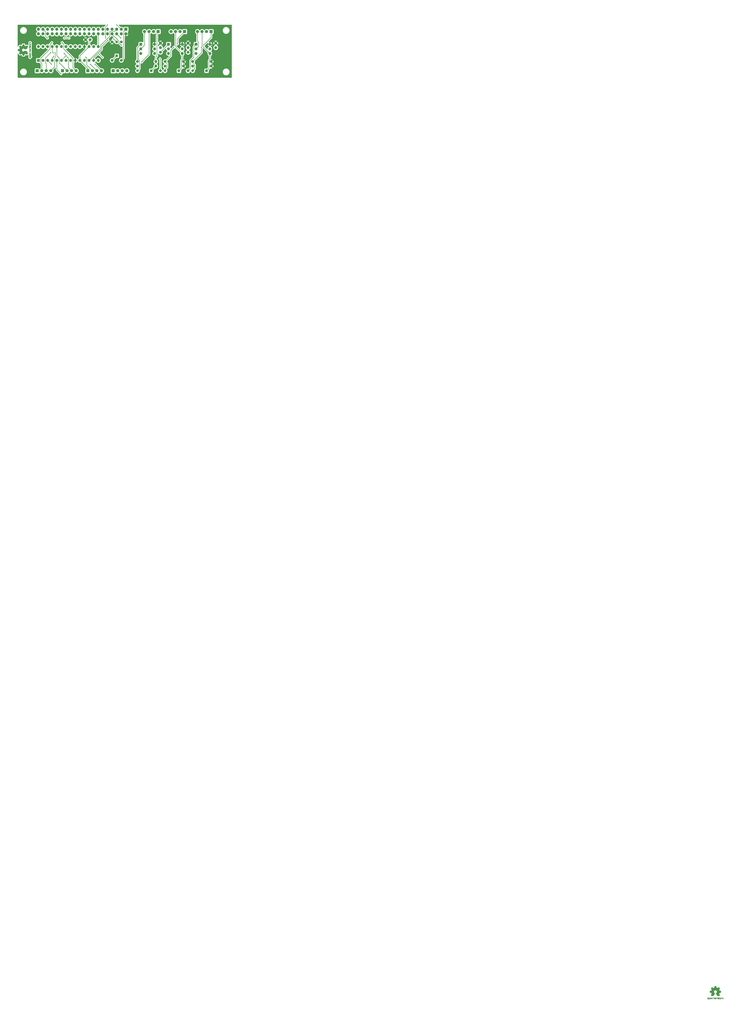
<source format=gbr>
G04 #@! TF.FileFunction,Copper,L1,Top,Signal*
%FSLAX46Y46*%
G04 Gerber Fmt 4.6, Leading zero omitted, Abs format (unit mm)*
G04 Created by KiCad (PCBNEW 4.0.6) date Tue Sep 19 20:34:45 2017*
%MOMM*%
%LPD*%
G01*
G04 APERTURE LIST*
%ADD10C,0.100000*%
%ADD11C,0.010000*%
%ADD12R,1.700000X1.700000*%
%ADD13O,1.700000X1.700000*%
%ADD14R,1.600000X1.600000*%
%ADD15O,1.600000X1.600000*%
%ADD16C,1.600000*%
%ADD17C,1.524000*%
%ADD18R,1.397000X1.397000*%
%ADD19C,1.397000*%
%ADD20R,1.750000X1.750000*%
%ADD21C,1.750000*%
%ADD22C,0.600000*%
%ADD23C,0.250000*%
%ADD24C,0.254000*%
G04 APERTURE END LIST*
D10*
D11*
G36*
X64814505Y-118801114D02*
X64851727Y-118726461D01*
X64920261Y-118660569D01*
X64945648Y-118642423D01*
X64978866Y-118622655D01*
X65014945Y-118609828D01*
X65063098Y-118602490D01*
X65132536Y-118599187D01*
X65224206Y-118598462D01*
X65349830Y-118601737D01*
X65444154Y-118613123D01*
X65514523Y-118634959D01*
X65568286Y-118669581D01*
X65612788Y-118719330D01*
X65615423Y-118722986D01*
X65642377Y-118772015D01*
X65655712Y-118831055D01*
X65659000Y-118906141D01*
X65659000Y-119028205D01*
X65777497Y-119028256D01*
X65843492Y-119029392D01*
X65882202Y-119036314D01*
X65905419Y-119054402D01*
X65924933Y-119089038D01*
X65928920Y-119097355D01*
X65947603Y-119136280D01*
X65959403Y-119166417D01*
X65960422Y-119188826D01*
X65946761Y-119204567D01*
X65914522Y-119214698D01*
X65859804Y-119220277D01*
X65778711Y-119222365D01*
X65667344Y-119222019D01*
X65521802Y-119220300D01*
X65478269Y-119219763D01*
X65328205Y-119217828D01*
X65230042Y-119216096D01*
X65230042Y-119028308D01*
X65313364Y-119027252D01*
X65367880Y-119022562D01*
X65403837Y-119011949D01*
X65431482Y-118993128D01*
X65444965Y-118980350D01*
X65484417Y-118928110D01*
X65487628Y-118881858D01*
X65455049Y-118834133D01*
X65453846Y-118832923D01*
X65428668Y-118813506D01*
X65394447Y-118801693D01*
X65341748Y-118795735D01*
X65261131Y-118793880D01*
X65243271Y-118793846D01*
X65132175Y-118798330D01*
X65055161Y-118812926D01*
X65008147Y-118839350D01*
X64987050Y-118879317D01*
X64984923Y-118902416D01*
X64994900Y-118957238D01*
X65027752Y-118994842D01*
X65087857Y-119017477D01*
X65179598Y-119027394D01*
X65230042Y-119028308D01*
X65230042Y-119216096D01*
X65212060Y-119215778D01*
X65124679Y-119213127D01*
X65060905Y-119209394D01*
X65015582Y-119204093D01*
X64983555Y-119196742D01*
X64959668Y-119186857D01*
X64938764Y-119173954D01*
X64930898Y-119168421D01*
X64856595Y-119095031D01*
X64814467Y-119002240D01*
X64802722Y-118894904D01*
X64814505Y-118801114D01*
X64814505Y-118801114D01*
G37*
X64814505Y-118801114D02*
X64851727Y-118726461D01*
X64920261Y-118660569D01*
X64945648Y-118642423D01*
X64978866Y-118622655D01*
X65014945Y-118609828D01*
X65063098Y-118602490D01*
X65132536Y-118599187D01*
X65224206Y-118598462D01*
X65349830Y-118601737D01*
X65444154Y-118613123D01*
X65514523Y-118634959D01*
X65568286Y-118669581D01*
X65612788Y-118719330D01*
X65615423Y-118722986D01*
X65642377Y-118772015D01*
X65655712Y-118831055D01*
X65659000Y-118906141D01*
X65659000Y-119028205D01*
X65777497Y-119028256D01*
X65843492Y-119029392D01*
X65882202Y-119036314D01*
X65905419Y-119054402D01*
X65924933Y-119089038D01*
X65928920Y-119097355D01*
X65947603Y-119136280D01*
X65959403Y-119166417D01*
X65960422Y-119188826D01*
X65946761Y-119204567D01*
X65914522Y-119214698D01*
X65859804Y-119220277D01*
X65778711Y-119222365D01*
X65667344Y-119222019D01*
X65521802Y-119220300D01*
X65478269Y-119219763D01*
X65328205Y-119217828D01*
X65230042Y-119216096D01*
X65230042Y-119028308D01*
X65313364Y-119027252D01*
X65367880Y-119022562D01*
X65403837Y-119011949D01*
X65431482Y-118993128D01*
X65444965Y-118980350D01*
X65484417Y-118928110D01*
X65487628Y-118881858D01*
X65455049Y-118834133D01*
X65453846Y-118832923D01*
X65428668Y-118813506D01*
X65394447Y-118801693D01*
X65341748Y-118795735D01*
X65261131Y-118793880D01*
X65243271Y-118793846D01*
X65132175Y-118798330D01*
X65055161Y-118812926D01*
X65008147Y-118839350D01*
X64987050Y-118879317D01*
X64984923Y-118902416D01*
X64994900Y-118957238D01*
X65027752Y-118994842D01*
X65087857Y-119017477D01*
X65179598Y-119027394D01*
X65230042Y-119028308D01*
X65230042Y-119216096D01*
X65212060Y-119215778D01*
X65124679Y-119213127D01*
X65060905Y-119209394D01*
X65015582Y-119204093D01*
X64983555Y-119196742D01*
X64959668Y-119186857D01*
X64938764Y-119173954D01*
X64930898Y-119168421D01*
X64856595Y-119095031D01*
X64814467Y-119002240D01*
X64802722Y-118894904D01*
X64814505Y-118801114D01*
G36*
X64825089Y-117298336D02*
X64861358Y-117235633D01*
X64897358Y-117192039D01*
X64935075Y-117160155D01*
X64981199Y-117138190D01*
X65042421Y-117124351D01*
X65125431Y-117116847D01*
X65236919Y-117113883D01*
X65317062Y-117113539D01*
X65612065Y-117113539D01*
X65686515Y-117279615D01*
X65363402Y-117289385D01*
X65242729Y-117293421D01*
X65155141Y-117297656D01*
X65094650Y-117302903D01*
X65055268Y-117309975D01*
X65031007Y-117319689D01*
X65015880Y-117332856D01*
X65012606Y-117337081D01*
X64987034Y-117401091D01*
X64997153Y-117465792D01*
X65024000Y-117504308D01*
X65043024Y-117519975D01*
X65067988Y-117530820D01*
X65105834Y-117537712D01*
X65163502Y-117541521D01*
X65247935Y-117543117D01*
X65335928Y-117543385D01*
X65446323Y-117543437D01*
X65524463Y-117545328D01*
X65577165Y-117551655D01*
X65611242Y-117565017D01*
X65633511Y-117588015D01*
X65650787Y-117623246D01*
X65668738Y-117670303D01*
X65688278Y-117721697D01*
X65341485Y-117715579D01*
X65216468Y-117713116D01*
X65124082Y-117710233D01*
X65057881Y-117706102D01*
X65011420Y-117699893D01*
X64978256Y-117690774D01*
X64951944Y-117677917D01*
X64928729Y-117662416D01*
X64854569Y-117587629D01*
X64811684Y-117496372D01*
X64801412Y-117397117D01*
X64825089Y-117298336D01*
X64825089Y-117298336D01*
G37*
X64825089Y-117298336D02*
X64861358Y-117235633D01*
X64897358Y-117192039D01*
X64935075Y-117160155D01*
X64981199Y-117138190D01*
X65042421Y-117124351D01*
X65125431Y-117116847D01*
X65236919Y-117113883D01*
X65317062Y-117113539D01*
X65612065Y-117113539D01*
X65686515Y-117279615D01*
X65363402Y-117289385D01*
X65242729Y-117293421D01*
X65155141Y-117297656D01*
X65094650Y-117302903D01*
X65055268Y-117309975D01*
X65031007Y-117319689D01*
X65015880Y-117332856D01*
X65012606Y-117337081D01*
X64987034Y-117401091D01*
X64997153Y-117465792D01*
X65024000Y-117504308D01*
X65043024Y-117519975D01*
X65067988Y-117530820D01*
X65105834Y-117537712D01*
X65163502Y-117541521D01*
X65247935Y-117543117D01*
X65335928Y-117543385D01*
X65446323Y-117543437D01*
X65524463Y-117545328D01*
X65577165Y-117551655D01*
X65611242Y-117565017D01*
X65633511Y-117588015D01*
X65650787Y-117623246D01*
X65668738Y-117670303D01*
X65688278Y-117721697D01*
X65341485Y-117715579D01*
X65216468Y-117713116D01*
X65124082Y-117710233D01*
X65057881Y-117706102D01*
X65011420Y-117699893D01*
X64978256Y-117690774D01*
X64951944Y-117677917D01*
X64928729Y-117662416D01*
X64854569Y-117587629D01*
X64811684Y-117496372D01*
X64801412Y-117397117D01*
X64825089Y-117298336D01*
G36*
X64817256Y-119553114D02*
X64865409Y-119461536D01*
X64942905Y-119393951D01*
X64992727Y-119369943D01*
X65067533Y-119351262D01*
X65162052Y-119341699D01*
X65265210Y-119340792D01*
X65365935Y-119348079D01*
X65453153Y-119363097D01*
X65515791Y-119385385D01*
X65526579Y-119392235D01*
X65607105Y-119473368D01*
X65655336Y-119569734D01*
X65669450Y-119674299D01*
X65647629Y-119780032D01*
X65634547Y-119809457D01*
X65594231Y-119866759D01*
X65540775Y-119917050D01*
X65533995Y-119921803D01*
X65501321Y-119941122D01*
X65466394Y-119953892D01*
X65420414Y-119961436D01*
X65354584Y-119965076D01*
X65260105Y-119966135D01*
X65238923Y-119966154D01*
X65232182Y-119966106D01*
X65232182Y-119770769D01*
X65321349Y-119769632D01*
X65380520Y-119765159D01*
X65418741Y-119755754D01*
X65445053Y-119739824D01*
X65453846Y-119731692D01*
X65487261Y-119684942D01*
X65485737Y-119639553D01*
X65456752Y-119593660D01*
X65425809Y-119566288D01*
X65380643Y-119550077D01*
X65309420Y-119540974D01*
X65301114Y-119540349D01*
X65172037Y-119538796D01*
X65076172Y-119555035D01*
X65014107Y-119588848D01*
X64986432Y-119640016D01*
X64984923Y-119658280D01*
X64992513Y-119706240D01*
X65018808Y-119739047D01*
X65069095Y-119759105D01*
X65148664Y-119768822D01*
X65232182Y-119770769D01*
X65232182Y-119966106D01*
X65138249Y-119965426D01*
X65067906Y-119962371D01*
X65019163Y-119955678D01*
X64983288Y-119944040D01*
X64951548Y-119926147D01*
X64945648Y-119922192D01*
X64866104Y-119855733D01*
X64819929Y-119783315D01*
X64801599Y-119695151D01*
X64800703Y-119665213D01*
X64817256Y-119553114D01*
X64817256Y-119553114D01*
G37*
X64817256Y-119553114D02*
X64865409Y-119461536D01*
X64942905Y-119393951D01*
X64992727Y-119369943D01*
X65067533Y-119351262D01*
X65162052Y-119341699D01*
X65265210Y-119340792D01*
X65365935Y-119348079D01*
X65453153Y-119363097D01*
X65515791Y-119385385D01*
X65526579Y-119392235D01*
X65607105Y-119473368D01*
X65655336Y-119569734D01*
X65669450Y-119674299D01*
X65647629Y-119780032D01*
X65634547Y-119809457D01*
X65594231Y-119866759D01*
X65540775Y-119917050D01*
X65533995Y-119921803D01*
X65501321Y-119941122D01*
X65466394Y-119953892D01*
X65420414Y-119961436D01*
X65354584Y-119965076D01*
X65260105Y-119966135D01*
X65238923Y-119966154D01*
X65232182Y-119966106D01*
X65232182Y-119770769D01*
X65321349Y-119769632D01*
X65380520Y-119765159D01*
X65418741Y-119755754D01*
X65445053Y-119739824D01*
X65453846Y-119731692D01*
X65487261Y-119684942D01*
X65485737Y-119639553D01*
X65456752Y-119593660D01*
X65425809Y-119566288D01*
X65380643Y-119550077D01*
X65309420Y-119540974D01*
X65301114Y-119540349D01*
X65172037Y-119538796D01*
X65076172Y-119555035D01*
X65014107Y-119588848D01*
X64986432Y-119640016D01*
X64984923Y-119658280D01*
X64992513Y-119706240D01*
X65018808Y-119739047D01*
X65069095Y-119759105D01*
X65148664Y-119768822D01*
X65232182Y-119770769D01*
X65232182Y-119966106D01*
X65138249Y-119965426D01*
X65067906Y-119962371D01*
X65019163Y-119955678D01*
X64983288Y-119944040D01*
X64951548Y-119926147D01*
X64945648Y-119922192D01*
X64866104Y-119855733D01*
X64819929Y-119783315D01*
X64801599Y-119695151D01*
X64800703Y-119665213D01*
X64817256Y-119553114D01*
G36*
X64829745Y-118035746D02*
X64881567Y-117958714D01*
X64956412Y-117899184D01*
X65051654Y-117863622D01*
X65121756Y-117856429D01*
X65151009Y-117857246D01*
X65173407Y-117864086D01*
X65193474Y-117882888D01*
X65215733Y-117919592D01*
X65244709Y-117980138D01*
X65284927Y-118070466D01*
X65285129Y-118070923D01*
X65323210Y-118154067D01*
X65357025Y-118222247D01*
X65382933Y-118268495D01*
X65397295Y-118285842D01*
X65397411Y-118285846D01*
X65428685Y-118270557D01*
X65463157Y-118234804D01*
X65487990Y-118193758D01*
X65492923Y-118172963D01*
X65475862Y-118116230D01*
X65433133Y-118067373D01*
X65386155Y-118043535D01*
X65351522Y-118020603D01*
X65312081Y-117975682D01*
X65278009Y-117922877D01*
X65259480Y-117876290D01*
X65258462Y-117866548D01*
X65275215Y-117855582D01*
X65318039Y-117854921D01*
X65375781Y-117862980D01*
X65437289Y-117878173D01*
X65491409Y-117898914D01*
X65493510Y-117899962D01*
X65580660Y-117962379D01*
X65639939Y-118043274D01*
X65669034Y-118135144D01*
X65665634Y-118230487D01*
X65627428Y-118321802D01*
X65624741Y-118325862D01*
X65559642Y-118397694D01*
X65474705Y-118444927D01*
X65363021Y-118471066D01*
X65331643Y-118474574D01*
X65183536Y-118480787D01*
X65114468Y-118473339D01*
X65114468Y-118285846D01*
X65157552Y-118283410D01*
X65170126Y-118270086D01*
X65160719Y-118236868D01*
X65138483Y-118184506D01*
X65110610Y-118125976D01*
X65109872Y-118124521D01*
X65083777Y-118074911D01*
X65066363Y-118055000D01*
X65048107Y-118059910D01*
X65024120Y-118080584D01*
X64989406Y-118133181D01*
X64986856Y-118189823D01*
X65012119Y-118240631D01*
X65060847Y-118275724D01*
X65114468Y-118285846D01*
X65114468Y-118473339D01*
X65065036Y-118468008D01*
X64971055Y-118435222D01*
X64905215Y-118389579D01*
X64838681Y-118307198D01*
X64805676Y-118216454D01*
X64803573Y-118123815D01*
X64829745Y-118035746D01*
X64829745Y-118035746D01*
G37*
X64829745Y-118035746D02*
X64881567Y-117958714D01*
X64956412Y-117899184D01*
X65051654Y-117863622D01*
X65121756Y-117856429D01*
X65151009Y-117857246D01*
X65173407Y-117864086D01*
X65193474Y-117882888D01*
X65215733Y-117919592D01*
X65244709Y-117980138D01*
X65284927Y-118070466D01*
X65285129Y-118070923D01*
X65323210Y-118154067D01*
X65357025Y-118222247D01*
X65382933Y-118268495D01*
X65397295Y-118285842D01*
X65397411Y-118285846D01*
X65428685Y-118270557D01*
X65463157Y-118234804D01*
X65487990Y-118193758D01*
X65492923Y-118172963D01*
X65475862Y-118116230D01*
X65433133Y-118067373D01*
X65386155Y-118043535D01*
X65351522Y-118020603D01*
X65312081Y-117975682D01*
X65278009Y-117922877D01*
X65259480Y-117876290D01*
X65258462Y-117866548D01*
X65275215Y-117855582D01*
X65318039Y-117854921D01*
X65375781Y-117862980D01*
X65437289Y-117878173D01*
X65491409Y-117898914D01*
X65493510Y-117899962D01*
X65580660Y-117962379D01*
X65639939Y-118043274D01*
X65669034Y-118135144D01*
X65665634Y-118230487D01*
X65627428Y-118321802D01*
X65624741Y-118325862D01*
X65559642Y-118397694D01*
X65474705Y-118444927D01*
X65363021Y-118471066D01*
X65331643Y-118474574D01*
X65183536Y-118480787D01*
X65114468Y-118473339D01*
X65114468Y-118285846D01*
X65157552Y-118283410D01*
X65170126Y-118270086D01*
X65160719Y-118236868D01*
X65138483Y-118184506D01*
X65110610Y-118125976D01*
X65109872Y-118124521D01*
X65083777Y-118074911D01*
X65066363Y-118055000D01*
X65048107Y-118059910D01*
X65024120Y-118080584D01*
X64989406Y-118133181D01*
X64986856Y-118189823D01*
X65012119Y-118240631D01*
X65060847Y-118275724D01*
X65114468Y-118285846D01*
X65114468Y-118473339D01*
X65065036Y-118468008D01*
X64971055Y-118435222D01*
X64905215Y-118389579D01*
X64838681Y-118307198D01*
X64805676Y-118216454D01*
X64803573Y-118123815D01*
X64829745Y-118035746D01*
G36*
X64722120Y-116410154D02*
X64801980Y-116404428D01*
X64849039Y-116397851D01*
X64869566Y-116388738D01*
X64869829Y-116375402D01*
X64867378Y-116371077D01*
X64849636Y-116313556D01*
X64850672Y-116238732D01*
X64868910Y-116162661D01*
X64892505Y-116115082D01*
X64930198Y-116066298D01*
X64972855Y-116030636D01*
X65027057Y-116006155D01*
X65099384Y-115990913D01*
X65196419Y-115982970D01*
X65324742Y-115980384D01*
X65349358Y-115980338D01*
X65625870Y-115980308D01*
X65647320Y-116041839D01*
X65661912Y-116085541D01*
X65668706Y-116109518D01*
X65668769Y-116110223D01*
X65650345Y-116112585D01*
X65599526Y-116114594D01*
X65522993Y-116116099D01*
X65427430Y-116116947D01*
X65369329Y-116117077D01*
X65254771Y-116117349D01*
X65172667Y-116118748D01*
X65116393Y-116122151D01*
X65079326Y-116128433D01*
X65054844Y-116138471D01*
X65036325Y-116153139D01*
X65027406Y-116162298D01*
X64991466Y-116225211D01*
X64988775Y-116293864D01*
X65019170Y-116356152D01*
X65030144Y-116367671D01*
X65050779Y-116384567D01*
X65075256Y-116396286D01*
X65110647Y-116403767D01*
X65164026Y-116407946D01*
X65242466Y-116409763D01*
X65350617Y-116410154D01*
X65625870Y-116410154D01*
X65647320Y-116471685D01*
X65661912Y-116515387D01*
X65668706Y-116539364D01*
X65668769Y-116540070D01*
X65650069Y-116541874D01*
X65597322Y-116543500D01*
X65515557Y-116544883D01*
X65409805Y-116545958D01*
X65285094Y-116546660D01*
X65146455Y-116546923D01*
X64611806Y-116546923D01*
X64558236Y-116419923D01*
X64722120Y-116410154D01*
X64722120Y-116410154D01*
G37*
X64722120Y-116410154D02*
X64801980Y-116404428D01*
X64849039Y-116397851D01*
X64869566Y-116388738D01*
X64869829Y-116375402D01*
X64867378Y-116371077D01*
X64849636Y-116313556D01*
X64850672Y-116238732D01*
X64868910Y-116162661D01*
X64892505Y-116115082D01*
X64930198Y-116066298D01*
X64972855Y-116030636D01*
X65027057Y-116006155D01*
X65099384Y-115990913D01*
X65196419Y-115982970D01*
X65324742Y-115980384D01*
X65349358Y-115980338D01*
X65625870Y-115980308D01*
X65647320Y-116041839D01*
X65661912Y-116085541D01*
X65668706Y-116109518D01*
X65668769Y-116110223D01*
X65650345Y-116112585D01*
X65599526Y-116114594D01*
X65522993Y-116116099D01*
X65427430Y-116116947D01*
X65369329Y-116117077D01*
X65254771Y-116117349D01*
X65172667Y-116118748D01*
X65116393Y-116122151D01*
X65079326Y-116128433D01*
X65054844Y-116138471D01*
X65036325Y-116153139D01*
X65027406Y-116162298D01*
X64991466Y-116225211D01*
X64988775Y-116293864D01*
X65019170Y-116356152D01*
X65030144Y-116367671D01*
X65050779Y-116384567D01*
X65075256Y-116396286D01*
X65110647Y-116403767D01*
X65164026Y-116407946D01*
X65242466Y-116409763D01*
X65350617Y-116410154D01*
X65625870Y-116410154D01*
X65647320Y-116471685D01*
X65661912Y-116515387D01*
X65668706Y-116539364D01*
X65668769Y-116540070D01*
X65650069Y-116541874D01*
X65597322Y-116543500D01*
X65515557Y-116544883D01*
X65409805Y-116545958D01*
X65285094Y-116546660D01*
X65146455Y-116546923D01*
X64611806Y-116546923D01*
X64558236Y-116419923D01*
X64722120Y-116410154D01*
G36*
X64856303Y-115516499D02*
X64884733Y-115439940D01*
X64885279Y-115439064D01*
X64920127Y-115391715D01*
X64960852Y-115356759D01*
X65013925Y-115332175D01*
X65085814Y-115315938D01*
X65182992Y-115306025D01*
X65311928Y-115300414D01*
X65330298Y-115299923D01*
X65607287Y-115292859D01*
X65638028Y-115352305D01*
X65658802Y-115395319D01*
X65668646Y-115421290D01*
X65668769Y-115422491D01*
X65650606Y-115426986D01*
X65601612Y-115430556D01*
X65530031Y-115432752D01*
X65472068Y-115433231D01*
X65378170Y-115433242D01*
X65319203Y-115437534D01*
X65291079Y-115452497D01*
X65289706Y-115484518D01*
X65310998Y-115539986D01*
X65350136Y-115623731D01*
X65382643Y-115685311D01*
X65410845Y-115716983D01*
X65441582Y-115726294D01*
X65443104Y-115726308D01*
X65496054Y-115710943D01*
X65524660Y-115665453D01*
X65528803Y-115595834D01*
X65528084Y-115545687D01*
X65542527Y-115519246D01*
X65577218Y-115502757D01*
X65621416Y-115493267D01*
X65646493Y-115506943D01*
X65650082Y-115512093D01*
X65664496Y-115560575D01*
X65666537Y-115628469D01*
X65656983Y-115698388D01*
X65639522Y-115747932D01*
X65581364Y-115816430D01*
X65500408Y-115855366D01*
X65437160Y-115863077D01*
X65380111Y-115857193D01*
X65333542Y-115835899D01*
X65292181Y-115793735D01*
X65250755Y-115725241D01*
X65203993Y-115624956D01*
X65201350Y-115618846D01*
X65159617Y-115528510D01*
X65125391Y-115472765D01*
X65094635Y-115448871D01*
X65063311Y-115454087D01*
X65027383Y-115485672D01*
X65019116Y-115495117D01*
X64987058Y-115558383D01*
X64988407Y-115623936D01*
X65019838Y-115681028D01*
X65078024Y-115718907D01*
X65089446Y-115722426D01*
X65144837Y-115756700D01*
X65171518Y-115800191D01*
X65197960Y-115863077D01*
X65129548Y-115863077D01*
X65030110Y-115843948D01*
X64938902Y-115787169D01*
X64908389Y-115757622D01*
X64869228Y-115690458D01*
X64851500Y-115605044D01*
X64856303Y-115516499D01*
X64856303Y-115516499D01*
G37*
X64856303Y-115516499D02*
X64884733Y-115439940D01*
X64885279Y-115439064D01*
X64920127Y-115391715D01*
X64960852Y-115356759D01*
X65013925Y-115332175D01*
X65085814Y-115315938D01*
X65182992Y-115306025D01*
X65311928Y-115300414D01*
X65330298Y-115299923D01*
X65607287Y-115292859D01*
X65638028Y-115352305D01*
X65658802Y-115395319D01*
X65668646Y-115421290D01*
X65668769Y-115422491D01*
X65650606Y-115426986D01*
X65601612Y-115430556D01*
X65530031Y-115432752D01*
X65472068Y-115433231D01*
X65378170Y-115433242D01*
X65319203Y-115437534D01*
X65291079Y-115452497D01*
X65289706Y-115484518D01*
X65310998Y-115539986D01*
X65350136Y-115623731D01*
X65382643Y-115685311D01*
X65410845Y-115716983D01*
X65441582Y-115726294D01*
X65443104Y-115726308D01*
X65496054Y-115710943D01*
X65524660Y-115665453D01*
X65528803Y-115595834D01*
X65528084Y-115545687D01*
X65542527Y-115519246D01*
X65577218Y-115502757D01*
X65621416Y-115493267D01*
X65646493Y-115506943D01*
X65650082Y-115512093D01*
X65664496Y-115560575D01*
X65666537Y-115628469D01*
X65656983Y-115698388D01*
X65639522Y-115747932D01*
X65581364Y-115816430D01*
X65500408Y-115855366D01*
X65437160Y-115863077D01*
X65380111Y-115857193D01*
X65333542Y-115835899D01*
X65292181Y-115793735D01*
X65250755Y-115725241D01*
X65203993Y-115624956D01*
X65201350Y-115618846D01*
X65159617Y-115528510D01*
X65125391Y-115472765D01*
X65094635Y-115448871D01*
X65063311Y-115454087D01*
X65027383Y-115485672D01*
X65019116Y-115495117D01*
X64987058Y-115558383D01*
X64988407Y-115623936D01*
X65019838Y-115681028D01*
X65078024Y-115718907D01*
X65089446Y-115722426D01*
X65144837Y-115756700D01*
X65171518Y-115800191D01*
X65197960Y-115863077D01*
X65129548Y-115863077D01*
X65030110Y-115843948D01*
X64938902Y-115787169D01*
X64908389Y-115757622D01*
X64869228Y-115690458D01*
X64851500Y-115605044D01*
X64856303Y-115516499D01*
G36*
X64854670Y-114856638D02*
X64887421Y-114767883D01*
X64945350Y-114695978D01*
X64986128Y-114667856D01*
X65060954Y-114637198D01*
X65115058Y-114637835D01*
X65151446Y-114670013D01*
X65157633Y-114681919D01*
X65176925Y-114733325D01*
X65171982Y-114759578D01*
X65139587Y-114768470D01*
X65121692Y-114768923D01*
X65055859Y-114785203D01*
X65009807Y-114827635D01*
X64987564Y-114886612D01*
X64993161Y-114952525D01*
X65022229Y-115006105D01*
X65038810Y-115024202D01*
X65058925Y-115037029D01*
X65089332Y-115045694D01*
X65136788Y-115051304D01*
X65208050Y-115054965D01*
X65309875Y-115057785D01*
X65342115Y-115058516D01*
X65452410Y-115061180D01*
X65530036Y-115064208D01*
X65581396Y-115068750D01*
X65612890Y-115075954D01*
X65630920Y-115086967D01*
X65641888Y-115102940D01*
X65646733Y-115113166D01*
X65663301Y-115156594D01*
X65668769Y-115182158D01*
X65650507Y-115190605D01*
X65595296Y-115195761D01*
X65502499Y-115197654D01*
X65371478Y-115196311D01*
X65351269Y-115195893D01*
X65231733Y-115192942D01*
X65144449Y-115189452D01*
X65082591Y-115184486D01*
X65039336Y-115177107D01*
X65007860Y-115166376D01*
X64981339Y-115151355D01*
X64969975Y-115143498D01*
X64919692Y-115098447D01*
X64880581Y-115048060D01*
X64877167Y-115041892D01*
X64850212Y-114951542D01*
X64854670Y-114856638D01*
X64854670Y-114856638D01*
G37*
X64854670Y-114856638D02*
X64887421Y-114767883D01*
X64945350Y-114695978D01*
X64986128Y-114667856D01*
X65060954Y-114637198D01*
X65115058Y-114637835D01*
X65151446Y-114670013D01*
X65157633Y-114681919D01*
X65176925Y-114733325D01*
X65171982Y-114759578D01*
X65139587Y-114768470D01*
X65121692Y-114768923D01*
X65055859Y-114785203D01*
X65009807Y-114827635D01*
X64987564Y-114886612D01*
X64993161Y-114952525D01*
X65022229Y-115006105D01*
X65038810Y-115024202D01*
X65058925Y-115037029D01*
X65089332Y-115045694D01*
X65136788Y-115051304D01*
X65208050Y-115054965D01*
X65309875Y-115057785D01*
X65342115Y-115058516D01*
X65452410Y-115061180D01*
X65530036Y-115064208D01*
X65581396Y-115068750D01*
X65612890Y-115075954D01*
X65630920Y-115086967D01*
X65641888Y-115102940D01*
X65646733Y-115113166D01*
X65663301Y-115156594D01*
X65668769Y-115182158D01*
X65650507Y-115190605D01*
X65595296Y-115195761D01*
X65502499Y-115197654D01*
X65371478Y-115196311D01*
X65351269Y-115195893D01*
X65231733Y-115192942D01*
X65144449Y-115189452D01*
X65082591Y-115184486D01*
X65039336Y-115177107D01*
X65007860Y-115166376D01*
X64981339Y-115151355D01*
X64969975Y-115143498D01*
X64919692Y-115098447D01*
X64880581Y-115048060D01*
X64877167Y-115041892D01*
X64850212Y-114951542D01*
X64854670Y-114856638D01*
G36*
X65010289Y-113967919D02*
X65156320Y-113968167D01*
X65268655Y-113969128D01*
X65352678Y-113971206D01*
X65413769Y-113974807D01*
X65457309Y-113980335D01*
X65488679Y-113988196D01*
X65513262Y-113998793D01*
X65527294Y-114006818D01*
X65603388Y-114073272D01*
X65651084Y-114157530D01*
X65668199Y-114250751D01*
X65652546Y-114344100D01*
X65624418Y-114399688D01*
X65575760Y-114458043D01*
X65516333Y-114497814D01*
X65438507Y-114521810D01*
X65334652Y-114532839D01*
X65258462Y-114534401D01*
X65252986Y-114534191D01*
X65252986Y-114397692D01*
X65340355Y-114396859D01*
X65398192Y-114393039D01*
X65436029Y-114384254D01*
X65463398Y-114368526D01*
X65484042Y-114349734D01*
X65523890Y-114286625D01*
X65527295Y-114218863D01*
X65494025Y-114154821D01*
X65489517Y-114149836D01*
X65466067Y-114128561D01*
X65438166Y-114115221D01*
X65396641Y-114107999D01*
X65332316Y-114105077D01*
X65261200Y-114104615D01*
X65171858Y-114105617D01*
X65112258Y-114109762D01*
X65073089Y-114118764D01*
X65045040Y-114134333D01*
X65030144Y-114147098D01*
X64992575Y-114206400D01*
X64988057Y-114274699D01*
X65016753Y-114339890D01*
X65027406Y-114352472D01*
X65051063Y-114373889D01*
X65079251Y-114387256D01*
X65121245Y-114394434D01*
X65186319Y-114397281D01*
X65252986Y-114397692D01*
X65252986Y-114534191D01*
X65135765Y-114529678D01*
X65043577Y-114513638D01*
X64974269Y-114483472D01*
X64920211Y-114436371D01*
X64892505Y-114399688D01*
X64862572Y-114333010D01*
X64848678Y-114255728D01*
X64852397Y-114183890D01*
X64867400Y-114143692D01*
X64871670Y-114127918D01*
X64855750Y-114117450D01*
X64813089Y-114110144D01*
X64748106Y-114104615D01*
X64675732Y-114098563D01*
X64632187Y-114090156D01*
X64607287Y-114074859D01*
X64590845Y-114048136D01*
X64583564Y-114031346D01*
X64556963Y-113967846D01*
X65010289Y-113967919D01*
X65010289Y-113967919D01*
G37*
X65010289Y-113967919D02*
X65156320Y-113968167D01*
X65268655Y-113969128D01*
X65352678Y-113971206D01*
X65413769Y-113974807D01*
X65457309Y-113980335D01*
X65488679Y-113988196D01*
X65513262Y-113998793D01*
X65527294Y-114006818D01*
X65603388Y-114073272D01*
X65651084Y-114157530D01*
X65668199Y-114250751D01*
X65652546Y-114344100D01*
X65624418Y-114399688D01*
X65575760Y-114458043D01*
X65516333Y-114497814D01*
X65438507Y-114521810D01*
X65334652Y-114532839D01*
X65258462Y-114534401D01*
X65252986Y-114534191D01*
X65252986Y-114397692D01*
X65340355Y-114396859D01*
X65398192Y-114393039D01*
X65436029Y-114384254D01*
X65463398Y-114368526D01*
X65484042Y-114349734D01*
X65523890Y-114286625D01*
X65527295Y-114218863D01*
X65494025Y-114154821D01*
X65489517Y-114149836D01*
X65466067Y-114128561D01*
X65438166Y-114115221D01*
X65396641Y-114107999D01*
X65332316Y-114105077D01*
X65261200Y-114104615D01*
X65171858Y-114105617D01*
X65112258Y-114109762D01*
X65073089Y-114118764D01*
X65045040Y-114134333D01*
X65030144Y-114147098D01*
X64992575Y-114206400D01*
X64988057Y-114274699D01*
X65016753Y-114339890D01*
X65027406Y-114352472D01*
X65051063Y-114373889D01*
X65079251Y-114387256D01*
X65121245Y-114394434D01*
X65186319Y-114397281D01*
X65252986Y-114397692D01*
X65252986Y-114534191D01*
X65135765Y-114529678D01*
X65043577Y-114513638D01*
X64974269Y-114483472D01*
X64920211Y-114436371D01*
X64892505Y-114399688D01*
X64862572Y-114333010D01*
X64848678Y-114255728D01*
X64852397Y-114183890D01*
X64867400Y-114143692D01*
X64871670Y-114127918D01*
X64855750Y-114117450D01*
X64813089Y-114110144D01*
X64748106Y-114104615D01*
X64675732Y-114098563D01*
X64632187Y-114090156D01*
X64607287Y-114074859D01*
X64590845Y-114048136D01*
X64583564Y-114031346D01*
X64556963Y-113967846D01*
X65010289Y-113967919D01*
G36*
X64866662Y-113174071D02*
X64918068Y-113171089D01*
X64996192Y-113168753D01*
X65094857Y-113167251D01*
X65198343Y-113166769D01*
X65548533Y-113166769D01*
X65610363Y-113228599D01*
X65648462Y-113271207D01*
X65663895Y-113308610D01*
X65662918Y-113359730D01*
X65660433Y-113380022D01*
X65653200Y-113443446D01*
X65649055Y-113495905D01*
X65648672Y-113508692D01*
X65651176Y-113551801D01*
X65657462Y-113613456D01*
X65660433Y-113637362D01*
X65665028Y-113696078D01*
X65655046Y-113735536D01*
X65624228Y-113774662D01*
X65610363Y-113788785D01*
X65548533Y-113850615D01*
X64893503Y-113850615D01*
X64870829Y-113800850D01*
X64854034Y-113757998D01*
X64848154Y-113732927D01*
X64866736Y-113726499D01*
X64918655Y-113720491D01*
X64998172Y-113715303D01*
X65099546Y-113711336D01*
X65185192Y-113709423D01*
X65522231Y-113704077D01*
X65528825Y-113657440D01*
X65524214Y-113615024D01*
X65509287Y-113594240D01*
X65481377Y-113588430D01*
X65421925Y-113583470D01*
X65338466Y-113579754D01*
X65238532Y-113577676D01*
X65187104Y-113577376D01*
X64891054Y-113577077D01*
X64869604Y-113515546D01*
X64855020Y-113471996D01*
X64848219Y-113448306D01*
X64848154Y-113447623D01*
X64866642Y-113445246D01*
X64917906Y-113442634D01*
X64995649Y-113440005D01*
X65093574Y-113437579D01*
X65185192Y-113435885D01*
X65522231Y-113430539D01*
X65522231Y-113313308D01*
X65214746Y-113307928D01*
X64907261Y-113302549D01*
X64877707Y-113245399D01*
X64857413Y-113203203D01*
X64848204Y-113178230D01*
X64848154Y-113177509D01*
X64866662Y-113174071D01*
X64866662Y-113174071D01*
G37*
X64866662Y-113174071D02*
X64918068Y-113171089D01*
X64996192Y-113168753D01*
X65094857Y-113167251D01*
X65198343Y-113166769D01*
X65548533Y-113166769D01*
X65610363Y-113228599D01*
X65648462Y-113271207D01*
X65663895Y-113308610D01*
X65662918Y-113359730D01*
X65660433Y-113380022D01*
X65653200Y-113443446D01*
X65649055Y-113495905D01*
X65648672Y-113508692D01*
X65651176Y-113551801D01*
X65657462Y-113613456D01*
X65660433Y-113637362D01*
X65665028Y-113696078D01*
X65655046Y-113735536D01*
X65624228Y-113774662D01*
X65610363Y-113788785D01*
X65548533Y-113850615D01*
X64893503Y-113850615D01*
X64870829Y-113800850D01*
X64854034Y-113757998D01*
X64848154Y-113732927D01*
X64866736Y-113726499D01*
X64918655Y-113720491D01*
X64998172Y-113715303D01*
X65099546Y-113711336D01*
X65185192Y-113709423D01*
X65522231Y-113704077D01*
X65528825Y-113657440D01*
X65524214Y-113615024D01*
X65509287Y-113594240D01*
X65481377Y-113588430D01*
X65421925Y-113583470D01*
X65338466Y-113579754D01*
X65238532Y-113577676D01*
X65187104Y-113577376D01*
X64891054Y-113577077D01*
X64869604Y-113515546D01*
X64855020Y-113471996D01*
X64848219Y-113448306D01*
X64848154Y-113447623D01*
X64866642Y-113445246D01*
X64917906Y-113442634D01*
X64995649Y-113440005D01*
X65093574Y-113437579D01*
X65185192Y-113435885D01*
X65522231Y-113430539D01*
X65522231Y-113313308D01*
X65214746Y-113307928D01*
X64907261Y-113302549D01*
X64877707Y-113245399D01*
X64857413Y-113203203D01*
X64848204Y-113178230D01*
X64848154Y-113177509D01*
X64866662Y-113174071D01*
G36*
X64863528Y-112682667D02*
X64889117Y-112626410D01*
X64920124Y-112582253D01*
X64954795Y-112549899D01*
X64999520Y-112527562D01*
X65060692Y-112513454D01*
X65144701Y-112505789D01*
X65257940Y-112502780D01*
X65332509Y-112502462D01*
X65623420Y-112502462D01*
X65646095Y-112552227D01*
X65662667Y-112591424D01*
X65668769Y-112610843D01*
X65650610Y-112614558D01*
X65601648Y-112617505D01*
X65530153Y-112619309D01*
X65473385Y-112619692D01*
X65391371Y-112621339D01*
X65326309Y-112625778D01*
X65286467Y-112632260D01*
X65278000Y-112637410D01*
X65286646Y-112672023D01*
X65308823Y-112726360D01*
X65338886Y-112789278D01*
X65371192Y-112849632D01*
X65400098Y-112896279D01*
X65419961Y-112918074D01*
X65420175Y-112918161D01*
X65456935Y-112916286D01*
X65492026Y-112899475D01*
X65520528Y-112869961D01*
X65530061Y-112826884D01*
X65528950Y-112790068D01*
X65528133Y-112737926D01*
X65540349Y-112710556D01*
X65572624Y-112694118D01*
X65578710Y-112692045D01*
X65624739Y-112684919D01*
X65652687Y-112703976D01*
X65666007Y-112753647D01*
X65668470Y-112807303D01*
X65650210Y-112903858D01*
X65624131Y-112953841D01*
X65562868Y-113015571D01*
X65487670Y-113048310D01*
X65408211Y-113051247D01*
X65334167Y-113023576D01*
X65287769Y-112981953D01*
X65261793Y-112940396D01*
X65228907Y-112875078D01*
X65195557Y-112798962D01*
X65190461Y-112786274D01*
X65153565Y-112702667D01*
X65121046Y-112654470D01*
X65088718Y-112638970D01*
X65052394Y-112653450D01*
X65024000Y-112678308D01*
X64989039Y-112737061D01*
X64986417Y-112801707D01*
X65013358Y-112860992D01*
X65067088Y-112903661D01*
X65080950Y-112909261D01*
X65131936Y-112941867D01*
X65169787Y-112989470D01*
X65200850Y-113049539D01*
X65112768Y-113049539D01*
X65058951Y-113046003D01*
X65016534Y-113030844D01*
X64971279Y-112997232D01*
X64936420Y-112964965D01*
X64887062Y-112914791D01*
X64860547Y-112875807D01*
X64849911Y-112833936D01*
X64848154Y-112786540D01*
X64863528Y-112682667D01*
X64863528Y-112682667D01*
G37*
X64863528Y-112682667D02*
X64889117Y-112626410D01*
X64920124Y-112582253D01*
X64954795Y-112549899D01*
X64999520Y-112527562D01*
X65060692Y-112513454D01*
X65144701Y-112505789D01*
X65257940Y-112502780D01*
X65332509Y-112502462D01*
X65623420Y-112502462D01*
X65646095Y-112552227D01*
X65662667Y-112591424D01*
X65668769Y-112610843D01*
X65650610Y-112614558D01*
X65601648Y-112617505D01*
X65530153Y-112619309D01*
X65473385Y-112619692D01*
X65391371Y-112621339D01*
X65326309Y-112625778D01*
X65286467Y-112632260D01*
X65278000Y-112637410D01*
X65286646Y-112672023D01*
X65308823Y-112726360D01*
X65338886Y-112789278D01*
X65371192Y-112849632D01*
X65400098Y-112896279D01*
X65419961Y-112918074D01*
X65420175Y-112918161D01*
X65456935Y-112916286D01*
X65492026Y-112899475D01*
X65520528Y-112869961D01*
X65530061Y-112826884D01*
X65528950Y-112790068D01*
X65528133Y-112737926D01*
X65540349Y-112710556D01*
X65572624Y-112694118D01*
X65578710Y-112692045D01*
X65624739Y-112684919D01*
X65652687Y-112703976D01*
X65666007Y-112753647D01*
X65668470Y-112807303D01*
X65650210Y-112903858D01*
X65624131Y-112953841D01*
X65562868Y-113015571D01*
X65487670Y-113048310D01*
X65408211Y-113051247D01*
X65334167Y-113023576D01*
X65287769Y-112981953D01*
X65261793Y-112940396D01*
X65228907Y-112875078D01*
X65195557Y-112798962D01*
X65190461Y-112786274D01*
X65153565Y-112702667D01*
X65121046Y-112654470D01*
X65088718Y-112638970D01*
X65052394Y-112653450D01*
X65024000Y-112678308D01*
X64989039Y-112737061D01*
X64986417Y-112801707D01*
X65013358Y-112860992D01*
X65067088Y-112903661D01*
X65080950Y-112909261D01*
X65131936Y-112941867D01*
X65169787Y-112989470D01*
X65200850Y-113049539D01*
X65112768Y-113049539D01*
X65058951Y-113046003D01*
X65016534Y-113030844D01*
X64971279Y-112997232D01*
X64936420Y-112964965D01*
X64887062Y-112914791D01*
X64860547Y-112875807D01*
X64849911Y-112833936D01*
X64848154Y-112786540D01*
X64863528Y-112682667D01*
G36*
X64866782Y-111999193D02*
X64876988Y-111975839D01*
X64921134Y-111920098D01*
X64984967Y-111872431D01*
X65053087Y-111842952D01*
X65086670Y-111838154D01*
X65133556Y-111854240D01*
X65158365Y-111889525D01*
X65173387Y-111927356D01*
X65176155Y-111944679D01*
X65156066Y-111953114D01*
X65112351Y-111969770D01*
X65092598Y-111977077D01*
X65024271Y-112018052D01*
X64990191Y-112077378D01*
X64991239Y-112153448D01*
X64992581Y-112159082D01*
X65011836Y-112199695D01*
X65049375Y-112229552D01*
X65109809Y-112249945D01*
X65197751Y-112262164D01*
X65317813Y-112267500D01*
X65381698Y-112268000D01*
X65482403Y-112268248D01*
X65551054Y-112269874D01*
X65594673Y-112274199D01*
X65620282Y-112282546D01*
X65634903Y-112296235D01*
X65645558Y-112316589D01*
X65646095Y-112317766D01*
X65662667Y-112356962D01*
X65668769Y-112376381D01*
X65650319Y-112379365D01*
X65599323Y-112381919D01*
X65522308Y-112383860D01*
X65425805Y-112385003D01*
X65355184Y-112385231D01*
X65218525Y-112384068D01*
X65114851Y-112379521D01*
X65038108Y-112370001D01*
X64982246Y-112353919D01*
X64941212Y-112329687D01*
X64908954Y-112295714D01*
X64886440Y-112262167D01*
X64856476Y-112181501D01*
X64849718Y-112087619D01*
X64866782Y-111999193D01*
X64866782Y-111999193D01*
G37*
X64866782Y-111999193D02*
X64876988Y-111975839D01*
X64921134Y-111920098D01*
X64984967Y-111872431D01*
X65053087Y-111842952D01*
X65086670Y-111838154D01*
X65133556Y-111854240D01*
X65158365Y-111889525D01*
X65173387Y-111927356D01*
X65176155Y-111944679D01*
X65156066Y-111953114D01*
X65112351Y-111969770D01*
X65092598Y-111977077D01*
X65024271Y-112018052D01*
X64990191Y-112077378D01*
X64991239Y-112153448D01*
X64992581Y-112159082D01*
X65011836Y-112199695D01*
X65049375Y-112229552D01*
X65109809Y-112249945D01*
X65197751Y-112262164D01*
X65317813Y-112267500D01*
X65381698Y-112268000D01*
X65482403Y-112268248D01*
X65551054Y-112269874D01*
X65594673Y-112274199D01*
X65620282Y-112282546D01*
X65634903Y-112296235D01*
X65645558Y-112316589D01*
X65646095Y-112317766D01*
X65662667Y-112356962D01*
X65668769Y-112376381D01*
X65650319Y-112379365D01*
X65599323Y-112381919D01*
X65522308Y-112383860D01*
X65425805Y-112385003D01*
X65355184Y-112385231D01*
X65218525Y-112384068D01*
X65114851Y-112379521D01*
X65038108Y-112370001D01*
X64982246Y-112353919D01*
X64941212Y-112329687D01*
X64908954Y-112295714D01*
X64886440Y-112262167D01*
X64856476Y-112181501D01*
X64849718Y-112087619D01*
X64866782Y-111999193D01*
G36*
X64877838Y-111324776D02*
X64928361Y-111247472D01*
X64973590Y-111210186D01*
X65055663Y-111180647D01*
X65120607Y-111178301D01*
X65207445Y-111183615D01*
X65295103Y-111383885D01*
X65339887Y-111481261D01*
X65375913Y-111544887D01*
X65407117Y-111577971D01*
X65437436Y-111583720D01*
X65470805Y-111565342D01*
X65492923Y-111545077D01*
X65528393Y-111486111D01*
X65530879Y-111421976D01*
X65503235Y-111363074D01*
X65448320Y-111319803D01*
X65428928Y-111312064D01*
X65368364Y-111274994D01*
X65342552Y-111232346D01*
X65320471Y-111173846D01*
X65404184Y-111173846D01*
X65461150Y-111179018D01*
X65509189Y-111199277D01*
X65564346Y-111241738D01*
X65571514Y-111248049D01*
X65620585Y-111295280D01*
X65646920Y-111335879D01*
X65659035Y-111386672D01*
X65663003Y-111428780D01*
X65663991Y-111504098D01*
X65651466Y-111557714D01*
X65632869Y-111591162D01*
X65591975Y-111643732D01*
X65547748Y-111680121D01*
X65492126Y-111703150D01*
X65417047Y-111715641D01*
X65314449Y-111720413D01*
X65262376Y-111720794D01*
X65199948Y-111719499D01*
X65199948Y-111601529D01*
X65233438Y-111600161D01*
X65238923Y-111596751D01*
X65231472Y-111574247D01*
X65211753Y-111525818D01*
X65183718Y-111461092D01*
X65177692Y-111447557D01*
X65136096Y-111365756D01*
X65099538Y-111320688D01*
X65065296Y-111310783D01*
X65030648Y-111334474D01*
X65015339Y-111354040D01*
X64984721Y-111424640D01*
X64989780Y-111490720D01*
X65027151Y-111546041D01*
X65093473Y-111584364D01*
X65146116Y-111596651D01*
X65199948Y-111601529D01*
X65199948Y-111719499D01*
X65140720Y-111718270D01*
X65050710Y-111708968D01*
X64985167Y-111690540D01*
X64936912Y-111660640D01*
X64898767Y-111616920D01*
X64886440Y-111597859D01*
X64854336Y-111511274D01*
X64852316Y-111416478D01*
X64877838Y-111324776D01*
X64877838Y-111324776D01*
G37*
X64877838Y-111324776D02*
X64928361Y-111247472D01*
X64973590Y-111210186D01*
X65055663Y-111180647D01*
X65120607Y-111178301D01*
X65207445Y-111183615D01*
X65295103Y-111383885D01*
X65339887Y-111481261D01*
X65375913Y-111544887D01*
X65407117Y-111577971D01*
X65437436Y-111583720D01*
X65470805Y-111565342D01*
X65492923Y-111545077D01*
X65528393Y-111486111D01*
X65530879Y-111421976D01*
X65503235Y-111363074D01*
X65448320Y-111319803D01*
X65428928Y-111312064D01*
X65368364Y-111274994D01*
X65342552Y-111232346D01*
X65320471Y-111173846D01*
X65404184Y-111173846D01*
X65461150Y-111179018D01*
X65509189Y-111199277D01*
X65564346Y-111241738D01*
X65571514Y-111248049D01*
X65620585Y-111295280D01*
X65646920Y-111335879D01*
X65659035Y-111386672D01*
X65663003Y-111428780D01*
X65663991Y-111504098D01*
X65651466Y-111557714D01*
X65632869Y-111591162D01*
X65591975Y-111643732D01*
X65547748Y-111680121D01*
X65492126Y-111703150D01*
X65417047Y-111715641D01*
X65314449Y-111720413D01*
X65262376Y-111720794D01*
X65199948Y-111719499D01*
X65199948Y-111601529D01*
X65233438Y-111600161D01*
X65238923Y-111596751D01*
X65231472Y-111574247D01*
X65211753Y-111525818D01*
X65183718Y-111461092D01*
X65177692Y-111447557D01*
X65136096Y-111365756D01*
X65099538Y-111320688D01*
X65065296Y-111310783D01*
X65030648Y-111334474D01*
X65015339Y-111354040D01*
X64984721Y-111424640D01*
X64989780Y-111490720D01*
X65027151Y-111546041D01*
X65093473Y-111584364D01*
X65146116Y-111596651D01*
X65199948Y-111601529D01*
X65199948Y-111719499D01*
X65140720Y-111718270D01*
X65050710Y-111708968D01*
X64985167Y-111690540D01*
X64936912Y-111660640D01*
X64898767Y-111616920D01*
X64886440Y-111597859D01*
X64854336Y-111511274D01*
X64852316Y-111416478D01*
X64877838Y-111324776D01*
G36*
X58517776Y-115430122D02*
X58518355Y-115324388D01*
X58519922Y-115247868D01*
X58522972Y-115195628D01*
X58527996Y-115162737D01*
X58535489Y-115144263D01*
X58545944Y-115135273D01*
X58559853Y-115130837D01*
X58561654Y-115130406D01*
X58594145Y-115123667D01*
X58658252Y-115111192D01*
X58747151Y-115094281D01*
X58854019Y-115074229D01*
X58972033Y-115052336D01*
X58976178Y-115051571D01*
X59091831Y-115029641D01*
X59194014Y-115009123D01*
X59276598Y-114991341D01*
X59333456Y-114977619D01*
X59358458Y-114969282D01*
X59358901Y-114968884D01*
X59371110Y-114944323D01*
X59391456Y-114893685D01*
X59415545Y-114827905D01*
X59415674Y-114827539D01*
X59446818Y-114744683D01*
X59486491Y-114647000D01*
X59526381Y-114554923D01*
X59528353Y-114550566D01*
X59596420Y-114400593D01*
X59369639Y-114068502D01*
X59300504Y-113966626D01*
X59238697Y-113874343D01*
X59187733Y-113796997D01*
X59151127Y-113739936D01*
X59132394Y-113708505D01*
X59131004Y-113705521D01*
X59137190Y-113682679D01*
X59167035Y-113640018D01*
X59221947Y-113575872D01*
X59303334Y-113488579D01*
X59389922Y-113399465D01*
X59475247Y-113313559D01*
X59553108Y-113236673D01*
X59618697Y-113173436D01*
X59667205Y-113128477D01*
X59693825Y-113106424D01*
X59695195Y-113105604D01*
X59713463Y-113103166D01*
X59743295Y-113112350D01*
X59788721Y-113135426D01*
X59853770Y-113174663D01*
X59942470Y-113232330D01*
X60056657Y-113309205D01*
X60157162Y-113377430D01*
X60247303Y-113438418D01*
X60321849Y-113488644D01*
X60375565Y-113524584D01*
X60403218Y-113542713D01*
X60405095Y-113543854D01*
X60431590Y-113541641D01*
X60483086Y-113524862D01*
X60549851Y-113496858D01*
X60571172Y-113486878D01*
X60666159Y-113443328D01*
X60773937Y-113396866D01*
X60867192Y-113359123D01*
X60936406Y-113331927D01*
X60989006Y-113310325D01*
X61016497Y-113297842D01*
X61018616Y-113296291D01*
X61022124Y-113273332D01*
X61031738Y-113219214D01*
X61046089Y-113141132D01*
X61063807Y-113046281D01*
X61083525Y-112941857D01*
X61103874Y-112835056D01*
X61123486Y-112733074D01*
X61140991Y-112643106D01*
X61155022Y-112572347D01*
X61164209Y-112527994D01*
X61166807Y-112517115D01*
X61173218Y-112505878D01*
X61187697Y-112497395D01*
X61215133Y-112491286D01*
X61260411Y-112487168D01*
X61328420Y-112484659D01*
X61424047Y-112483379D01*
X61552180Y-112482946D01*
X61604701Y-112482923D01*
X62031845Y-112482923D01*
X62052091Y-112585500D01*
X62063070Y-112642569D01*
X62079095Y-112727731D01*
X62098233Y-112830628D01*
X62118551Y-112940904D01*
X62124132Y-112971385D01*
X62143917Y-113073145D01*
X62163373Y-113161795D01*
X62180697Y-113229892D01*
X62194088Y-113269996D01*
X62198079Y-113276677D01*
X62226342Y-113293081D01*
X62281109Y-113316601D01*
X62351588Y-113342684D01*
X62366769Y-113347858D01*
X62460896Y-113382044D01*
X62567101Y-113424477D01*
X62662473Y-113466003D01*
X62662916Y-113466208D01*
X62812525Y-113535360D01*
X63481617Y-113080488D01*
X63774116Y-113372500D01*
X63861170Y-113460820D01*
X63937909Y-113541375D01*
X64000237Y-113609640D01*
X64044056Y-113661092D01*
X64065270Y-113691206D01*
X64066616Y-113695526D01*
X64056016Y-113720889D01*
X64026547Y-113772642D01*
X63981705Y-113845132D01*
X63924984Y-113932706D01*
X63861462Y-114027388D01*
X63796668Y-114123484D01*
X63740287Y-114209163D01*
X63695788Y-114278984D01*
X63666639Y-114327506D01*
X63656308Y-114349218D01*
X63665050Y-114375707D01*
X63688087Y-114425938D01*
X63720631Y-114489549D01*
X63724249Y-114496292D01*
X63767210Y-114581954D01*
X63788279Y-114640694D01*
X63788503Y-114677228D01*
X63768928Y-114696269D01*
X63768654Y-114696380D01*
X63745472Y-114705898D01*
X63690441Y-114728597D01*
X63607822Y-114762718D01*
X63501872Y-114806500D01*
X63376852Y-114858184D01*
X63237020Y-114916008D01*
X63101637Y-114972009D01*
X62952234Y-115033553D01*
X62813832Y-115090061D01*
X62690673Y-115139839D01*
X62587002Y-115181194D01*
X62507059Y-115212432D01*
X62455088Y-115231859D01*
X62435692Y-115237846D01*
X62413443Y-115222832D01*
X62377982Y-115183561D01*
X62338887Y-115131193D01*
X62215245Y-114982059D01*
X62073522Y-114865489D01*
X61916704Y-114782882D01*
X61747775Y-114735634D01*
X61569722Y-114725143D01*
X61487539Y-114732769D01*
X61317031Y-114774318D01*
X61166459Y-114845877D01*
X61037309Y-114943005D01*
X60931064Y-115061266D01*
X60849210Y-115196220D01*
X60793232Y-115343429D01*
X60764615Y-115498456D01*
X60764844Y-115656861D01*
X60795405Y-115814206D01*
X60857782Y-115966054D01*
X60953460Y-116107965D01*
X61007572Y-116167197D01*
X61146520Y-116280797D01*
X61298361Y-116359894D01*
X61458667Y-116405014D01*
X61623012Y-116416684D01*
X61786971Y-116395431D01*
X61946118Y-116341780D01*
X62096025Y-116256260D01*
X62232267Y-116139395D01*
X62338887Y-116008807D01*
X62379642Y-115954412D01*
X62414718Y-115915986D01*
X62435726Y-115902154D01*
X62458635Y-115909397D01*
X62513365Y-115929995D01*
X62595672Y-115962254D01*
X62701315Y-116004479D01*
X62826050Y-116054977D01*
X62965636Y-116112052D01*
X63101670Y-116168146D01*
X63251201Y-116230033D01*
X63389767Y-116287356D01*
X63513107Y-116338356D01*
X63616964Y-116381273D01*
X63697080Y-116414347D01*
X63749195Y-116435819D01*
X63768654Y-116443775D01*
X63788423Y-116462571D01*
X63788365Y-116498926D01*
X63767441Y-116557521D01*
X63724613Y-116643032D01*
X63724249Y-116643708D01*
X63691012Y-116708093D01*
X63666802Y-116760139D01*
X63656404Y-116789488D01*
X63656308Y-116790783D01*
X63666855Y-116812876D01*
X63696184Y-116861652D01*
X63740827Y-116931669D01*
X63797314Y-117017486D01*
X63861462Y-117112612D01*
X63926411Y-117209460D01*
X63982896Y-117296747D01*
X64027421Y-117368819D01*
X64056490Y-117420023D01*
X64066616Y-117444474D01*
X64053307Y-117466990D01*
X64016112Y-117512258D01*
X63959128Y-117575756D01*
X63886449Y-117652961D01*
X63802171Y-117739349D01*
X63774016Y-117767601D01*
X63481416Y-118059713D01*
X63155104Y-117837369D01*
X63054897Y-117769798D01*
X62964963Y-117710493D01*
X62890510Y-117662783D01*
X62836751Y-117629993D01*
X62808894Y-117615452D01*
X62806912Y-117615026D01*
X62780655Y-117622692D01*
X62727837Y-117643311D01*
X62657310Y-117673315D01*
X62610093Y-117694375D01*
X62519694Y-117733752D01*
X62428366Y-117770835D01*
X62351200Y-117799585D01*
X62327692Y-117807395D01*
X62264916Y-117829583D01*
X62216411Y-117851273D01*
X62198079Y-117863187D01*
X62186859Y-117889477D01*
X62170954Y-117946858D01*
X62152167Y-118027882D01*
X62132299Y-118125105D01*
X62124132Y-118168615D01*
X62103829Y-118279104D01*
X62084170Y-118385084D01*
X62067088Y-118476199D01*
X62054518Y-118542092D01*
X62052091Y-118554500D01*
X62031845Y-118657077D01*
X61604701Y-118657077D01*
X61464246Y-118656847D01*
X61357979Y-118655901D01*
X61281013Y-118653859D01*
X61228460Y-118650338D01*
X61195433Y-118644957D01*
X61177045Y-118637334D01*
X61168408Y-118627088D01*
X61166807Y-118622885D01*
X61161127Y-118597530D01*
X61149795Y-118541516D01*
X61134179Y-118462036D01*
X61115647Y-118366288D01*
X61095569Y-118261467D01*
X61075312Y-118154768D01*
X61056246Y-118053387D01*
X61039739Y-117964521D01*
X61027159Y-117895363D01*
X61019875Y-117853111D01*
X61018616Y-117843710D01*
X61001763Y-117835193D01*
X60956870Y-117816340D01*
X60892430Y-117790676D01*
X60867192Y-117780877D01*
X60769686Y-117741352D01*
X60661959Y-117694808D01*
X60571172Y-117653123D01*
X60501753Y-117622450D01*
X60444710Y-117602044D01*
X60409777Y-117595232D01*
X60405095Y-117596318D01*
X60382991Y-117610715D01*
X60333831Y-117643588D01*
X60262848Y-117691410D01*
X60175278Y-117750652D01*
X60076357Y-117817785D01*
X60056830Y-117831059D01*
X59941140Y-117908954D01*
X59853044Y-117966213D01*
X59788486Y-118005119D01*
X59743411Y-118027956D01*
X59713763Y-118037006D01*
X59695485Y-118034552D01*
X59695369Y-118034489D01*
X59671361Y-118015173D01*
X59624947Y-117972449D01*
X59560937Y-117910949D01*
X59484145Y-117835302D01*
X59399382Y-117750139D01*
X59389922Y-117740535D01*
X59285989Y-117633210D01*
X59209675Y-117550385D01*
X59159571Y-117490395D01*
X59134270Y-117451577D01*
X59131004Y-117434480D01*
X59145250Y-117409527D01*
X59178156Y-117357745D01*
X59226208Y-117284480D01*
X59285890Y-117195080D01*
X59353688Y-117094889D01*
X59369639Y-117071499D01*
X59596420Y-116739407D01*
X59528353Y-116589435D01*
X59488685Y-116498230D01*
X59448791Y-116400331D01*
X59416983Y-116316169D01*
X59415674Y-116312462D01*
X59391576Y-116246631D01*
X59371200Y-116195884D01*
X59358936Y-116171158D01*
X59358901Y-116171116D01*
X59336734Y-116163271D01*
X59282217Y-116149934D01*
X59201480Y-116132430D01*
X59100650Y-116112083D01*
X58985856Y-116090218D01*
X58976178Y-116088429D01*
X58857904Y-116066496D01*
X58750542Y-116046360D01*
X58660917Y-116029320D01*
X58595851Y-116016672D01*
X58562168Y-116009716D01*
X58561654Y-116009594D01*
X58547325Y-116005361D01*
X58536507Y-115997129D01*
X58528706Y-115979967D01*
X58523429Y-115948942D01*
X58520182Y-115899122D01*
X58518472Y-115825576D01*
X58517807Y-115723371D01*
X58517693Y-115587575D01*
X58517692Y-115570000D01*
X58517776Y-115430122D01*
X58517776Y-115430122D01*
G37*
X58517776Y-115430122D02*
X58518355Y-115324388D01*
X58519922Y-115247868D01*
X58522972Y-115195628D01*
X58527996Y-115162737D01*
X58535489Y-115144263D01*
X58545944Y-115135273D01*
X58559853Y-115130837D01*
X58561654Y-115130406D01*
X58594145Y-115123667D01*
X58658252Y-115111192D01*
X58747151Y-115094281D01*
X58854019Y-115074229D01*
X58972033Y-115052336D01*
X58976178Y-115051571D01*
X59091831Y-115029641D01*
X59194014Y-115009123D01*
X59276598Y-114991341D01*
X59333456Y-114977619D01*
X59358458Y-114969282D01*
X59358901Y-114968884D01*
X59371110Y-114944323D01*
X59391456Y-114893685D01*
X59415545Y-114827905D01*
X59415674Y-114827539D01*
X59446818Y-114744683D01*
X59486491Y-114647000D01*
X59526381Y-114554923D01*
X59528353Y-114550566D01*
X59596420Y-114400593D01*
X59369639Y-114068502D01*
X59300504Y-113966626D01*
X59238697Y-113874343D01*
X59187733Y-113796997D01*
X59151127Y-113739936D01*
X59132394Y-113708505D01*
X59131004Y-113705521D01*
X59137190Y-113682679D01*
X59167035Y-113640018D01*
X59221947Y-113575872D01*
X59303334Y-113488579D01*
X59389922Y-113399465D01*
X59475247Y-113313559D01*
X59553108Y-113236673D01*
X59618697Y-113173436D01*
X59667205Y-113128477D01*
X59693825Y-113106424D01*
X59695195Y-113105604D01*
X59713463Y-113103166D01*
X59743295Y-113112350D01*
X59788721Y-113135426D01*
X59853770Y-113174663D01*
X59942470Y-113232330D01*
X60056657Y-113309205D01*
X60157162Y-113377430D01*
X60247303Y-113438418D01*
X60321849Y-113488644D01*
X60375565Y-113524584D01*
X60403218Y-113542713D01*
X60405095Y-113543854D01*
X60431590Y-113541641D01*
X60483086Y-113524862D01*
X60549851Y-113496858D01*
X60571172Y-113486878D01*
X60666159Y-113443328D01*
X60773937Y-113396866D01*
X60867192Y-113359123D01*
X60936406Y-113331927D01*
X60989006Y-113310325D01*
X61016497Y-113297842D01*
X61018616Y-113296291D01*
X61022124Y-113273332D01*
X61031738Y-113219214D01*
X61046089Y-113141132D01*
X61063807Y-113046281D01*
X61083525Y-112941857D01*
X61103874Y-112835056D01*
X61123486Y-112733074D01*
X61140991Y-112643106D01*
X61155022Y-112572347D01*
X61164209Y-112527994D01*
X61166807Y-112517115D01*
X61173218Y-112505878D01*
X61187697Y-112497395D01*
X61215133Y-112491286D01*
X61260411Y-112487168D01*
X61328420Y-112484659D01*
X61424047Y-112483379D01*
X61552180Y-112482946D01*
X61604701Y-112482923D01*
X62031845Y-112482923D01*
X62052091Y-112585500D01*
X62063070Y-112642569D01*
X62079095Y-112727731D01*
X62098233Y-112830628D01*
X62118551Y-112940904D01*
X62124132Y-112971385D01*
X62143917Y-113073145D01*
X62163373Y-113161795D01*
X62180697Y-113229892D01*
X62194088Y-113269996D01*
X62198079Y-113276677D01*
X62226342Y-113293081D01*
X62281109Y-113316601D01*
X62351588Y-113342684D01*
X62366769Y-113347858D01*
X62460896Y-113382044D01*
X62567101Y-113424477D01*
X62662473Y-113466003D01*
X62662916Y-113466208D01*
X62812525Y-113535360D01*
X63481617Y-113080488D01*
X63774116Y-113372500D01*
X63861170Y-113460820D01*
X63937909Y-113541375D01*
X64000237Y-113609640D01*
X64044056Y-113661092D01*
X64065270Y-113691206D01*
X64066616Y-113695526D01*
X64056016Y-113720889D01*
X64026547Y-113772642D01*
X63981705Y-113845132D01*
X63924984Y-113932706D01*
X63861462Y-114027388D01*
X63796668Y-114123484D01*
X63740287Y-114209163D01*
X63695788Y-114278984D01*
X63666639Y-114327506D01*
X63656308Y-114349218D01*
X63665050Y-114375707D01*
X63688087Y-114425938D01*
X63720631Y-114489549D01*
X63724249Y-114496292D01*
X63767210Y-114581954D01*
X63788279Y-114640694D01*
X63788503Y-114677228D01*
X63768928Y-114696269D01*
X63768654Y-114696380D01*
X63745472Y-114705898D01*
X63690441Y-114728597D01*
X63607822Y-114762718D01*
X63501872Y-114806500D01*
X63376852Y-114858184D01*
X63237020Y-114916008D01*
X63101637Y-114972009D01*
X62952234Y-115033553D01*
X62813832Y-115090061D01*
X62690673Y-115139839D01*
X62587002Y-115181194D01*
X62507059Y-115212432D01*
X62455088Y-115231859D01*
X62435692Y-115237846D01*
X62413443Y-115222832D01*
X62377982Y-115183561D01*
X62338887Y-115131193D01*
X62215245Y-114982059D01*
X62073522Y-114865489D01*
X61916704Y-114782882D01*
X61747775Y-114735634D01*
X61569722Y-114725143D01*
X61487539Y-114732769D01*
X61317031Y-114774318D01*
X61166459Y-114845877D01*
X61037309Y-114943005D01*
X60931064Y-115061266D01*
X60849210Y-115196220D01*
X60793232Y-115343429D01*
X60764615Y-115498456D01*
X60764844Y-115656861D01*
X60795405Y-115814206D01*
X60857782Y-115966054D01*
X60953460Y-116107965D01*
X61007572Y-116167197D01*
X61146520Y-116280797D01*
X61298361Y-116359894D01*
X61458667Y-116405014D01*
X61623012Y-116416684D01*
X61786971Y-116395431D01*
X61946118Y-116341780D01*
X62096025Y-116256260D01*
X62232267Y-116139395D01*
X62338887Y-116008807D01*
X62379642Y-115954412D01*
X62414718Y-115915986D01*
X62435726Y-115902154D01*
X62458635Y-115909397D01*
X62513365Y-115929995D01*
X62595672Y-115962254D01*
X62701315Y-116004479D01*
X62826050Y-116054977D01*
X62965636Y-116112052D01*
X63101670Y-116168146D01*
X63251201Y-116230033D01*
X63389767Y-116287356D01*
X63513107Y-116338356D01*
X63616964Y-116381273D01*
X63697080Y-116414347D01*
X63749195Y-116435819D01*
X63768654Y-116443775D01*
X63788423Y-116462571D01*
X63788365Y-116498926D01*
X63767441Y-116557521D01*
X63724613Y-116643032D01*
X63724249Y-116643708D01*
X63691012Y-116708093D01*
X63666802Y-116760139D01*
X63656404Y-116789488D01*
X63656308Y-116790783D01*
X63666855Y-116812876D01*
X63696184Y-116861652D01*
X63740827Y-116931669D01*
X63797314Y-117017486D01*
X63861462Y-117112612D01*
X63926411Y-117209460D01*
X63982896Y-117296747D01*
X64027421Y-117368819D01*
X64056490Y-117420023D01*
X64066616Y-117444474D01*
X64053307Y-117466990D01*
X64016112Y-117512258D01*
X63959128Y-117575756D01*
X63886449Y-117652961D01*
X63802171Y-117739349D01*
X63774016Y-117767601D01*
X63481416Y-118059713D01*
X63155104Y-117837369D01*
X63054897Y-117769798D01*
X62964963Y-117710493D01*
X62890510Y-117662783D01*
X62836751Y-117629993D01*
X62808894Y-117615452D01*
X62806912Y-117615026D01*
X62780655Y-117622692D01*
X62727837Y-117643311D01*
X62657310Y-117673315D01*
X62610093Y-117694375D01*
X62519694Y-117733752D01*
X62428366Y-117770835D01*
X62351200Y-117799585D01*
X62327692Y-117807395D01*
X62264916Y-117829583D01*
X62216411Y-117851273D01*
X62198079Y-117863187D01*
X62186859Y-117889477D01*
X62170954Y-117946858D01*
X62152167Y-118027882D01*
X62132299Y-118125105D01*
X62124132Y-118168615D01*
X62103829Y-118279104D01*
X62084170Y-118385084D01*
X62067088Y-118476199D01*
X62054518Y-118542092D01*
X62052091Y-118554500D01*
X62031845Y-118657077D01*
X61604701Y-118657077D01*
X61464246Y-118656847D01*
X61357979Y-118655901D01*
X61281013Y-118653859D01*
X61228460Y-118650338D01*
X61195433Y-118644957D01*
X61177045Y-118637334D01*
X61168408Y-118627088D01*
X61166807Y-118622885D01*
X61161127Y-118597530D01*
X61149795Y-118541516D01*
X61134179Y-118462036D01*
X61115647Y-118366288D01*
X61095569Y-118261467D01*
X61075312Y-118154768D01*
X61056246Y-118053387D01*
X61039739Y-117964521D01*
X61027159Y-117895363D01*
X61019875Y-117853111D01*
X61018616Y-117843710D01*
X61001763Y-117835193D01*
X60956870Y-117816340D01*
X60892430Y-117790676D01*
X60867192Y-117780877D01*
X60769686Y-117741352D01*
X60661959Y-117694808D01*
X60571172Y-117653123D01*
X60501753Y-117622450D01*
X60444710Y-117602044D01*
X60409777Y-117595232D01*
X60405095Y-117596318D01*
X60382991Y-117610715D01*
X60333831Y-117643588D01*
X60262848Y-117691410D01*
X60175278Y-117750652D01*
X60076357Y-117817785D01*
X60056830Y-117831059D01*
X59941140Y-117908954D01*
X59853044Y-117966213D01*
X59788486Y-118005119D01*
X59743411Y-118027956D01*
X59713763Y-118037006D01*
X59695485Y-118034552D01*
X59695369Y-118034489D01*
X59671361Y-118015173D01*
X59624947Y-117972449D01*
X59560937Y-117910949D01*
X59484145Y-117835302D01*
X59399382Y-117750139D01*
X59389922Y-117740535D01*
X59285989Y-117633210D01*
X59209675Y-117550385D01*
X59159571Y-117490395D01*
X59134270Y-117451577D01*
X59131004Y-117434480D01*
X59145250Y-117409527D01*
X59178156Y-117357745D01*
X59226208Y-117284480D01*
X59285890Y-117195080D01*
X59353688Y-117094889D01*
X59369639Y-117071499D01*
X59596420Y-116739407D01*
X59528353Y-116589435D01*
X59488685Y-116498230D01*
X59448791Y-116400331D01*
X59416983Y-116316169D01*
X59415674Y-116312462D01*
X59391576Y-116246631D01*
X59371200Y-116195884D01*
X59358936Y-116171158D01*
X59358901Y-116171116D01*
X59336734Y-116163271D01*
X59282217Y-116149934D01*
X59201480Y-116132430D01*
X59100650Y-116112083D01*
X58985856Y-116090218D01*
X58976178Y-116088429D01*
X58857904Y-116066496D01*
X58750542Y-116046360D01*
X58660917Y-116029320D01*
X58595851Y-116016672D01*
X58562168Y-116009716D01*
X58561654Y-116009594D01*
X58547325Y-116005361D01*
X58536507Y-115997129D01*
X58528706Y-115979967D01*
X58523429Y-115948942D01*
X58520182Y-115899122D01*
X58518472Y-115825576D01*
X58517807Y-115723371D01*
X58517693Y-115587575D01*
X58517692Y-115570000D01*
X58517776Y-115430122D01*
G36*
X439998886Y-637584505D02*
X440073539Y-637621727D01*
X440139431Y-637690261D01*
X440157577Y-637715648D01*
X440177345Y-637748866D01*
X440190172Y-637784945D01*
X440197510Y-637833098D01*
X440200813Y-637902536D01*
X440201538Y-637994206D01*
X440198263Y-638119830D01*
X440186877Y-638214154D01*
X440165041Y-638284523D01*
X440130419Y-638338286D01*
X440080670Y-638382788D01*
X440077014Y-638385423D01*
X440027985Y-638412377D01*
X439968945Y-638425712D01*
X439893859Y-638429000D01*
X439771795Y-638429000D01*
X439771744Y-638547497D01*
X439770608Y-638613492D01*
X439763686Y-638652202D01*
X439745598Y-638675419D01*
X439710962Y-638694933D01*
X439702645Y-638698920D01*
X439663720Y-638717603D01*
X439633583Y-638729403D01*
X439611174Y-638730422D01*
X439595433Y-638716761D01*
X439585302Y-638684522D01*
X439579723Y-638629804D01*
X439577635Y-638548711D01*
X439577981Y-638437344D01*
X439579700Y-638291802D01*
X439580237Y-638248269D01*
X439582172Y-638098205D01*
X439583904Y-638000042D01*
X439771692Y-638000042D01*
X439772748Y-638083364D01*
X439777438Y-638137880D01*
X439788051Y-638173837D01*
X439806872Y-638201482D01*
X439819650Y-638214965D01*
X439871890Y-638254417D01*
X439918142Y-638257628D01*
X439965867Y-638225049D01*
X439967077Y-638223846D01*
X439986494Y-638198668D01*
X439998307Y-638164447D01*
X440004265Y-638111748D01*
X440006120Y-638031131D01*
X440006154Y-638013271D01*
X440001670Y-637902175D01*
X439987074Y-637825161D01*
X439960650Y-637778147D01*
X439920683Y-637757050D01*
X439897584Y-637754923D01*
X439842762Y-637764900D01*
X439805158Y-637797752D01*
X439782523Y-637857857D01*
X439772606Y-637949598D01*
X439771692Y-638000042D01*
X439583904Y-638000042D01*
X439584222Y-637982060D01*
X439586873Y-637894679D01*
X439590606Y-637830905D01*
X439595907Y-637785582D01*
X439603258Y-637753555D01*
X439613143Y-637729668D01*
X439626046Y-637708764D01*
X439631579Y-637700898D01*
X439704969Y-637626595D01*
X439797760Y-637584467D01*
X439905096Y-637572722D01*
X439998886Y-637584505D01*
X439998886Y-637584505D01*
G37*
X439998886Y-637584505D02*
X440073539Y-637621727D01*
X440139431Y-637690261D01*
X440157577Y-637715648D01*
X440177345Y-637748866D01*
X440190172Y-637784945D01*
X440197510Y-637833098D01*
X440200813Y-637902536D01*
X440201538Y-637994206D01*
X440198263Y-638119830D01*
X440186877Y-638214154D01*
X440165041Y-638284523D01*
X440130419Y-638338286D01*
X440080670Y-638382788D01*
X440077014Y-638385423D01*
X440027985Y-638412377D01*
X439968945Y-638425712D01*
X439893859Y-638429000D01*
X439771795Y-638429000D01*
X439771744Y-638547497D01*
X439770608Y-638613492D01*
X439763686Y-638652202D01*
X439745598Y-638675419D01*
X439710962Y-638694933D01*
X439702645Y-638698920D01*
X439663720Y-638717603D01*
X439633583Y-638729403D01*
X439611174Y-638730422D01*
X439595433Y-638716761D01*
X439585302Y-638684522D01*
X439579723Y-638629804D01*
X439577635Y-638548711D01*
X439577981Y-638437344D01*
X439579700Y-638291802D01*
X439580237Y-638248269D01*
X439582172Y-638098205D01*
X439583904Y-638000042D01*
X439771692Y-638000042D01*
X439772748Y-638083364D01*
X439777438Y-638137880D01*
X439788051Y-638173837D01*
X439806872Y-638201482D01*
X439819650Y-638214965D01*
X439871890Y-638254417D01*
X439918142Y-638257628D01*
X439965867Y-638225049D01*
X439967077Y-638223846D01*
X439986494Y-638198668D01*
X439998307Y-638164447D01*
X440004265Y-638111748D01*
X440006120Y-638031131D01*
X440006154Y-638013271D01*
X440001670Y-637902175D01*
X439987074Y-637825161D01*
X439960650Y-637778147D01*
X439920683Y-637757050D01*
X439897584Y-637754923D01*
X439842762Y-637764900D01*
X439805158Y-637797752D01*
X439782523Y-637857857D01*
X439772606Y-637949598D01*
X439771692Y-638000042D01*
X439583904Y-638000042D01*
X439584222Y-637982060D01*
X439586873Y-637894679D01*
X439590606Y-637830905D01*
X439595907Y-637785582D01*
X439603258Y-637753555D01*
X439613143Y-637729668D01*
X439626046Y-637708764D01*
X439631579Y-637700898D01*
X439704969Y-637626595D01*
X439797760Y-637584467D01*
X439905096Y-637572722D01*
X439998886Y-637584505D01*
G36*
X441501664Y-637595089D02*
X441564367Y-637631358D01*
X441607961Y-637667358D01*
X441639845Y-637705075D01*
X441661810Y-637751199D01*
X441675649Y-637812421D01*
X441683153Y-637895431D01*
X441686117Y-638006919D01*
X441686461Y-638087062D01*
X441686461Y-638382065D01*
X441520385Y-638456515D01*
X441510615Y-638133402D01*
X441506579Y-638012729D01*
X441502344Y-637925141D01*
X441497097Y-637864650D01*
X441490025Y-637825268D01*
X441480311Y-637801007D01*
X441467144Y-637785880D01*
X441462919Y-637782606D01*
X441398909Y-637757034D01*
X441334208Y-637767153D01*
X441295692Y-637794000D01*
X441280025Y-637813024D01*
X441269180Y-637837988D01*
X441262288Y-637875834D01*
X441258479Y-637933502D01*
X441256883Y-638017935D01*
X441256615Y-638105928D01*
X441256563Y-638216323D01*
X441254672Y-638294463D01*
X441248345Y-638347165D01*
X441234983Y-638381242D01*
X441211985Y-638403511D01*
X441176754Y-638420787D01*
X441129697Y-638438738D01*
X441078303Y-638458278D01*
X441084421Y-638111485D01*
X441086884Y-637986468D01*
X441089767Y-637894082D01*
X441093898Y-637827881D01*
X441100107Y-637781420D01*
X441109226Y-637748256D01*
X441122083Y-637721944D01*
X441137584Y-637698729D01*
X441212371Y-637624569D01*
X441303628Y-637581684D01*
X441402883Y-637571412D01*
X441501664Y-637595089D01*
X441501664Y-637595089D01*
G37*
X441501664Y-637595089D02*
X441564367Y-637631358D01*
X441607961Y-637667358D01*
X441639845Y-637705075D01*
X441661810Y-637751199D01*
X441675649Y-637812421D01*
X441683153Y-637895431D01*
X441686117Y-638006919D01*
X441686461Y-638087062D01*
X441686461Y-638382065D01*
X441520385Y-638456515D01*
X441510615Y-638133402D01*
X441506579Y-638012729D01*
X441502344Y-637925141D01*
X441497097Y-637864650D01*
X441490025Y-637825268D01*
X441480311Y-637801007D01*
X441467144Y-637785880D01*
X441462919Y-637782606D01*
X441398909Y-637757034D01*
X441334208Y-637767153D01*
X441295692Y-637794000D01*
X441280025Y-637813024D01*
X441269180Y-637837988D01*
X441262288Y-637875834D01*
X441258479Y-637933502D01*
X441256883Y-638017935D01*
X441256615Y-638105928D01*
X441256563Y-638216323D01*
X441254672Y-638294463D01*
X441248345Y-638347165D01*
X441234983Y-638381242D01*
X441211985Y-638403511D01*
X441176754Y-638420787D01*
X441129697Y-638438738D01*
X441078303Y-638458278D01*
X441084421Y-638111485D01*
X441086884Y-637986468D01*
X441089767Y-637894082D01*
X441093898Y-637827881D01*
X441100107Y-637781420D01*
X441109226Y-637748256D01*
X441122083Y-637721944D01*
X441137584Y-637698729D01*
X441212371Y-637624569D01*
X441303628Y-637581684D01*
X441402883Y-637571412D01*
X441501664Y-637595089D01*
G36*
X439246886Y-637587256D02*
X439338464Y-637635409D01*
X439406049Y-637712905D01*
X439430057Y-637762727D01*
X439448738Y-637837533D01*
X439458301Y-637932052D01*
X439459208Y-638035210D01*
X439451921Y-638135935D01*
X439436903Y-638223153D01*
X439414615Y-638285791D01*
X439407765Y-638296579D01*
X439326632Y-638377105D01*
X439230266Y-638425336D01*
X439125701Y-638439450D01*
X439019968Y-638417629D01*
X438990543Y-638404547D01*
X438933241Y-638364231D01*
X438882950Y-638310775D01*
X438878197Y-638303995D01*
X438858878Y-638271321D01*
X438846108Y-638236394D01*
X438838564Y-638190414D01*
X438834924Y-638124584D01*
X438833865Y-638030105D01*
X438833846Y-638008923D01*
X438833894Y-638002182D01*
X439029231Y-638002182D01*
X439030368Y-638091349D01*
X439034841Y-638150520D01*
X439044246Y-638188741D01*
X439060176Y-638215053D01*
X439068308Y-638223846D01*
X439115058Y-638257261D01*
X439160447Y-638255737D01*
X439206340Y-638226752D01*
X439233712Y-638195809D01*
X439249923Y-638150643D01*
X439259026Y-638079420D01*
X439259651Y-638071114D01*
X439261204Y-637942037D01*
X439244965Y-637846172D01*
X439211152Y-637784107D01*
X439159984Y-637756432D01*
X439141720Y-637754923D01*
X439093760Y-637762513D01*
X439060953Y-637788808D01*
X439040895Y-637839095D01*
X439031178Y-637918664D01*
X439029231Y-638002182D01*
X438833894Y-638002182D01*
X438834574Y-637908249D01*
X438837629Y-637837906D01*
X438844322Y-637789163D01*
X438855960Y-637753288D01*
X438873853Y-637721548D01*
X438877808Y-637715648D01*
X438944267Y-637636104D01*
X439016685Y-637589929D01*
X439104849Y-637571599D01*
X439134787Y-637570703D01*
X439246886Y-637587256D01*
X439246886Y-637587256D01*
G37*
X439246886Y-637587256D02*
X439338464Y-637635409D01*
X439406049Y-637712905D01*
X439430057Y-637762727D01*
X439448738Y-637837533D01*
X439458301Y-637932052D01*
X439459208Y-638035210D01*
X439451921Y-638135935D01*
X439436903Y-638223153D01*
X439414615Y-638285791D01*
X439407765Y-638296579D01*
X439326632Y-638377105D01*
X439230266Y-638425336D01*
X439125701Y-638439450D01*
X439019968Y-638417629D01*
X438990543Y-638404547D01*
X438933241Y-638364231D01*
X438882950Y-638310775D01*
X438878197Y-638303995D01*
X438858878Y-638271321D01*
X438846108Y-638236394D01*
X438838564Y-638190414D01*
X438834924Y-638124584D01*
X438833865Y-638030105D01*
X438833846Y-638008923D01*
X438833894Y-638002182D01*
X439029231Y-638002182D01*
X439030368Y-638091349D01*
X439034841Y-638150520D01*
X439044246Y-638188741D01*
X439060176Y-638215053D01*
X439068308Y-638223846D01*
X439115058Y-638257261D01*
X439160447Y-638255737D01*
X439206340Y-638226752D01*
X439233712Y-638195809D01*
X439249923Y-638150643D01*
X439259026Y-638079420D01*
X439259651Y-638071114D01*
X439261204Y-637942037D01*
X439244965Y-637846172D01*
X439211152Y-637784107D01*
X439159984Y-637756432D01*
X439141720Y-637754923D01*
X439093760Y-637762513D01*
X439060953Y-637788808D01*
X439040895Y-637839095D01*
X439031178Y-637918664D01*
X439029231Y-638002182D01*
X438833894Y-638002182D01*
X438834574Y-637908249D01*
X438837629Y-637837906D01*
X438844322Y-637789163D01*
X438855960Y-637753288D01*
X438873853Y-637721548D01*
X438877808Y-637715648D01*
X438944267Y-637636104D01*
X439016685Y-637589929D01*
X439104849Y-637571599D01*
X439134787Y-637570703D01*
X439246886Y-637587256D01*
G36*
X440764254Y-637599745D02*
X440841286Y-637651567D01*
X440900816Y-637726412D01*
X440936378Y-637821654D01*
X440943571Y-637891756D01*
X440942754Y-637921009D01*
X440935914Y-637943407D01*
X440917112Y-637963474D01*
X440880408Y-637985733D01*
X440819862Y-638014709D01*
X440729534Y-638054927D01*
X440729077Y-638055129D01*
X440645933Y-638093210D01*
X440577753Y-638127025D01*
X440531505Y-638152933D01*
X440514158Y-638167295D01*
X440514154Y-638167411D01*
X440529443Y-638198685D01*
X440565196Y-638233157D01*
X440606242Y-638257990D01*
X440627037Y-638262923D01*
X440683770Y-638245862D01*
X440732627Y-638203133D01*
X440756465Y-638156155D01*
X440779397Y-638121522D01*
X440824318Y-638082081D01*
X440877123Y-638048009D01*
X440923710Y-638029480D01*
X440933452Y-638028462D01*
X440944418Y-638045215D01*
X440945079Y-638088039D01*
X440937020Y-638145781D01*
X440921827Y-638207289D01*
X440901086Y-638261409D01*
X440900038Y-638263510D01*
X440837621Y-638350660D01*
X440756726Y-638409939D01*
X440664856Y-638439034D01*
X440569513Y-638435634D01*
X440478198Y-638397428D01*
X440474138Y-638394741D01*
X440402306Y-638329642D01*
X440355073Y-638244705D01*
X440328934Y-638133021D01*
X440325426Y-638101643D01*
X440319213Y-637953536D01*
X440326661Y-637884468D01*
X440514154Y-637884468D01*
X440516590Y-637927552D01*
X440529914Y-637940126D01*
X440563132Y-637930719D01*
X440615494Y-637908483D01*
X440674024Y-637880610D01*
X440675479Y-637879872D01*
X440725089Y-637853777D01*
X440745000Y-637836363D01*
X440740090Y-637818107D01*
X440719416Y-637794120D01*
X440666819Y-637759406D01*
X440610177Y-637756856D01*
X440559369Y-637782119D01*
X440524276Y-637830847D01*
X440514154Y-637884468D01*
X440326661Y-637884468D01*
X440331992Y-637835036D01*
X440364778Y-637741055D01*
X440410421Y-637675215D01*
X440492802Y-637608681D01*
X440583546Y-637575676D01*
X440676185Y-637573573D01*
X440764254Y-637599745D01*
X440764254Y-637599745D01*
G37*
X440764254Y-637599745D02*
X440841286Y-637651567D01*
X440900816Y-637726412D01*
X440936378Y-637821654D01*
X440943571Y-637891756D01*
X440942754Y-637921009D01*
X440935914Y-637943407D01*
X440917112Y-637963474D01*
X440880408Y-637985733D01*
X440819862Y-638014709D01*
X440729534Y-638054927D01*
X440729077Y-638055129D01*
X440645933Y-638093210D01*
X440577753Y-638127025D01*
X440531505Y-638152933D01*
X440514158Y-638167295D01*
X440514154Y-638167411D01*
X440529443Y-638198685D01*
X440565196Y-638233157D01*
X440606242Y-638257990D01*
X440627037Y-638262923D01*
X440683770Y-638245862D01*
X440732627Y-638203133D01*
X440756465Y-638156155D01*
X440779397Y-638121522D01*
X440824318Y-638082081D01*
X440877123Y-638048009D01*
X440923710Y-638029480D01*
X440933452Y-638028462D01*
X440944418Y-638045215D01*
X440945079Y-638088039D01*
X440937020Y-638145781D01*
X440921827Y-638207289D01*
X440901086Y-638261409D01*
X440900038Y-638263510D01*
X440837621Y-638350660D01*
X440756726Y-638409939D01*
X440664856Y-638439034D01*
X440569513Y-638435634D01*
X440478198Y-638397428D01*
X440474138Y-638394741D01*
X440402306Y-638329642D01*
X440355073Y-638244705D01*
X440328934Y-638133021D01*
X440325426Y-638101643D01*
X440319213Y-637953536D01*
X440326661Y-637884468D01*
X440514154Y-637884468D01*
X440516590Y-637927552D01*
X440529914Y-637940126D01*
X440563132Y-637930719D01*
X440615494Y-637908483D01*
X440674024Y-637880610D01*
X440675479Y-637879872D01*
X440725089Y-637853777D01*
X440745000Y-637836363D01*
X440740090Y-637818107D01*
X440719416Y-637794120D01*
X440666819Y-637759406D01*
X440610177Y-637756856D01*
X440559369Y-637782119D01*
X440524276Y-637830847D01*
X440514154Y-637884468D01*
X440326661Y-637884468D01*
X440331992Y-637835036D01*
X440364778Y-637741055D01*
X440410421Y-637675215D01*
X440492802Y-637608681D01*
X440583546Y-637575676D01*
X440676185Y-637573573D01*
X440764254Y-637599745D01*
G36*
X442389846Y-637492120D02*
X442395572Y-637571980D01*
X442402149Y-637619039D01*
X442411262Y-637639566D01*
X442424598Y-637639829D01*
X442428923Y-637637378D01*
X442486444Y-637619636D01*
X442561268Y-637620672D01*
X442637339Y-637638910D01*
X442684918Y-637662505D01*
X442733702Y-637700198D01*
X442769364Y-637742855D01*
X442793845Y-637797057D01*
X442809087Y-637869384D01*
X442817030Y-637966419D01*
X442819616Y-638094742D01*
X442819662Y-638119358D01*
X442819692Y-638395870D01*
X442758161Y-638417320D01*
X442714459Y-638431912D01*
X442690482Y-638438706D01*
X442689777Y-638438769D01*
X442687415Y-638420345D01*
X442685406Y-638369526D01*
X442683901Y-638292993D01*
X442683053Y-638197430D01*
X442682923Y-638139329D01*
X442682651Y-638024771D01*
X442681252Y-637942667D01*
X442677849Y-637886393D01*
X442671567Y-637849326D01*
X442661529Y-637824844D01*
X442646861Y-637806325D01*
X442637702Y-637797406D01*
X442574789Y-637761466D01*
X442506136Y-637758775D01*
X442443848Y-637789170D01*
X442432329Y-637800144D01*
X442415433Y-637820779D01*
X442403714Y-637845256D01*
X442396233Y-637880647D01*
X442392054Y-637934026D01*
X442390237Y-638012466D01*
X442389846Y-638120617D01*
X442389846Y-638395870D01*
X442328315Y-638417320D01*
X442284613Y-638431912D01*
X442260636Y-638438706D01*
X442259930Y-638438769D01*
X442258126Y-638420069D01*
X442256500Y-638367322D01*
X442255117Y-638285557D01*
X442254042Y-638179805D01*
X442253340Y-638055094D01*
X442253077Y-637916455D01*
X442253077Y-637381806D01*
X442380077Y-637328236D01*
X442389846Y-637492120D01*
X442389846Y-637492120D01*
G37*
X442389846Y-637492120D02*
X442395572Y-637571980D01*
X442402149Y-637619039D01*
X442411262Y-637639566D01*
X442424598Y-637639829D01*
X442428923Y-637637378D01*
X442486444Y-637619636D01*
X442561268Y-637620672D01*
X442637339Y-637638910D01*
X442684918Y-637662505D01*
X442733702Y-637700198D01*
X442769364Y-637742855D01*
X442793845Y-637797057D01*
X442809087Y-637869384D01*
X442817030Y-637966419D01*
X442819616Y-638094742D01*
X442819662Y-638119358D01*
X442819692Y-638395870D01*
X442758161Y-638417320D01*
X442714459Y-638431912D01*
X442690482Y-638438706D01*
X442689777Y-638438769D01*
X442687415Y-638420345D01*
X442685406Y-638369526D01*
X442683901Y-638292993D01*
X442683053Y-638197430D01*
X442682923Y-638139329D01*
X442682651Y-638024771D01*
X442681252Y-637942667D01*
X442677849Y-637886393D01*
X442671567Y-637849326D01*
X442661529Y-637824844D01*
X442646861Y-637806325D01*
X442637702Y-637797406D01*
X442574789Y-637761466D01*
X442506136Y-637758775D01*
X442443848Y-637789170D01*
X442432329Y-637800144D01*
X442415433Y-637820779D01*
X442403714Y-637845256D01*
X442396233Y-637880647D01*
X442392054Y-637934026D01*
X442390237Y-638012466D01*
X442389846Y-638120617D01*
X442389846Y-638395870D01*
X442328315Y-638417320D01*
X442284613Y-638431912D01*
X442260636Y-638438706D01*
X442259930Y-638438769D01*
X442258126Y-638420069D01*
X442256500Y-638367322D01*
X442255117Y-638285557D01*
X442254042Y-638179805D01*
X442253340Y-638055094D01*
X442253077Y-637916455D01*
X442253077Y-637381806D01*
X442380077Y-637328236D01*
X442389846Y-637492120D01*
G36*
X443283501Y-637626303D02*
X443360060Y-637654733D01*
X443360936Y-637655279D01*
X443408285Y-637690127D01*
X443443241Y-637730852D01*
X443467825Y-637783925D01*
X443484062Y-637855814D01*
X443493975Y-637952992D01*
X443499586Y-638081928D01*
X443500077Y-638100298D01*
X443507141Y-638377287D01*
X443447695Y-638408028D01*
X443404681Y-638428802D01*
X443378710Y-638438646D01*
X443377509Y-638438769D01*
X443373014Y-638420606D01*
X443369444Y-638371612D01*
X443367248Y-638300031D01*
X443366769Y-638242068D01*
X443366758Y-638148170D01*
X443362466Y-638089203D01*
X443347503Y-638061079D01*
X443315482Y-638059706D01*
X443260014Y-638080998D01*
X443176269Y-638120136D01*
X443114689Y-638152643D01*
X443083017Y-638180845D01*
X443073706Y-638211582D01*
X443073692Y-638213104D01*
X443089057Y-638266054D01*
X443134547Y-638294660D01*
X443204166Y-638298803D01*
X443254313Y-638298084D01*
X443280754Y-638312527D01*
X443297243Y-638347218D01*
X443306733Y-638391416D01*
X443293057Y-638416493D01*
X443287907Y-638420082D01*
X443239425Y-638434496D01*
X443171531Y-638436537D01*
X443101612Y-638426983D01*
X443052068Y-638409522D01*
X442983570Y-638351364D01*
X442944634Y-638270408D01*
X442936923Y-638207160D01*
X442942807Y-638150111D01*
X442964101Y-638103542D01*
X443006265Y-638062181D01*
X443074759Y-638020755D01*
X443175044Y-637973993D01*
X443181154Y-637971350D01*
X443271490Y-637929617D01*
X443327235Y-637895391D01*
X443351129Y-637864635D01*
X443345913Y-637833311D01*
X443314328Y-637797383D01*
X443304883Y-637789116D01*
X443241617Y-637757058D01*
X443176064Y-637758407D01*
X443118972Y-637789838D01*
X443081093Y-637848024D01*
X443077574Y-637859446D01*
X443043300Y-637914837D01*
X442999809Y-637941518D01*
X442936923Y-637967960D01*
X442936923Y-637899548D01*
X442956052Y-637800110D01*
X443012831Y-637708902D01*
X443042378Y-637678389D01*
X443109542Y-637639228D01*
X443194956Y-637621500D01*
X443283501Y-637626303D01*
X443283501Y-637626303D01*
G37*
X443283501Y-637626303D02*
X443360060Y-637654733D01*
X443360936Y-637655279D01*
X443408285Y-637690127D01*
X443443241Y-637730852D01*
X443467825Y-637783925D01*
X443484062Y-637855814D01*
X443493975Y-637952992D01*
X443499586Y-638081928D01*
X443500077Y-638100298D01*
X443507141Y-638377287D01*
X443447695Y-638408028D01*
X443404681Y-638428802D01*
X443378710Y-638438646D01*
X443377509Y-638438769D01*
X443373014Y-638420606D01*
X443369444Y-638371612D01*
X443367248Y-638300031D01*
X443366769Y-638242068D01*
X443366758Y-638148170D01*
X443362466Y-638089203D01*
X443347503Y-638061079D01*
X443315482Y-638059706D01*
X443260014Y-638080998D01*
X443176269Y-638120136D01*
X443114689Y-638152643D01*
X443083017Y-638180845D01*
X443073706Y-638211582D01*
X443073692Y-638213104D01*
X443089057Y-638266054D01*
X443134547Y-638294660D01*
X443204166Y-638298803D01*
X443254313Y-638298084D01*
X443280754Y-638312527D01*
X443297243Y-638347218D01*
X443306733Y-638391416D01*
X443293057Y-638416493D01*
X443287907Y-638420082D01*
X443239425Y-638434496D01*
X443171531Y-638436537D01*
X443101612Y-638426983D01*
X443052068Y-638409522D01*
X442983570Y-638351364D01*
X442944634Y-638270408D01*
X442936923Y-638207160D01*
X442942807Y-638150111D01*
X442964101Y-638103542D01*
X443006265Y-638062181D01*
X443074759Y-638020755D01*
X443175044Y-637973993D01*
X443181154Y-637971350D01*
X443271490Y-637929617D01*
X443327235Y-637895391D01*
X443351129Y-637864635D01*
X443345913Y-637833311D01*
X443314328Y-637797383D01*
X443304883Y-637789116D01*
X443241617Y-637757058D01*
X443176064Y-637758407D01*
X443118972Y-637789838D01*
X443081093Y-637848024D01*
X443077574Y-637859446D01*
X443043300Y-637914837D01*
X442999809Y-637941518D01*
X442936923Y-637967960D01*
X442936923Y-637899548D01*
X442956052Y-637800110D01*
X443012831Y-637708902D01*
X443042378Y-637678389D01*
X443109542Y-637639228D01*
X443194956Y-637621500D01*
X443283501Y-637626303D01*
G36*
X443943362Y-637624670D02*
X444032117Y-637657421D01*
X444104022Y-637715350D01*
X444132144Y-637756128D01*
X444162802Y-637830954D01*
X444162165Y-637885058D01*
X444129987Y-637921446D01*
X444118081Y-637927633D01*
X444066675Y-637946925D01*
X444040422Y-637941982D01*
X444031530Y-637909587D01*
X444031077Y-637891692D01*
X444014797Y-637825859D01*
X443972365Y-637779807D01*
X443913388Y-637757564D01*
X443847475Y-637763161D01*
X443793895Y-637792229D01*
X443775798Y-637808810D01*
X443762971Y-637828925D01*
X443754306Y-637859332D01*
X443748696Y-637906788D01*
X443745035Y-637978050D01*
X443742215Y-638079875D01*
X443741484Y-638112115D01*
X443738820Y-638222410D01*
X443735792Y-638300036D01*
X443731250Y-638351396D01*
X443724046Y-638382890D01*
X443713033Y-638400920D01*
X443697060Y-638411888D01*
X443686834Y-638416733D01*
X443643406Y-638433301D01*
X443617842Y-638438769D01*
X443609395Y-638420507D01*
X443604239Y-638365296D01*
X443602346Y-638272499D01*
X443603689Y-638141478D01*
X443604107Y-638121269D01*
X443607058Y-638001733D01*
X443610548Y-637914449D01*
X443615514Y-637852591D01*
X443622893Y-637809336D01*
X443633624Y-637777860D01*
X443648645Y-637751339D01*
X443656502Y-637739975D01*
X443701553Y-637689692D01*
X443751940Y-637650581D01*
X443758108Y-637647167D01*
X443848458Y-637620212D01*
X443943362Y-637624670D01*
X443943362Y-637624670D01*
G37*
X443943362Y-637624670D02*
X444032117Y-637657421D01*
X444104022Y-637715350D01*
X444132144Y-637756128D01*
X444162802Y-637830954D01*
X444162165Y-637885058D01*
X444129987Y-637921446D01*
X444118081Y-637927633D01*
X444066675Y-637946925D01*
X444040422Y-637941982D01*
X444031530Y-637909587D01*
X444031077Y-637891692D01*
X444014797Y-637825859D01*
X443972365Y-637779807D01*
X443913388Y-637757564D01*
X443847475Y-637763161D01*
X443793895Y-637792229D01*
X443775798Y-637808810D01*
X443762971Y-637828925D01*
X443754306Y-637859332D01*
X443748696Y-637906788D01*
X443745035Y-637978050D01*
X443742215Y-638079875D01*
X443741484Y-638112115D01*
X443738820Y-638222410D01*
X443735792Y-638300036D01*
X443731250Y-638351396D01*
X443724046Y-638382890D01*
X443713033Y-638400920D01*
X443697060Y-638411888D01*
X443686834Y-638416733D01*
X443643406Y-638433301D01*
X443617842Y-638438769D01*
X443609395Y-638420507D01*
X443604239Y-638365296D01*
X443602346Y-638272499D01*
X443603689Y-638141478D01*
X443604107Y-638121269D01*
X443607058Y-638001733D01*
X443610548Y-637914449D01*
X443615514Y-637852591D01*
X443622893Y-637809336D01*
X443633624Y-637777860D01*
X443648645Y-637751339D01*
X443656502Y-637739975D01*
X443701553Y-637689692D01*
X443751940Y-637650581D01*
X443758108Y-637647167D01*
X443848458Y-637620212D01*
X443943362Y-637624670D01*
G36*
X444832081Y-637780289D02*
X444831833Y-637926320D01*
X444830872Y-638038655D01*
X444828794Y-638122678D01*
X444825193Y-638183769D01*
X444819665Y-638227309D01*
X444811804Y-638258679D01*
X444801207Y-638283262D01*
X444793182Y-638297294D01*
X444726728Y-638373388D01*
X444642470Y-638421084D01*
X444549249Y-638438199D01*
X444455900Y-638422546D01*
X444400312Y-638394418D01*
X444341957Y-638345760D01*
X444302186Y-638286333D01*
X444278190Y-638208507D01*
X444267161Y-638104652D01*
X444265599Y-638028462D01*
X444265809Y-638022986D01*
X444402308Y-638022986D01*
X444403141Y-638110355D01*
X444406961Y-638168192D01*
X444415746Y-638206029D01*
X444431474Y-638233398D01*
X444450266Y-638254042D01*
X444513375Y-638293890D01*
X444581137Y-638297295D01*
X444645179Y-638264025D01*
X444650164Y-638259517D01*
X444671439Y-638236067D01*
X444684779Y-638208166D01*
X444692001Y-638166641D01*
X444694923Y-638102316D01*
X444695385Y-638031200D01*
X444694383Y-637941858D01*
X444690238Y-637882258D01*
X444681236Y-637843089D01*
X444665667Y-637815040D01*
X444652902Y-637800144D01*
X444593600Y-637762575D01*
X444525301Y-637758057D01*
X444460110Y-637786753D01*
X444447528Y-637797406D01*
X444426111Y-637821063D01*
X444412744Y-637849251D01*
X444405566Y-637891245D01*
X444402719Y-637956319D01*
X444402308Y-638022986D01*
X444265809Y-638022986D01*
X444270322Y-637905765D01*
X444286362Y-637813577D01*
X444316528Y-637744269D01*
X444363629Y-637690211D01*
X444400312Y-637662505D01*
X444466990Y-637632572D01*
X444544272Y-637618678D01*
X444616110Y-637622397D01*
X444656308Y-637637400D01*
X444672082Y-637641670D01*
X444682550Y-637625750D01*
X444689856Y-637583089D01*
X444695385Y-637518106D01*
X444701437Y-637445732D01*
X444709844Y-637402187D01*
X444725141Y-637377287D01*
X444751864Y-637360845D01*
X444768654Y-637353564D01*
X444832154Y-637326963D01*
X444832081Y-637780289D01*
X444832081Y-637780289D01*
G37*
X444832081Y-637780289D02*
X444831833Y-637926320D01*
X444830872Y-638038655D01*
X444828794Y-638122678D01*
X444825193Y-638183769D01*
X444819665Y-638227309D01*
X444811804Y-638258679D01*
X444801207Y-638283262D01*
X444793182Y-638297294D01*
X444726728Y-638373388D01*
X444642470Y-638421084D01*
X444549249Y-638438199D01*
X444455900Y-638422546D01*
X444400312Y-638394418D01*
X444341957Y-638345760D01*
X444302186Y-638286333D01*
X444278190Y-638208507D01*
X444267161Y-638104652D01*
X444265599Y-638028462D01*
X444265809Y-638022986D01*
X444402308Y-638022986D01*
X444403141Y-638110355D01*
X444406961Y-638168192D01*
X444415746Y-638206029D01*
X444431474Y-638233398D01*
X444450266Y-638254042D01*
X444513375Y-638293890D01*
X444581137Y-638297295D01*
X444645179Y-638264025D01*
X444650164Y-638259517D01*
X444671439Y-638236067D01*
X444684779Y-638208166D01*
X444692001Y-638166641D01*
X444694923Y-638102316D01*
X444695385Y-638031200D01*
X444694383Y-637941858D01*
X444690238Y-637882258D01*
X444681236Y-637843089D01*
X444665667Y-637815040D01*
X444652902Y-637800144D01*
X444593600Y-637762575D01*
X444525301Y-637758057D01*
X444460110Y-637786753D01*
X444447528Y-637797406D01*
X444426111Y-637821063D01*
X444412744Y-637849251D01*
X444405566Y-637891245D01*
X444402719Y-637956319D01*
X444402308Y-638022986D01*
X444265809Y-638022986D01*
X444270322Y-637905765D01*
X444286362Y-637813577D01*
X444316528Y-637744269D01*
X444363629Y-637690211D01*
X444400312Y-637662505D01*
X444466990Y-637632572D01*
X444544272Y-637618678D01*
X444616110Y-637622397D01*
X444656308Y-637637400D01*
X444672082Y-637641670D01*
X444682550Y-637625750D01*
X444689856Y-637583089D01*
X444695385Y-637518106D01*
X444701437Y-637445732D01*
X444709844Y-637402187D01*
X444725141Y-637377287D01*
X444751864Y-637360845D01*
X444768654Y-637353564D01*
X444832154Y-637326963D01*
X444832081Y-637780289D01*
G36*
X445625929Y-637636662D02*
X445628911Y-637688068D01*
X445631247Y-637766192D01*
X445632749Y-637864857D01*
X445633231Y-637968343D01*
X445633231Y-638318533D01*
X445571401Y-638380363D01*
X445528793Y-638418462D01*
X445491390Y-638433895D01*
X445440270Y-638432918D01*
X445419978Y-638430433D01*
X445356554Y-638423200D01*
X445304095Y-638419055D01*
X445291308Y-638418672D01*
X445248199Y-638421176D01*
X445186544Y-638427462D01*
X445162638Y-638430433D01*
X445103922Y-638435028D01*
X445064464Y-638425046D01*
X445025338Y-638394228D01*
X445011215Y-638380363D01*
X444949385Y-638318533D01*
X444949385Y-637663503D01*
X444999150Y-637640829D01*
X445042002Y-637624034D01*
X445067073Y-637618154D01*
X445073501Y-637636736D01*
X445079509Y-637688655D01*
X445084697Y-637768172D01*
X445088664Y-637869546D01*
X445090577Y-637955192D01*
X445095923Y-638292231D01*
X445142560Y-638298825D01*
X445184976Y-638294214D01*
X445205760Y-638279287D01*
X445211570Y-638251377D01*
X445216530Y-638191925D01*
X445220246Y-638108466D01*
X445222324Y-638008532D01*
X445222624Y-637957104D01*
X445222923Y-637661054D01*
X445284454Y-637639604D01*
X445328004Y-637625020D01*
X445351694Y-637618219D01*
X445352377Y-637618154D01*
X445354754Y-637636642D01*
X445357366Y-637687906D01*
X445359995Y-637765649D01*
X445362421Y-637863574D01*
X445364115Y-637955192D01*
X445369461Y-638292231D01*
X445486692Y-638292231D01*
X445492072Y-637984746D01*
X445497451Y-637677261D01*
X445554601Y-637647707D01*
X445596797Y-637627413D01*
X445621770Y-637618204D01*
X445622491Y-637618154D01*
X445625929Y-637636662D01*
X445625929Y-637636662D01*
G37*
X445625929Y-637636662D02*
X445628911Y-637688068D01*
X445631247Y-637766192D01*
X445632749Y-637864857D01*
X445633231Y-637968343D01*
X445633231Y-638318533D01*
X445571401Y-638380363D01*
X445528793Y-638418462D01*
X445491390Y-638433895D01*
X445440270Y-638432918D01*
X445419978Y-638430433D01*
X445356554Y-638423200D01*
X445304095Y-638419055D01*
X445291308Y-638418672D01*
X445248199Y-638421176D01*
X445186544Y-638427462D01*
X445162638Y-638430433D01*
X445103922Y-638435028D01*
X445064464Y-638425046D01*
X445025338Y-638394228D01*
X445011215Y-638380363D01*
X444949385Y-638318533D01*
X444949385Y-637663503D01*
X444999150Y-637640829D01*
X445042002Y-637624034D01*
X445067073Y-637618154D01*
X445073501Y-637636736D01*
X445079509Y-637688655D01*
X445084697Y-637768172D01*
X445088664Y-637869546D01*
X445090577Y-637955192D01*
X445095923Y-638292231D01*
X445142560Y-638298825D01*
X445184976Y-638294214D01*
X445205760Y-638279287D01*
X445211570Y-638251377D01*
X445216530Y-638191925D01*
X445220246Y-638108466D01*
X445222324Y-638008532D01*
X445222624Y-637957104D01*
X445222923Y-637661054D01*
X445284454Y-637639604D01*
X445328004Y-637625020D01*
X445351694Y-637618219D01*
X445352377Y-637618154D01*
X445354754Y-637636642D01*
X445357366Y-637687906D01*
X445359995Y-637765649D01*
X445362421Y-637863574D01*
X445364115Y-637955192D01*
X445369461Y-638292231D01*
X445486692Y-638292231D01*
X445492072Y-637984746D01*
X445497451Y-637677261D01*
X445554601Y-637647707D01*
X445596797Y-637627413D01*
X445621770Y-637618204D01*
X445622491Y-637618154D01*
X445625929Y-637636662D01*
G36*
X446117333Y-637633528D02*
X446173590Y-637659117D01*
X446217747Y-637690124D01*
X446250101Y-637724795D01*
X446272438Y-637769520D01*
X446286546Y-637830692D01*
X446294211Y-637914701D01*
X446297220Y-638027940D01*
X446297538Y-638102509D01*
X446297538Y-638393420D01*
X446247773Y-638416095D01*
X446208576Y-638432667D01*
X446189157Y-638438769D01*
X446185442Y-638420610D01*
X446182495Y-638371648D01*
X446180691Y-638300153D01*
X446180308Y-638243385D01*
X446178661Y-638161371D01*
X446174222Y-638096309D01*
X446167740Y-638056467D01*
X446162590Y-638048000D01*
X446127977Y-638056646D01*
X446073640Y-638078823D01*
X446010722Y-638108886D01*
X445950368Y-638141192D01*
X445903721Y-638170098D01*
X445881926Y-638189961D01*
X445881839Y-638190175D01*
X445883714Y-638226935D01*
X445900525Y-638262026D01*
X445930039Y-638290528D01*
X445973116Y-638300061D01*
X446009932Y-638298950D01*
X446062074Y-638298133D01*
X446089444Y-638310349D01*
X446105882Y-638342624D01*
X446107955Y-638348710D01*
X446115081Y-638394739D01*
X446096024Y-638422687D01*
X446046353Y-638436007D01*
X445992697Y-638438470D01*
X445896142Y-638420210D01*
X445846159Y-638394131D01*
X445784429Y-638332868D01*
X445751690Y-638257670D01*
X445748753Y-638178211D01*
X445776424Y-638104167D01*
X445818047Y-638057769D01*
X445859604Y-638031793D01*
X445924922Y-637998907D01*
X446001038Y-637965557D01*
X446013726Y-637960461D01*
X446097333Y-637923565D01*
X446145530Y-637891046D01*
X446161030Y-637858718D01*
X446146550Y-637822394D01*
X446121692Y-637794000D01*
X446062939Y-637759039D01*
X445998293Y-637756417D01*
X445939008Y-637783358D01*
X445896339Y-637837088D01*
X445890739Y-637850950D01*
X445858133Y-637901936D01*
X445810530Y-637939787D01*
X445750461Y-637970850D01*
X445750461Y-637882768D01*
X445753997Y-637828951D01*
X445769156Y-637786534D01*
X445802768Y-637741279D01*
X445835035Y-637706420D01*
X445885209Y-637657062D01*
X445924193Y-637630547D01*
X445966064Y-637619911D01*
X446013460Y-637618154D01*
X446117333Y-637633528D01*
X446117333Y-637633528D01*
G37*
X446117333Y-637633528D02*
X446173590Y-637659117D01*
X446217747Y-637690124D01*
X446250101Y-637724795D01*
X446272438Y-637769520D01*
X446286546Y-637830692D01*
X446294211Y-637914701D01*
X446297220Y-638027940D01*
X446297538Y-638102509D01*
X446297538Y-638393420D01*
X446247773Y-638416095D01*
X446208576Y-638432667D01*
X446189157Y-638438769D01*
X446185442Y-638420610D01*
X446182495Y-638371648D01*
X446180691Y-638300153D01*
X446180308Y-638243385D01*
X446178661Y-638161371D01*
X446174222Y-638096309D01*
X446167740Y-638056467D01*
X446162590Y-638048000D01*
X446127977Y-638056646D01*
X446073640Y-638078823D01*
X446010722Y-638108886D01*
X445950368Y-638141192D01*
X445903721Y-638170098D01*
X445881926Y-638189961D01*
X445881839Y-638190175D01*
X445883714Y-638226935D01*
X445900525Y-638262026D01*
X445930039Y-638290528D01*
X445973116Y-638300061D01*
X446009932Y-638298950D01*
X446062074Y-638298133D01*
X446089444Y-638310349D01*
X446105882Y-638342624D01*
X446107955Y-638348710D01*
X446115081Y-638394739D01*
X446096024Y-638422687D01*
X446046353Y-638436007D01*
X445992697Y-638438470D01*
X445896142Y-638420210D01*
X445846159Y-638394131D01*
X445784429Y-638332868D01*
X445751690Y-638257670D01*
X445748753Y-638178211D01*
X445776424Y-638104167D01*
X445818047Y-638057769D01*
X445859604Y-638031793D01*
X445924922Y-637998907D01*
X446001038Y-637965557D01*
X446013726Y-637960461D01*
X446097333Y-637923565D01*
X446145530Y-637891046D01*
X446161030Y-637858718D01*
X446146550Y-637822394D01*
X446121692Y-637794000D01*
X446062939Y-637759039D01*
X445998293Y-637756417D01*
X445939008Y-637783358D01*
X445896339Y-637837088D01*
X445890739Y-637850950D01*
X445858133Y-637901936D01*
X445810530Y-637939787D01*
X445750461Y-637970850D01*
X445750461Y-637882768D01*
X445753997Y-637828951D01*
X445769156Y-637786534D01*
X445802768Y-637741279D01*
X445835035Y-637706420D01*
X445885209Y-637657062D01*
X445924193Y-637630547D01*
X445966064Y-637619911D01*
X446013460Y-637618154D01*
X446117333Y-637633528D01*
G36*
X446800807Y-637636782D02*
X446824161Y-637646988D01*
X446879902Y-637691134D01*
X446927569Y-637754967D01*
X446957048Y-637823087D01*
X446961846Y-637856670D01*
X446945760Y-637903556D01*
X446910475Y-637928365D01*
X446872644Y-637943387D01*
X446855321Y-637946155D01*
X446846886Y-637926066D01*
X446830230Y-637882351D01*
X446822923Y-637862598D01*
X446781948Y-637794271D01*
X446722622Y-637760191D01*
X446646552Y-637761239D01*
X446640918Y-637762581D01*
X446600305Y-637781836D01*
X446570448Y-637819375D01*
X446550055Y-637879809D01*
X446537836Y-637967751D01*
X446532500Y-638087813D01*
X446532000Y-638151698D01*
X446531752Y-638252403D01*
X446530126Y-638321054D01*
X446525801Y-638364673D01*
X446517454Y-638390282D01*
X446503765Y-638404903D01*
X446483411Y-638415558D01*
X446482234Y-638416095D01*
X446443038Y-638432667D01*
X446423619Y-638438769D01*
X446420635Y-638420319D01*
X446418081Y-638369323D01*
X446416140Y-638292308D01*
X446414997Y-638195805D01*
X446414769Y-638125184D01*
X446415932Y-637988525D01*
X446420479Y-637884851D01*
X446429999Y-637808108D01*
X446446081Y-637752246D01*
X446470313Y-637711212D01*
X446504286Y-637678954D01*
X446537833Y-637656440D01*
X446618499Y-637626476D01*
X446712381Y-637619718D01*
X446800807Y-637636782D01*
X446800807Y-637636782D01*
G37*
X446800807Y-637636782D02*
X446824161Y-637646988D01*
X446879902Y-637691134D01*
X446927569Y-637754967D01*
X446957048Y-637823087D01*
X446961846Y-637856670D01*
X446945760Y-637903556D01*
X446910475Y-637928365D01*
X446872644Y-637943387D01*
X446855321Y-637946155D01*
X446846886Y-637926066D01*
X446830230Y-637882351D01*
X446822923Y-637862598D01*
X446781948Y-637794271D01*
X446722622Y-637760191D01*
X446646552Y-637761239D01*
X446640918Y-637762581D01*
X446600305Y-637781836D01*
X446570448Y-637819375D01*
X446550055Y-637879809D01*
X446537836Y-637967751D01*
X446532500Y-638087813D01*
X446532000Y-638151698D01*
X446531752Y-638252403D01*
X446530126Y-638321054D01*
X446525801Y-638364673D01*
X446517454Y-638390282D01*
X446503765Y-638404903D01*
X446483411Y-638415558D01*
X446482234Y-638416095D01*
X446443038Y-638432667D01*
X446423619Y-638438769D01*
X446420635Y-638420319D01*
X446418081Y-638369323D01*
X446416140Y-638292308D01*
X446414997Y-638195805D01*
X446414769Y-638125184D01*
X446415932Y-637988525D01*
X446420479Y-637884851D01*
X446429999Y-637808108D01*
X446446081Y-637752246D01*
X446470313Y-637711212D01*
X446504286Y-637678954D01*
X446537833Y-637656440D01*
X446618499Y-637626476D01*
X446712381Y-637619718D01*
X446800807Y-637636782D01*
G36*
X447475224Y-637647838D02*
X447552528Y-637698361D01*
X447589814Y-637743590D01*
X447619353Y-637825663D01*
X447621699Y-637890607D01*
X447616385Y-637977445D01*
X447416115Y-638065103D01*
X447318739Y-638109887D01*
X447255113Y-638145913D01*
X447222029Y-638177117D01*
X447216280Y-638207436D01*
X447234658Y-638240805D01*
X447254923Y-638262923D01*
X447313889Y-638298393D01*
X447378024Y-638300879D01*
X447436926Y-638273235D01*
X447480197Y-638218320D01*
X447487936Y-638198928D01*
X447525006Y-638138364D01*
X447567654Y-638112552D01*
X447626154Y-638090471D01*
X447626154Y-638174184D01*
X447620982Y-638231150D01*
X447600723Y-638279189D01*
X447558262Y-638334346D01*
X447551951Y-638341514D01*
X447504720Y-638390585D01*
X447464121Y-638416920D01*
X447413328Y-638429035D01*
X447371220Y-638433003D01*
X447295902Y-638433991D01*
X447242286Y-638421466D01*
X447208838Y-638402869D01*
X447156268Y-638361975D01*
X447119879Y-638317748D01*
X447096850Y-638262126D01*
X447084359Y-638187047D01*
X447079587Y-638084449D01*
X447079206Y-638032376D01*
X447080501Y-637969948D01*
X447198471Y-637969948D01*
X447199839Y-638003438D01*
X447203249Y-638008923D01*
X447225753Y-638001472D01*
X447274182Y-637981753D01*
X447338908Y-637953718D01*
X447352443Y-637947692D01*
X447434244Y-637906096D01*
X447479312Y-637869538D01*
X447489217Y-637835296D01*
X447465526Y-637800648D01*
X447445960Y-637785339D01*
X447375360Y-637754721D01*
X447309280Y-637759780D01*
X447253959Y-637797151D01*
X447215636Y-637863473D01*
X447203349Y-637916116D01*
X447198471Y-637969948D01*
X447080501Y-637969948D01*
X447081730Y-637910720D01*
X447091032Y-637820710D01*
X447109460Y-637755167D01*
X447139360Y-637706912D01*
X447183080Y-637668767D01*
X447202141Y-637656440D01*
X447288726Y-637624336D01*
X447383522Y-637622316D01*
X447475224Y-637647838D01*
X447475224Y-637647838D01*
G37*
X447475224Y-637647838D02*
X447552528Y-637698361D01*
X447589814Y-637743590D01*
X447619353Y-637825663D01*
X447621699Y-637890607D01*
X447616385Y-637977445D01*
X447416115Y-638065103D01*
X447318739Y-638109887D01*
X447255113Y-638145913D01*
X447222029Y-638177117D01*
X447216280Y-638207436D01*
X447234658Y-638240805D01*
X447254923Y-638262923D01*
X447313889Y-638298393D01*
X447378024Y-638300879D01*
X447436926Y-638273235D01*
X447480197Y-638218320D01*
X447487936Y-638198928D01*
X447525006Y-638138364D01*
X447567654Y-638112552D01*
X447626154Y-638090471D01*
X447626154Y-638174184D01*
X447620982Y-638231150D01*
X447600723Y-638279189D01*
X447558262Y-638334346D01*
X447551951Y-638341514D01*
X447504720Y-638390585D01*
X447464121Y-638416920D01*
X447413328Y-638429035D01*
X447371220Y-638433003D01*
X447295902Y-638433991D01*
X447242286Y-638421466D01*
X447208838Y-638402869D01*
X447156268Y-638361975D01*
X447119879Y-638317748D01*
X447096850Y-638262126D01*
X447084359Y-638187047D01*
X447079587Y-638084449D01*
X447079206Y-638032376D01*
X447080501Y-637969948D01*
X447198471Y-637969948D01*
X447199839Y-638003438D01*
X447203249Y-638008923D01*
X447225753Y-638001472D01*
X447274182Y-637981753D01*
X447338908Y-637953718D01*
X447352443Y-637947692D01*
X447434244Y-637906096D01*
X447479312Y-637869538D01*
X447489217Y-637835296D01*
X447465526Y-637800648D01*
X447445960Y-637785339D01*
X447375360Y-637754721D01*
X447309280Y-637759780D01*
X447253959Y-637797151D01*
X447215636Y-637863473D01*
X447203349Y-637916116D01*
X447198471Y-637969948D01*
X447080501Y-637969948D01*
X447081730Y-637910720D01*
X447091032Y-637820710D01*
X447109460Y-637755167D01*
X447139360Y-637706912D01*
X447183080Y-637668767D01*
X447202141Y-637656440D01*
X447288726Y-637624336D01*
X447383522Y-637622316D01*
X447475224Y-637647838D01*
G36*
X443369878Y-631287776D02*
X443475612Y-631288355D01*
X443552132Y-631289922D01*
X443604372Y-631292972D01*
X443637263Y-631297996D01*
X443655737Y-631305489D01*
X443664727Y-631315944D01*
X443669163Y-631329853D01*
X443669594Y-631331654D01*
X443676333Y-631364145D01*
X443688808Y-631428252D01*
X443705719Y-631517151D01*
X443725771Y-631624019D01*
X443747664Y-631742033D01*
X443748429Y-631746178D01*
X443770359Y-631861831D01*
X443790877Y-631964014D01*
X443808659Y-632046598D01*
X443822381Y-632103456D01*
X443830718Y-632128458D01*
X443831116Y-632128901D01*
X443855677Y-632141110D01*
X443906315Y-632161456D01*
X443972095Y-632185545D01*
X443972461Y-632185674D01*
X444055317Y-632216818D01*
X444153000Y-632256491D01*
X444245077Y-632296381D01*
X444249434Y-632298353D01*
X444399407Y-632366420D01*
X444731498Y-632139639D01*
X444833374Y-632070504D01*
X444925657Y-632008697D01*
X445003003Y-631957733D01*
X445060064Y-631921127D01*
X445091495Y-631902394D01*
X445094479Y-631901004D01*
X445117321Y-631907190D01*
X445159982Y-631937035D01*
X445224128Y-631991947D01*
X445311421Y-632073334D01*
X445400535Y-632159922D01*
X445486441Y-632245247D01*
X445563327Y-632323108D01*
X445626564Y-632388697D01*
X445671523Y-632437205D01*
X445693576Y-632463825D01*
X445694396Y-632465195D01*
X445696834Y-632483463D01*
X445687650Y-632513295D01*
X445664574Y-632558721D01*
X445625337Y-632623770D01*
X445567670Y-632712470D01*
X445490795Y-632826657D01*
X445422570Y-632927162D01*
X445361582Y-633017303D01*
X445311356Y-633091849D01*
X445275416Y-633145565D01*
X445257287Y-633173218D01*
X445256146Y-633175095D01*
X445258359Y-633201590D01*
X445275138Y-633253086D01*
X445303142Y-633319851D01*
X445313122Y-633341172D01*
X445356672Y-633436159D01*
X445403134Y-633543937D01*
X445440877Y-633637192D01*
X445468073Y-633706406D01*
X445489675Y-633759006D01*
X445502158Y-633786497D01*
X445503709Y-633788616D01*
X445526668Y-633792124D01*
X445580786Y-633801738D01*
X445658868Y-633816089D01*
X445753719Y-633833807D01*
X445858143Y-633853525D01*
X445964944Y-633873874D01*
X446066926Y-633893486D01*
X446156894Y-633910991D01*
X446227653Y-633925022D01*
X446272006Y-633934209D01*
X446282885Y-633936807D01*
X446294122Y-633943218D01*
X446302605Y-633957697D01*
X446308714Y-633985133D01*
X446312832Y-634030411D01*
X446315341Y-634098420D01*
X446316621Y-634194047D01*
X446317054Y-634322180D01*
X446317077Y-634374701D01*
X446317077Y-634801845D01*
X446214500Y-634822091D01*
X446157431Y-634833070D01*
X446072269Y-634849095D01*
X445969372Y-634868233D01*
X445859096Y-634888551D01*
X445828615Y-634894132D01*
X445726855Y-634913917D01*
X445638205Y-634933373D01*
X445570108Y-634950697D01*
X445530004Y-634964088D01*
X445523323Y-634968079D01*
X445506919Y-634996342D01*
X445483399Y-635051109D01*
X445457316Y-635121588D01*
X445452142Y-635136769D01*
X445417956Y-635230896D01*
X445375523Y-635337101D01*
X445333997Y-635432473D01*
X445333792Y-635432916D01*
X445264640Y-635582525D01*
X445719512Y-636251617D01*
X445427500Y-636544116D01*
X445339180Y-636631170D01*
X445258625Y-636707909D01*
X445190360Y-636770237D01*
X445138908Y-636814056D01*
X445108794Y-636835270D01*
X445104474Y-636836616D01*
X445079111Y-636826016D01*
X445027358Y-636796547D01*
X444954868Y-636751705D01*
X444867294Y-636694984D01*
X444772612Y-636631462D01*
X444676516Y-636566668D01*
X444590837Y-636510287D01*
X444521016Y-636465788D01*
X444472494Y-636436639D01*
X444450782Y-636426308D01*
X444424293Y-636435050D01*
X444374062Y-636458087D01*
X444310451Y-636490631D01*
X444303708Y-636494249D01*
X444218046Y-636537210D01*
X444159306Y-636558279D01*
X444122772Y-636558503D01*
X444103731Y-636538928D01*
X444103620Y-636538654D01*
X444094102Y-636515472D01*
X444071403Y-636460441D01*
X444037282Y-636377822D01*
X443993500Y-636271872D01*
X443941816Y-636146852D01*
X443883992Y-636007020D01*
X443827991Y-635871637D01*
X443766447Y-635722234D01*
X443709939Y-635583832D01*
X443660161Y-635460673D01*
X443618806Y-635357002D01*
X443587568Y-635277059D01*
X443568141Y-635225088D01*
X443562154Y-635205692D01*
X443577168Y-635183443D01*
X443616439Y-635147982D01*
X443668807Y-635108887D01*
X443817941Y-634985245D01*
X443934511Y-634843522D01*
X444017118Y-634686704D01*
X444064366Y-634517775D01*
X444074857Y-634339722D01*
X444067231Y-634257539D01*
X444025682Y-634087031D01*
X443954123Y-633936459D01*
X443856995Y-633807309D01*
X443738734Y-633701064D01*
X443603780Y-633619210D01*
X443456571Y-633563232D01*
X443301544Y-633534615D01*
X443143139Y-633534844D01*
X442985794Y-633565405D01*
X442833946Y-633627782D01*
X442692035Y-633723460D01*
X442632803Y-633777572D01*
X442519203Y-633916520D01*
X442440106Y-634068361D01*
X442394986Y-634228667D01*
X442383316Y-634393012D01*
X442404569Y-634556971D01*
X442458220Y-634716118D01*
X442543740Y-634866025D01*
X442660605Y-635002267D01*
X442791193Y-635108887D01*
X442845588Y-635149642D01*
X442884014Y-635184718D01*
X442897846Y-635205726D01*
X442890603Y-635228635D01*
X442870005Y-635283365D01*
X442837746Y-635365672D01*
X442795521Y-635471315D01*
X442745023Y-635596050D01*
X442687948Y-635735636D01*
X442631854Y-635871670D01*
X442569967Y-636021201D01*
X442512644Y-636159767D01*
X442461644Y-636283107D01*
X442418727Y-636386964D01*
X442385653Y-636467080D01*
X442364181Y-636519195D01*
X442356225Y-636538654D01*
X442337429Y-636558423D01*
X442301074Y-636558365D01*
X442242479Y-636537441D01*
X442156968Y-636494613D01*
X442156292Y-636494249D01*
X442091907Y-636461012D01*
X442039861Y-636436802D01*
X442010512Y-636426404D01*
X442009217Y-636426308D01*
X441987124Y-636436855D01*
X441938348Y-636466184D01*
X441868331Y-636510827D01*
X441782514Y-636567314D01*
X441687388Y-636631462D01*
X441590540Y-636696411D01*
X441503253Y-636752896D01*
X441431181Y-636797421D01*
X441379977Y-636826490D01*
X441355526Y-636836616D01*
X441333010Y-636823307D01*
X441287742Y-636786112D01*
X441224244Y-636729128D01*
X441147039Y-636656449D01*
X441060651Y-636572171D01*
X441032399Y-636544016D01*
X440740287Y-636251416D01*
X440962631Y-635925104D01*
X441030202Y-635824897D01*
X441089507Y-635734963D01*
X441137217Y-635660510D01*
X441170007Y-635606751D01*
X441184548Y-635578894D01*
X441184974Y-635576912D01*
X441177308Y-635550655D01*
X441156689Y-635497837D01*
X441126685Y-635427310D01*
X441105625Y-635380093D01*
X441066248Y-635289694D01*
X441029165Y-635198366D01*
X441000415Y-635121200D01*
X440992605Y-635097692D01*
X440970417Y-635034916D01*
X440948727Y-634986411D01*
X440936813Y-634968079D01*
X440910523Y-634956859D01*
X440853142Y-634940954D01*
X440772118Y-634922167D01*
X440674895Y-634902299D01*
X440631385Y-634894132D01*
X440520896Y-634873829D01*
X440414916Y-634854170D01*
X440323801Y-634837088D01*
X440257908Y-634824518D01*
X440245500Y-634822091D01*
X440142923Y-634801845D01*
X440142923Y-634374701D01*
X440143153Y-634234246D01*
X440144099Y-634127979D01*
X440146141Y-634051013D01*
X440149662Y-633998460D01*
X440155043Y-633965433D01*
X440162666Y-633947045D01*
X440172912Y-633938408D01*
X440177115Y-633936807D01*
X440202470Y-633931127D01*
X440258484Y-633919795D01*
X440337964Y-633904179D01*
X440433712Y-633885647D01*
X440538533Y-633865569D01*
X440645232Y-633845312D01*
X440746613Y-633826246D01*
X440835479Y-633809739D01*
X440904637Y-633797159D01*
X440946889Y-633789875D01*
X440956290Y-633788616D01*
X440964807Y-633771763D01*
X440983660Y-633726870D01*
X441009324Y-633662430D01*
X441019123Y-633637192D01*
X441058648Y-633539686D01*
X441105192Y-633431959D01*
X441146877Y-633341172D01*
X441177550Y-633271753D01*
X441197956Y-633214710D01*
X441204768Y-633179777D01*
X441203682Y-633175095D01*
X441189285Y-633152991D01*
X441156412Y-633103831D01*
X441108590Y-633032848D01*
X441049348Y-632945278D01*
X440982215Y-632846357D01*
X440968941Y-632826830D01*
X440891046Y-632711140D01*
X440833787Y-632623044D01*
X440794881Y-632558486D01*
X440772044Y-632513411D01*
X440762994Y-632483763D01*
X440765448Y-632465485D01*
X440765511Y-632465369D01*
X440784827Y-632441361D01*
X440827551Y-632394947D01*
X440889051Y-632330937D01*
X440964698Y-632254145D01*
X441049861Y-632169382D01*
X441059465Y-632159922D01*
X441166790Y-632055989D01*
X441249615Y-631979675D01*
X441309605Y-631929571D01*
X441348423Y-631904270D01*
X441365520Y-631901004D01*
X441390473Y-631915250D01*
X441442255Y-631948156D01*
X441515520Y-631996208D01*
X441604920Y-632055890D01*
X441705111Y-632123688D01*
X441728501Y-632139639D01*
X442060593Y-632366420D01*
X442210565Y-632298353D01*
X442301770Y-632258685D01*
X442399669Y-632218791D01*
X442483831Y-632186983D01*
X442487538Y-632185674D01*
X442553369Y-632161576D01*
X442604116Y-632141200D01*
X442628842Y-632128936D01*
X442628884Y-632128901D01*
X442636729Y-632106734D01*
X442650066Y-632052217D01*
X442667570Y-631971480D01*
X442687917Y-631870650D01*
X442709782Y-631755856D01*
X442711571Y-631746178D01*
X442733504Y-631627904D01*
X442753640Y-631520542D01*
X442770680Y-631430917D01*
X442783328Y-631365851D01*
X442790284Y-631332168D01*
X442790406Y-631331654D01*
X442794639Y-631317325D01*
X442802871Y-631306507D01*
X442820033Y-631298706D01*
X442851058Y-631293429D01*
X442900878Y-631290182D01*
X442974424Y-631288472D01*
X443076629Y-631287807D01*
X443212425Y-631287693D01*
X443230000Y-631287692D01*
X443369878Y-631287776D01*
X443369878Y-631287776D01*
G37*
X443369878Y-631287776D02*
X443475612Y-631288355D01*
X443552132Y-631289922D01*
X443604372Y-631292972D01*
X443637263Y-631297996D01*
X443655737Y-631305489D01*
X443664727Y-631315944D01*
X443669163Y-631329853D01*
X443669594Y-631331654D01*
X443676333Y-631364145D01*
X443688808Y-631428252D01*
X443705719Y-631517151D01*
X443725771Y-631624019D01*
X443747664Y-631742033D01*
X443748429Y-631746178D01*
X443770359Y-631861831D01*
X443790877Y-631964014D01*
X443808659Y-632046598D01*
X443822381Y-632103456D01*
X443830718Y-632128458D01*
X443831116Y-632128901D01*
X443855677Y-632141110D01*
X443906315Y-632161456D01*
X443972095Y-632185545D01*
X443972461Y-632185674D01*
X444055317Y-632216818D01*
X444153000Y-632256491D01*
X444245077Y-632296381D01*
X444249434Y-632298353D01*
X444399407Y-632366420D01*
X444731498Y-632139639D01*
X444833374Y-632070504D01*
X444925657Y-632008697D01*
X445003003Y-631957733D01*
X445060064Y-631921127D01*
X445091495Y-631902394D01*
X445094479Y-631901004D01*
X445117321Y-631907190D01*
X445159982Y-631937035D01*
X445224128Y-631991947D01*
X445311421Y-632073334D01*
X445400535Y-632159922D01*
X445486441Y-632245247D01*
X445563327Y-632323108D01*
X445626564Y-632388697D01*
X445671523Y-632437205D01*
X445693576Y-632463825D01*
X445694396Y-632465195D01*
X445696834Y-632483463D01*
X445687650Y-632513295D01*
X445664574Y-632558721D01*
X445625337Y-632623770D01*
X445567670Y-632712470D01*
X445490795Y-632826657D01*
X445422570Y-632927162D01*
X445361582Y-633017303D01*
X445311356Y-633091849D01*
X445275416Y-633145565D01*
X445257287Y-633173218D01*
X445256146Y-633175095D01*
X445258359Y-633201590D01*
X445275138Y-633253086D01*
X445303142Y-633319851D01*
X445313122Y-633341172D01*
X445356672Y-633436159D01*
X445403134Y-633543937D01*
X445440877Y-633637192D01*
X445468073Y-633706406D01*
X445489675Y-633759006D01*
X445502158Y-633786497D01*
X445503709Y-633788616D01*
X445526668Y-633792124D01*
X445580786Y-633801738D01*
X445658868Y-633816089D01*
X445753719Y-633833807D01*
X445858143Y-633853525D01*
X445964944Y-633873874D01*
X446066926Y-633893486D01*
X446156894Y-633910991D01*
X446227653Y-633925022D01*
X446272006Y-633934209D01*
X446282885Y-633936807D01*
X446294122Y-633943218D01*
X446302605Y-633957697D01*
X446308714Y-633985133D01*
X446312832Y-634030411D01*
X446315341Y-634098420D01*
X446316621Y-634194047D01*
X446317054Y-634322180D01*
X446317077Y-634374701D01*
X446317077Y-634801845D01*
X446214500Y-634822091D01*
X446157431Y-634833070D01*
X446072269Y-634849095D01*
X445969372Y-634868233D01*
X445859096Y-634888551D01*
X445828615Y-634894132D01*
X445726855Y-634913917D01*
X445638205Y-634933373D01*
X445570108Y-634950697D01*
X445530004Y-634964088D01*
X445523323Y-634968079D01*
X445506919Y-634996342D01*
X445483399Y-635051109D01*
X445457316Y-635121588D01*
X445452142Y-635136769D01*
X445417956Y-635230896D01*
X445375523Y-635337101D01*
X445333997Y-635432473D01*
X445333792Y-635432916D01*
X445264640Y-635582525D01*
X445719512Y-636251617D01*
X445427500Y-636544116D01*
X445339180Y-636631170D01*
X445258625Y-636707909D01*
X445190360Y-636770237D01*
X445138908Y-636814056D01*
X445108794Y-636835270D01*
X445104474Y-636836616D01*
X445079111Y-636826016D01*
X445027358Y-636796547D01*
X444954868Y-636751705D01*
X444867294Y-636694984D01*
X444772612Y-636631462D01*
X444676516Y-636566668D01*
X444590837Y-636510287D01*
X444521016Y-636465788D01*
X444472494Y-636436639D01*
X444450782Y-636426308D01*
X444424293Y-636435050D01*
X444374062Y-636458087D01*
X444310451Y-636490631D01*
X444303708Y-636494249D01*
X444218046Y-636537210D01*
X444159306Y-636558279D01*
X444122772Y-636558503D01*
X444103731Y-636538928D01*
X444103620Y-636538654D01*
X444094102Y-636515472D01*
X444071403Y-636460441D01*
X444037282Y-636377822D01*
X443993500Y-636271872D01*
X443941816Y-636146852D01*
X443883992Y-636007020D01*
X443827991Y-635871637D01*
X443766447Y-635722234D01*
X443709939Y-635583832D01*
X443660161Y-635460673D01*
X443618806Y-635357002D01*
X443587568Y-635277059D01*
X443568141Y-635225088D01*
X443562154Y-635205692D01*
X443577168Y-635183443D01*
X443616439Y-635147982D01*
X443668807Y-635108887D01*
X443817941Y-634985245D01*
X443934511Y-634843522D01*
X444017118Y-634686704D01*
X444064366Y-634517775D01*
X444074857Y-634339722D01*
X444067231Y-634257539D01*
X444025682Y-634087031D01*
X443954123Y-633936459D01*
X443856995Y-633807309D01*
X443738734Y-633701064D01*
X443603780Y-633619210D01*
X443456571Y-633563232D01*
X443301544Y-633534615D01*
X443143139Y-633534844D01*
X442985794Y-633565405D01*
X442833946Y-633627782D01*
X442692035Y-633723460D01*
X442632803Y-633777572D01*
X442519203Y-633916520D01*
X442440106Y-634068361D01*
X442394986Y-634228667D01*
X442383316Y-634393012D01*
X442404569Y-634556971D01*
X442458220Y-634716118D01*
X442543740Y-634866025D01*
X442660605Y-635002267D01*
X442791193Y-635108887D01*
X442845588Y-635149642D01*
X442884014Y-635184718D01*
X442897846Y-635205726D01*
X442890603Y-635228635D01*
X442870005Y-635283365D01*
X442837746Y-635365672D01*
X442795521Y-635471315D01*
X442745023Y-635596050D01*
X442687948Y-635735636D01*
X442631854Y-635871670D01*
X442569967Y-636021201D01*
X442512644Y-636159767D01*
X442461644Y-636283107D01*
X442418727Y-636386964D01*
X442385653Y-636467080D01*
X442364181Y-636519195D01*
X442356225Y-636538654D01*
X442337429Y-636558423D01*
X442301074Y-636558365D01*
X442242479Y-636537441D01*
X442156968Y-636494613D01*
X442156292Y-636494249D01*
X442091907Y-636461012D01*
X442039861Y-636436802D01*
X442010512Y-636426404D01*
X442009217Y-636426308D01*
X441987124Y-636436855D01*
X441938348Y-636466184D01*
X441868331Y-636510827D01*
X441782514Y-636567314D01*
X441687388Y-636631462D01*
X441590540Y-636696411D01*
X441503253Y-636752896D01*
X441431181Y-636797421D01*
X441379977Y-636826490D01*
X441355526Y-636836616D01*
X441333010Y-636823307D01*
X441287742Y-636786112D01*
X441224244Y-636729128D01*
X441147039Y-636656449D01*
X441060651Y-636572171D01*
X441032399Y-636544016D01*
X440740287Y-636251416D01*
X440962631Y-635925104D01*
X441030202Y-635824897D01*
X441089507Y-635734963D01*
X441137217Y-635660510D01*
X441170007Y-635606751D01*
X441184548Y-635578894D01*
X441184974Y-635576912D01*
X441177308Y-635550655D01*
X441156689Y-635497837D01*
X441126685Y-635427310D01*
X441105625Y-635380093D01*
X441066248Y-635289694D01*
X441029165Y-635198366D01*
X441000415Y-635121200D01*
X440992605Y-635097692D01*
X440970417Y-635034916D01*
X440948727Y-634986411D01*
X440936813Y-634968079D01*
X440910523Y-634956859D01*
X440853142Y-634940954D01*
X440772118Y-634922167D01*
X440674895Y-634902299D01*
X440631385Y-634894132D01*
X440520896Y-634873829D01*
X440414916Y-634854170D01*
X440323801Y-634837088D01*
X440257908Y-634824518D01*
X440245500Y-634822091D01*
X440142923Y-634801845D01*
X440142923Y-634374701D01*
X440143153Y-634234246D01*
X440144099Y-634127979D01*
X440146141Y-634051013D01*
X440149662Y-633998460D01*
X440155043Y-633965433D01*
X440162666Y-633947045D01*
X440172912Y-633938408D01*
X440177115Y-633936807D01*
X440202470Y-633931127D01*
X440258484Y-633919795D01*
X440337964Y-633904179D01*
X440433712Y-633885647D01*
X440538533Y-633865569D01*
X440645232Y-633845312D01*
X440746613Y-633826246D01*
X440835479Y-633809739D01*
X440904637Y-633797159D01*
X440946889Y-633789875D01*
X440956290Y-633788616D01*
X440964807Y-633771763D01*
X440983660Y-633726870D01*
X441009324Y-633662430D01*
X441019123Y-633637192D01*
X441058648Y-633539686D01*
X441105192Y-633431959D01*
X441146877Y-633341172D01*
X441177550Y-633271753D01*
X441197956Y-633214710D01*
X441204768Y-633179777D01*
X441203682Y-633175095D01*
X441189285Y-633152991D01*
X441156412Y-633103831D01*
X441108590Y-633032848D01*
X441049348Y-632945278D01*
X440982215Y-632846357D01*
X440968941Y-632826830D01*
X440891046Y-632711140D01*
X440833787Y-632623044D01*
X440794881Y-632558486D01*
X440772044Y-632513411D01*
X440762994Y-632483763D01*
X440765448Y-632465485D01*
X440765511Y-632465369D01*
X440784827Y-632441361D01*
X440827551Y-632394947D01*
X440889051Y-632330937D01*
X440964698Y-632254145D01*
X441049861Y-632169382D01*
X441059465Y-632159922D01*
X441166790Y-632055989D01*
X441249615Y-631979675D01*
X441309605Y-631929571D01*
X441348423Y-631904270D01*
X441365520Y-631901004D01*
X441390473Y-631915250D01*
X441442255Y-631948156D01*
X441515520Y-631996208D01*
X441604920Y-632055890D01*
X441705111Y-632123688D01*
X441728501Y-632139639D01*
X442060593Y-632366420D01*
X442210565Y-632298353D01*
X442301770Y-632258685D01*
X442399669Y-632218791D01*
X442483831Y-632186983D01*
X442487538Y-632185674D01*
X442553369Y-632161576D01*
X442604116Y-632141200D01*
X442628842Y-632128936D01*
X442628884Y-632128901D01*
X442636729Y-632106734D01*
X442650066Y-632052217D01*
X442667570Y-631971480D01*
X442687917Y-631870650D01*
X442709782Y-631755856D01*
X442711571Y-631746178D01*
X442733504Y-631627904D01*
X442753640Y-631520542D01*
X442770680Y-631430917D01*
X442783328Y-631365851D01*
X442790284Y-631332168D01*
X442790406Y-631331654D01*
X442794639Y-631317325D01*
X442802871Y-631306507D01*
X442820033Y-631298706D01*
X442851058Y-631293429D01*
X442900878Y-631290182D01*
X442974424Y-631288472D01*
X443076629Y-631287807D01*
X443212425Y-631287693D01*
X443230000Y-631287692D01*
X443369878Y-631287776D01*
D12*
X118110000Y-104140000D03*
D13*
X118110000Y-106680000D03*
X115570000Y-104140000D03*
X115570000Y-106680000D03*
X113030000Y-104140000D03*
X113030000Y-106680000D03*
X110490000Y-104140000D03*
X110490000Y-106680000D03*
X107950000Y-104140000D03*
X107950000Y-106680000D03*
X105410000Y-104140000D03*
X105410000Y-106680000D03*
X102870000Y-104140000D03*
X102870000Y-106680000D03*
X100330000Y-104140000D03*
X100330000Y-106680000D03*
X97790000Y-104140000D03*
X97790000Y-106680000D03*
X95250000Y-104140000D03*
X95250000Y-106680000D03*
X92710000Y-104140000D03*
X92710000Y-106680000D03*
X90170000Y-104140000D03*
X90170000Y-106680000D03*
X87630000Y-104140000D03*
X87630000Y-106680000D03*
X85090000Y-104140000D03*
X85090000Y-106680000D03*
X82550000Y-104140000D03*
X82550000Y-106680000D03*
X80010000Y-104140000D03*
X80010000Y-106680000D03*
X77470000Y-104140000D03*
X77470000Y-106680000D03*
X74930000Y-104140000D03*
X74930000Y-106680000D03*
X72390000Y-104140000D03*
X72390000Y-106680000D03*
X69850000Y-104140000D03*
X69850000Y-106680000D03*
D14*
X69850000Y-121285000D03*
D15*
X102870000Y-113665000D03*
X72390000Y-121285000D03*
X100330000Y-113665000D03*
X74930000Y-121285000D03*
X97790000Y-113665000D03*
X77470000Y-121285000D03*
X95250000Y-113665000D03*
X80010000Y-121285000D03*
X92710000Y-113665000D03*
X82550000Y-121285000D03*
X90170000Y-113665000D03*
X85090000Y-121285000D03*
X87630000Y-113665000D03*
X87630000Y-121285000D03*
X85090000Y-113665000D03*
X90170000Y-121285000D03*
X82550000Y-113665000D03*
X92710000Y-121285000D03*
X80010000Y-113665000D03*
X95250000Y-121285000D03*
X77470000Y-113665000D03*
X97790000Y-121285000D03*
X74930000Y-113665000D03*
X100330000Y-121285000D03*
X72390000Y-113665000D03*
X102870000Y-121285000D03*
X69850000Y-113665000D03*
D14*
X126365000Y-112395000D03*
D15*
X133985000Y-117475000D03*
X126365000Y-114935000D03*
X133985000Y-114935000D03*
X126365000Y-117475000D03*
X133985000Y-112395000D03*
D14*
X141605000Y-112395000D03*
D15*
X149225000Y-117475000D03*
X141605000Y-114935000D03*
X149225000Y-114935000D03*
X141605000Y-117475000D03*
X149225000Y-112395000D03*
D14*
X156845000Y-112395000D03*
D15*
X164465000Y-117475000D03*
X156845000Y-114935000D03*
X164465000Y-114935000D03*
X156845000Y-117475000D03*
X164465000Y-112395000D03*
D16*
X137160000Y-111760000D03*
X137160000Y-114260000D03*
X152400000Y-111760000D03*
X152400000Y-114260000D03*
X167640000Y-111760000D03*
X167640000Y-114260000D03*
D17*
X134620000Y-124460000D03*
X124460000Y-124460000D03*
X124460000Y-121920000D03*
X134620000Y-121920000D03*
X110490000Y-111125000D03*
X110490000Y-121285000D03*
X137160000Y-127000000D03*
X137160000Y-116840000D03*
X139700000Y-121920000D03*
X149860000Y-121920000D03*
X139700000Y-124460000D03*
X149860000Y-124460000D03*
X154940000Y-121920000D03*
X165100000Y-121920000D03*
X154940000Y-124460000D03*
X165100000Y-124460000D03*
X152400000Y-116840000D03*
X152400000Y-127000000D03*
X115570000Y-121285000D03*
X115570000Y-111125000D03*
D18*
X132080000Y-127000000D03*
D19*
X124460000Y-127000000D03*
D18*
X113030000Y-118745000D03*
D19*
X113030000Y-111125000D03*
D18*
X147320000Y-127000000D03*
D19*
X139700000Y-127000000D03*
D18*
X162560000Y-127000000D03*
D19*
X154940000Y-127000000D03*
D16*
X95885000Y-109855000D03*
X98385000Y-109855000D03*
D20*
X69215000Y-127000000D03*
D21*
X71715000Y-127000000D03*
X74215000Y-127000000D03*
X76715000Y-127000000D03*
D20*
X83185000Y-127000000D03*
D21*
X85685000Y-127000000D03*
X88185000Y-127000000D03*
X90685000Y-127000000D03*
D20*
X97155000Y-127000000D03*
D21*
X99655000Y-127000000D03*
X102155000Y-127000000D03*
X104655000Y-127000000D03*
D20*
X111125000Y-127000000D03*
D21*
X113625000Y-127000000D03*
X116125000Y-127000000D03*
X118625000Y-127000000D03*
D20*
X135890000Y-105410000D03*
D21*
X133390000Y-105410000D03*
X130890000Y-105410000D03*
X128390000Y-105410000D03*
D20*
X150495000Y-105410000D03*
D21*
X147995000Y-105410000D03*
X145495000Y-105410000D03*
X142995000Y-105410000D03*
D20*
X165100000Y-105410000D03*
D21*
X162600000Y-105410000D03*
X160100000Y-105410000D03*
X157600000Y-105410000D03*
D22*
X115316000Y-108966000D03*
X86741000Y-108966000D03*
X84201000Y-108966000D03*
X74803000Y-108966000D03*
X77216000Y-111506000D03*
X76581000Y-117094000D03*
X79121000Y-117094000D03*
X84074000Y-117475000D03*
X78105000Y-117221000D03*
X82931000Y-111506000D03*
X96012000Y-119507000D03*
X98552000Y-123444000D03*
X77089000Y-123444000D03*
X101092000Y-123444000D03*
X105156000Y-119634000D03*
X103378000Y-117856000D03*
X78232000Y-119126000D03*
X82296000Y-128651000D03*
X84709000Y-119126000D03*
X113157000Y-101727000D03*
X107950000Y-101727000D03*
X106934000Y-108966000D03*
X108204000Y-110236000D03*
X136906000Y-120396000D03*
X111379000Y-109474000D03*
X146558000Y-112141000D03*
X144526000Y-114046000D03*
X159766000Y-114046000D03*
X161036000Y-112776000D03*
X126746000Y-122174000D03*
X115570000Y-112903000D03*
D23*
X115570000Y-121285000D02*
X116840000Y-120015000D01*
X116840000Y-120015000D02*
X116840000Y-105410000D01*
X116840000Y-105410000D02*
X118110000Y-104140000D01*
X95250000Y-113665000D02*
X90170000Y-118745000D01*
X90170000Y-118745000D02*
X90170000Y-121285000D01*
X164465000Y-112395000D02*
X165735000Y-113665000D01*
X165735000Y-113665000D02*
X165735000Y-118745000D01*
X165735000Y-118745000D02*
X165100000Y-119380000D01*
X165100000Y-119380000D02*
X165100000Y-121920000D01*
X149225000Y-112395000D02*
X150495000Y-113665000D01*
X150495000Y-113665000D02*
X150495000Y-118745000D01*
X150495000Y-118745000D02*
X149860000Y-119380000D01*
X149860000Y-119380000D02*
X149860000Y-121920000D01*
X95885000Y-109855000D02*
X95250000Y-110490000D01*
X95250000Y-110490000D02*
X95250000Y-113665000D01*
X149860000Y-121920000D02*
X149860000Y-124460000D01*
X165100000Y-121920000D02*
X165100000Y-124460000D01*
X113030000Y-106680000D02*
X115316000Y-108966000D01*
X97790000Y-113665000D02*
X92710000Y-118745000D01*
X92710000Y-118745000D02*
X92710000Y-121285000D01*
X92710000Y-121285000D02*
X97155000Y-125730000D01*
X97155000Y-125730000D02*
X97155000Y-127000000D01*
X156845000Y-114935000D02*
X158115000Y-113665000D01*
X158115000Y-113665000D02*
X158115000Y-111125000D01*
X158115000Y-111125000D02*
X157607000Y-110617000D01*
X157607000Y-110617000D02*
X157607000Y-105410000D01*
X157607000Y-105410000D02*
X157600000Y-105410000D01*
X102870000Y-113665000D02*
X102870000Y-106680000D01*
X98385000Y-109855000D02*
X98425000Y-109855000D01*
X98425000Y-109855000D02*
X97790000Y-110490000D01*
X97790000Y-110490000D02*
X97790000Y-113665000D01*
X86741000Y-108966000D02*
X84201000Y-108966000D01*
X74803000Y-108966000D02*
X73787000Y-107950000D01*
X73787000Y-107950000D02*
X73660000Y-107950000D01*
X73660000Y-107950000D02*
X73660000Y-105410000D01*
X73660000Y-105410000D02*
X72390000Y-104140000D01*
X77216000Y-111506000D02*
X76327000Y-112395000D01*
X76327000Y-112395000D02*
X76200000Y-112395000D01*
X76200000Y-112395000D02*
X76200000Y-114935000D01*
X76200000Y-114935000D02*
X71120000Y-120015000D01*
X71120000Y-120015000D02*
X71120000Y-122555000D01*
X71120000Y-122555000D02*
X71755000Y-123190000D01*
X71755000Y-123190000D02*
X71755000Y-127000000D01*
X71755000Y-127000000D02*
X71715000Y-127000000D01*
X76581000Y-117094000D02*
X73660000Y-120015000D01*
X73660000Y-120015000D02*
X73660000Y-122555000D01*
X73660000Y-122555000D02*
X74168000Y-123063000D01*
X74168000Y-123063000D02*
X74168000Y-127000000D01*
X74168000Y-127000000D02*
X74215000Y-127000000D01*
X76715000Y-127000000D02*
X76708000Y-127000000D01*
X76708000Y-127000000D02*
X78740000Y-124968000D01*
X78740000Y-124968000D02*
X78740000Y-120015000D01*
X78740000Y-120015000D02*
X79121000Y-119634000D01*
X79121000Y-119634000D02*
X79121000Y-117094000D01*
X85685000Y-127000000D02*
X85725000Y-127000000D01*
X85725000Y-127000000D02*
X81280000Y-122555000D01*
X81280000Y-122555000D02*
X81280000Y-120015000D01*
X81280000Y-120015000D02*
X80010000Y-118745000D01*
X80010000Y-118745000D02*
X80010000Y-113665000D01*
X88185000Y-127000000D02*
X88138000Y-127000000D01*
X88138000Y-127000000D02*
X86360000Y-125222000D01*
X86360000Y-125222000D02*
X86360000Y-120015000D01*
X86360000Y-120015000D02*
X85471000Y-119126000D01*
X85471000Y-119126000D02*
X85471000Y-118872000D01*
X85471000Y-118872000D02*
X85344000Y-118745000D01*
X85344000Y-118745000D02*
X85344000Y-118618000D01*
X85344000Y-118618000D02*
X85217000Y-118491000D01*
X85217000Y-118491000D02*
X85090000Y-118491000D01*
X85090000Y-118491000D02*
X84074000Y-117475000D01*
X78105000Y-117221000D02*
X77470000Y-116586000D01*
X77470000Y-116586000D02*
X77470000Y-113665000D01*
X90685000Y-127000000D02*
X90678000Y-127000000D01*
X90678000Y-127000000D02*
X88900000Y-125222000D01*
X88900000Y-125222000D02*
X88900000Y-120015000D01*
X88900000Y-120015000D02*
X83820000Y-114935000D01*
X83820000Y-114935000D02*
X83820000Y-112395000D01*
X83820000Y-112395000D02*
X82931000Y-111506000D01*
X99655000Y-127000000D02*
X99695000Y-127000000D01*
X99695000Y-127000000D02*
X96520000Y-123825000D01*
X96520000Y-123825000D02*
X96520000Y-120015000D01*
X96520000Y-120015000D02*
X96012000Y-119507000D01*
X102155000Y-127000000D02*
X102108000Y-127000000D01*
X102108000Y-127000000D02*
X98552000Y-123444000D01*
X74930000Y-121285000D02*
X77089000Y-123444000D01*
X101092000Y-123444000D02*
X104648000Y-127000000D01*
X104648000Y-127000000D02*
X104655000Y-127000000D01*
X105156000Y-119634000D02*
X103378000Y-117856000D01*
X78232000Y-119126000D02*
X77470000Y-119888000D01*
X77470000Y-119888000D02*
X77470000Y-121285000D01*
X82296000Y-128651000D02*
X80010000Y-126365000D01*
X80010000Y-126365000D02*
X80010000Y-121285000D01*
X84709000Y-119126000D02*
X82550000Y-121285000D01*
X113030000Y-104140000D02*
X111760000Y-105410000D01*
X111760000Y-105410000D02*
X109220000Y-105410000D01*
X109220000Y-105410000D02*
X109220000Y-107950000D01*
X109220000Y-107950000D02*
X104140000Y-113030000D01*
X104140000Y-113030000D02*
X104140000Y-114935000D01*
X104140000Y-114935000D02*
X97790000Y-121285000D01*
X115570000Y-104140000D02*
X113157000Y-101727000D01*
X107950000Y-101727000D02*
X106807000Y-102870000D01*
X106807000Y-102870000D02*
X106680000Y-102870000D01*
X106680000Y-102870000D02*
X106680000Y-107950000D01*
X106680000Y-107950000D02*
X106934000Y-108204000D01*
X106934000Y-108204000D02*
X106934000Y-108966000D01*
X108204000Y-110236000D02*
X104775000Y-113665000D01*
X104775000Y-113665000D02*
X104775000Y-115189000D01*
X104775000Y-115189000D02*
X104648000Y-115316000D01*
X104648000Y-115316000D02*
X104648000Y-115443000D01*
X104648000Y-115443000D02*
X100330000Y-119761000D01*
X100330000Y-119761000D02*
X100330000Y-121285000D01*
X135890000Y-105410000D02*
X135255000Y-106045000D01*
X135255000Y-106045000D02*
X135255000Y-118745000D01*
X135255000Y-118745000D02*
X134620000Y-119380000D01*
X134620000Y-119380000D02*
X134620000Y-121920000D01*
X134620000Y-124460000D02*
X132080000Y-127000000D01*
X134620000Y-121920000D02*
X134620000Y-124460000D01*
X124460000Y-127000000D02*
X125603000Y-125857000D01*
X125603000Y-125857000D02*
X125603000Y-121285000D01*
X125603000Y-121285000D02*
X125095000Y-120777000D01*
X125095000Y-120777000D02*
X125095000Y-116205000D01*
X125095000Y-116205000D02*
X126365000Y-114935000D01*
X126365000Y-114935000D02*
X128397000Y-112903000D01*
X128397000Y-112903000D02*
X128397000Y-105410000D01*
X128397000Y-105410000D02*
X128390000Y-105410000D01*
X136906000Y-120396000D02*
X137160000Y-120650000D01*
X137160000Y-120650000D02*
X137160000Y-127000000D01*
X113030000Y-118745000D02*
X110490000Y-121285000D01*
X113030000Y-111125000D02*
X111379000Y-109474000D01*
X149225000Y-117475000D02*
X145542000Y-113792000D01*
X145542000Y-113792000D02*
X145542000Y-105410000D01*
X145542000Y-105410000D02*
X145495000Y-105410000D01*
X147320000Y-127000000D02*
X148717000Y-125603000D01*
X148717000Y-125603000D02*
X148717000Y-121285000D01*
X148717000Y-121285000D02*
X149225000Y-120777000D01*
X149225000Y-120777000D02*
X149225000Y-117475000D01*
X150495000Y-105410000D02*
X146558000Y-109347000D01*
X146558000Y-109347000D02*
X146558000Y-112141000D01*
X144526000Y-114046000D02*
X142875000Y-115697000D01*
X142875000Y-115697000D02*
X142875000Y-118745000D01*
X142875000Y-118745000D02*
X139700000Y-121920000D01*
X139700000Y-121920000D02*
X140843000Y-123063000D01*
X140843000Y-123063000D02*
X140843000Y-125095000D01*
X140843000Y-125095000D02*
X139700000Y-126238000D01*
X139700000Y-126238000D02*
X139700000Y-127000000D01*
X164465000Y-117475000D02*
X160147000Y-113157000D01*
X160147000Y-113157000D02*
X160147000Y-105410000D01*
X160147000Y-105410000D02*
X160100000Y-105410000D01*
X162560000Y-127000000D02*
X163957000Y-125603000D01*
X163957000Y-125603000D02*
X163957000Y-121285000D01*
X163957000Y-121285000D02*
X164465000Y-120777000D01*
X164465000Y-120777000D02*
X164465000Y-117475000D01*
X154940000Y-121920000D02*
X159766000Y-117094000D01*
X159766000Y-117094000D02*
X159766000Y-114046000D01*
X161036000Y-112776000D02*
X165100000Y-108712000D01*
X165100000Y-108712000D02*
X165100000Y-105410000D01*
X154940000Y-127000000D02*
X156083000Y-125857000D01*
X156083000Y-125857000D02*
X156083000Y-123825000D01*
X156083000Y-123825000D02*
X154940000Y-122682000D01*
X154940000Y-122682000D02*
X154940000Y-121920000D01*
X126746000Y-122174000D02*
X130937000Y-117983000D01*
X130937000Y-117983000D02*
X130937000Y-105410000D01*
X130937000Y-105410000D02*
X130890000Y-105410000D01*
X126365000Y-112395000D02*
X124460000Y-114300000D01*
X124460000Y-114300000D02*
X124460000Y-121920000D01*
X137160000Y-116840000D02*
X141605000Y-112395000D01*
X115570000Y-112903000D02*
X114173000Y-111506000D01*
X114173000Y-111506000D02*
X114173000Y-110744000D01*
X114173000Y-110744000D02*
X114046000Y-110617000D01*
X114046000Y-110617000D02*
X114046000Y-110490000D01*
X114046000Y-110490000D02*
X110490000Y-106934000D01*
X110490000Y-106934000D02*
X110490000Y-106680000D01*
X152400000Y-127000000D02*
X153797000Y-125603000D01*
X153797000Y-125603000D02*
X153797000Y-121285000D01*
X153797000Y-121285000D02*
X155575000Y-119507000D01*
X155575000Y-119507000D02*
X155575000Y-113665000D01*
X155575000Y-113665000D02*
X156845000Y-112395000D01*
D24*
G36*
X106445566Y-102156632D02*
X106389161Y-102167852D01*
X106142599Y-102332599D01*
X105977852Y-102579161D01*
X105947295Y-102732782D01*
X105410000Y-102625907D01*
X104841715Y-102738946D01*
X104359946Y-103060853D01*
X104140000Y-103390026D01*
X103920054Y-103060853D01*
X103438285Y-102738946D01*
X102870000Y-102625907D01*
X102301715Y-102738946D01*
X101819946Y-103060853D01*
X101600000Y-103390026D01*
X101380054Y-103060853D01*
X100898285Y-102738946D01*
X100330000Y-102625907D01*
X99761715Y-102738946D01*
X99279946Y-103060853D01*
X99060000Y-103390026D01*
X98840054Y-103060853D01*
X98358285Y-102738946D01*
X97790000Y-102625907D01*
X97221715Y-102738946D01*
X96739946Y-103060853D01*
X96520000Y-103390026D01*
X96300054Y-103060853D01*
X95818285Y-102738946D01*
X95250000Y-102625907D01*
X94681715Y-102738946D01*
X94199946Y-103060853D01*
X93980000Y-103390026D01*
X93760054Y-103060853D01*
X93278285Y-102738946D01*
X92710000Y-102625907D01*
X92141715Y-102738946D01*
X91659946Y-103060853D01*
X91440000Y-103390026D01*
X91220054Y-103060853D01*
X90738285Y-102738946D01*
X90170000Y-102625907D01*
X89601715Y-102738946D01*
X89119946Y-103060853D01*
X88900000Y-103390026D01*
X88680054Y-103060853D01*
X88198285Y-102738946D01*
X87630000Y-102625907D01*
X87061715Y-102738946D01*
X86579946Y-103060853D01*
X86360000Y-103390026D01*
X86140054Y-103060853D01*
X85658285Y-102738946D01*
X85090000Y-102625907D01*
X84521715Y-102738946D01*
X84039946Y-103060853D01*
X83820000Y-103390026D01*
X83600054Y-103060853D01*
X83118285Y-102738946D01*
X82550000Y-102625907D01*
X81981715Y-102738946D01*
X81499946Y-103060853D01*
X81280000Y-103390026D01*
X81060054Y-103060853D01*
X80578285Y-102738946D01*
X80010000Y-102625907D01*
X79441715Y-102738946D01*
X78959946Y-103060853D01*
X78740000Y-103390026D01*
X78520054Y-103060853D01*
X78038285Y-102738946D01*
X77470000Y-102625907D01*
X76901715Y-102738946D01*
X76419946Y-103060853D01*
X76200000Y-103390026D01*
X75980054Y-103060853D01*
X75498285Y-102738946D01*
X74930000Y-102625907D01*
X74361715Y-102738946D01*
X73879946Y-103060853D01*
X73660000Y-103390026D01*
X73440054Y-103060853D01*
X72958285Y-102738946D01*
X72390000Y-102625907D01*
X71821715Y-102738946D01*
X71339946Y-103060853D01*
X71120000Y-103390026D01*
X70900054Y-103060853D01*
X70418285Y-102738946D01*
X69850000Y-102625907D01*
X69281715Y-102738946D01*
X68799946Y-103060853D01*
X68478039Y-103542622D01*
X68365000Y-104110907D01*
X68365000Y-104169093D01*
X68478039Y-104737378D01*
X68799946Y-105219147D01*
X69085578Y-105410000D01*
X68799946Y-105600853D01*
X68478039Y-106082622D01*
X68365000Y-106650907D01*
X68365000Y-106709093D01*
X68478039Y-107277378D01*
X68799946Y-107759147D01*
X69281715Y-108081054D01*
X69850000Y-108194093D01*
X70418285Y-108081054D01*
X70900054Y-107759147D01*
X71120000Y-107429974D01*
X71339946Y-107759147D01*
X71821715Y-108081054D01*
X72390000Y-108194093D01*
X72927295Y-108087218D01*
X72957852Y-108240839D01*
X73122599Y-108487401D01*
X73369161Y-108652148D01*
X73425566Y-108663368D01*
X73867878Y-109105680D01*
X73867838Y-109151167D01*
X74009883Y-109494943D01*
X74272673Y-109758192D01*
X74616201Y-109900838D01*
X74988167Y-109901162D01*
X75331943Y-109759117D01*
X75595192Y-109496327D01*
X75737838Y-109152799D01*
X75737839Y-109151167D01*
X83265838Y-109151167D01*
X83407883Y-109494943D01*
X83670673Y-109758192D01*
X84014201Y-109900838D01*
X84386167Y-109901162D01*
X84729943Y-109759117D01*
X84763118Y-109726000D01*
X86178537Y-109726000D01*
X86210673Y-109758192D01*
X86554201Y-109900838D01*
X86926167Y-109901162D01*
X87269943Y-109759117D01*
X87391048Y-109638223D01*
X94438035Y-109638223D01*
X94465222Y-110208454D01*
X94631136Y-110609005D01*
X94877255Y-110683139D01*
X95705395Y-109855000D01*
X94877255Y-109026861D01*
X94631136Y-109100995D01*
X94438035Y-109638223D01*
X87391048Y-109638223D01*
X87533192Y-109496327D01*
X87675838Y-109152799D01*
X87676104Y-108847255D01*
X95056861Y-108847255D01*
X95885000Y-109675395D01*
X96713139Y-108847255D01*
X96639005Y-108601136D01*
X96101777Y-108408035D01*
X95531546Y-108435222D01*
X95130995Y-108601136D01*
X95056861Y-108847255D01*
X87676104Y-108847255D01*
X87676162Y-108780833D01*
X87534117Y-108437057D01*
X87271327Y-108173808D01*
X86927799Y-108031162D01*
X86555833Y-108030838D01*
X86212057Y-108172883D01*
X86178882Y-108206000D01*
X84763463Y-108206000D01*
X84731327Y-108173808D01*
X84387799Y-108031162D01*
X84015833Y-108030838D01*
X83672057Y-108172883D01*
X83408808Y-108435673D01*
X83266162Y-108779201D01*
X83265838Y-109151167D01*
X75737839Y-109151167D01*
X75738162Y-108780833D01*
X75596117Y-108437057D01*
X75333327Y-108173808D01*
X75235726Y-108133280D01*
X75498285Y-108081054D01*
X75980054Y-107759147D01*
X76200000Y-107429974D01*
X76419946Y-107759147D01*
X76901715Y-108081054D01*
X77470000Y-108194093D01*
X78038285Y-108081054D01*
X78520054Y-107759147D01*
X78740000Y-107429974D01*
X78959946Y-107759147D01*
X79441715Y-108081054D01*
X80010000Y-108194093D01*
X80578285Y-108081054D01*
X81060054Y-107759147D01*
X81280000Y-107429974D01*
X81499946Y-107759147D01*
X81981715Y-108081054D01*
X82550000Y-108194093D01*
X83118285Y-108081054D01*
X83600054Y-107759147D01*
X83820000Y-107429974D01*
X84039946Y-107759147D01*
X84521715Y-108081054D01*
X85090000Y-108194093D01*
X85658285Y-108081054D01*
X86140054Y-107759147D01*
X86360000Y-107429974D01*
X86579946Y-107759147D01*
X87061715Y-108081054D01*
X87630000Y-108194093D01*
X88198285Y-108081054D01*
X88680054Y-107759147D01*
X88900000Y-107429974D01*
X89119946Y-107759147D01*
X89601715Y-108081054D01*
X90170000Y-108194093D01*
X90738285Y-108081054D01*
X91220054Y-107759147D01*
X91440000Y-107429974D01*
X91659946Y-107759147D01*
X92141715Y-108081054D01*
X92710000Y-108194093D01*
X93278285Y-108081054D01*
X93760054Y-107759147D01*
X93980000Y-107429974D01*
X94199946Y-107759147D01*
X94681715Y-108081054D01*
X95250000Y-108194093D01*
X95818285Y-108081054D01*
X96300054Y-107759147D01*
X96520000Y-107429974D01*
X96739946Y-107759147D01*
X97221715Y-108081054D01*
X97790000Y-108194093D01*
X98358285Y-108081054D01*
X98840054Y-107759147D01*
X99060000Y-107429974D01*
X99279946Y-107759147D01*
X99761715Y-108081054D01*
X100330000Y-108194093D01*
X100898285Y-108081054D01*
X101380054Y-107759147D01*
X101600000Y-107429974D01*
X101819946Y-107759147D01*
X102110000Y-107952954D01*
X102110000Y-112452005D01*
X101855302Y-112622189D01*
X101600000Y-113004275D01*
X101344698Y-112622189D01*
X100879151Y-112311120D01*
X100330000Y-112201887D01*
X99780849Y-112311120D01*
X99315302Y-112622189D01*
X99060000Y-113004275D01*
X98804698Y-112622189D01*
X98550000Y-112452005D01*
X98550000Y-111290144D01*
X98669187Y-111290248D01*
X99196800Y-111072243D01*
X99600824Y-110668923D01*
X99819750Y-110141691D01*
X99820248Y-109570813D01*
X99602243Y-109043200D01*
X99198923Y-108639176D01*
X98671691Y-108420250D01*
X98100813Y-108419752D01*
X97573200Y-108637757D01*
X97169176Y-109041077D01*
X97141577Y-109107544D01*
X97138864Y-109100995D01*
X96892745Y-109026861D01*
X96064605Y-109855000D01*
X96892745Y-110683139D01*
X97030000Y-110641796D01*
X97030000Y-112452005D01*
X96775302Y-112622189D01*
X96505014Y-113026703D01*
X96402389Y-112809866D01*
X95987423Y-112433959D01*
X95599039Y-112273096D01*
X95377000Y-112395085D01*
X95377000Y-113538000D01*
X95397000Y-113538000D01*
X95397000Y-113792000D01*
X95377000Y-113792000D01*
X95377000Y-114934915D01*
X95421071Y-114959127D01*
X92172599Y-118207599D01*
X92007852Y-118454161D01*
X91950000Y-118745000D01*
X91950000Y-120072005D01*
X91695302Y-120242189D01*
X91425014Y-120646703D01*
X91322389Y-120429866D01*
X90907423Y-120053959D01*
X90519039Y-119893096D01*
X90297000Y-120015085D01*
X90297000Y-121158000D01*
X90317000Y-121158000D01*
X90317000Y-121412000D01*
X90297000Y-121412000D01*
X90297000Y-122554915D01*
X90519039Y-122676904D01*
X90907423Y-122516041D01*
X91322389Y-122140134D01*
X91425014Y-121923297D01*
X91695302Y-122327811D01*
X92160849Y-122638880D01*
X92710000Y-122748113D01*
X93033886Y-122683688D01*
X95939634Y-125589436D01*
X95828559Y-125660910D01*
X95683569Y-125873110D01*
X95632560Y-126125000D01*
X95632560Y-127875000D01*
X95676838Y-128110317D01*
X95815910Y-128326441D01*
X96028110Y-128471431D01*
X96280000Y-128522440D01*
X98030000Y-128522440D01*
X98265317Y-128478162D01*
X98481441Y-128339090D01*
X98626431Y-128126890D01*
X98629786Y-128110324D01*
X98798537Y-128279370D01*
X99353325Y-128509738D01*
X99954040Y-128510262D01*
X100509229Y-128280862D01*
X100905318Y-127885464D01*
X101298537Y-128279370D01*
X101853325Y-128509738D01*
X102454040Y-128510262D01*
X103009229Y-128280862D01*
X103405318Y-127885464D01*
X103798537Y-128279370D01*
X104353325Y-128509738D01*
X104954040Y-128510262D01*
X105509229Y-128280862D01*
X105934370Y-127856463D01*
X106164738Y-127301675D01*
X106165262Y-126700960D01*
X105935862Y-126145771D01*
X105915128Y-126125000D01*
X109602560Y-126125000D01*
X109602560Y-127875000D01*
X109646838Y-128110317D01*
X109785910Y-128326441D01*
X109998110Y-128471431D01*
X110250000Y-128522440D01*
X112000000Y-128522440D01*
X112235317Y-128478162D01*
X112451441Y-128339090D01*
X112596431Y-128126890D01*
X112599786Y-128110324D01*
X112768537Y-128279370D01*
X113323325Y-128509738D01*
X113924040Y-128510262D01*
X114479229Y-128280862D01*
X114875318Y-127885464D01*
X115268537Y-128279370D01*
X115823325Y-128509738D01*
X116424040Y-128510262D01*
X116979229Y-128280862D01*
X117375318Y-127885464D01*
X117768537Y-128279370D01*
X118323325Y-128509738D01*
X118924040Y-128510262D01*
X119479229Y-128280862D01*
X119904370Y-127856463D01*
X120134738Y-127301675D01*
X120135262Y-126700960D01*
X119905862Y-126145771D01*
X119481463Y-125720630D01*
X118926675Y-125490262D01*
X118325960Y-125489738D01*
X117770771Y-125719138D01*
X117374682Y-126114536D01*
X116981463Y-125720630D01*
X116426675Y-125490262D01*
X115825960Y-125489738D01*
X115270771Y-125719138D01*
X114874682Y-126114536D01*
X114481463Y-125720630D01*
X113926675Y-125490262D01*
X113325960Y-125489738D01*
X112770771Y-125719138D01*
X112601897Y-125887717D01*
X112464090Y-125673559D01*
X112251890Y-125528569D01*
X112000000Y-125477560D01*
X110250000Y-125477560D01*
X110014683Y-125521838D01*
X109798559Y-125660910D01*
X109653569Y-125873110D01*
X109602560Y-126125000D01*
X105915128Y-126125000D01*
X105511463Y-125720630D01*
X104956675Y-125490262D01*
X104355960Y-125489738D01*
X104254473Y-125531671D01*
X102027122Y-123304320D01*
X102027162Y-123258833D01*
X101885117Y-122915057D01*
X101622327Y-122651808D01*
X101278799Y-122509162D01*
X101073555Y-122508983D01*
X101344698Y-122327811D01*
X101600000Y-121945725D01*
X101855302Y-122327811D01*
X102320849Y-122638880D01*
X102870000Y-122748113D01*
X103419151Y-122638880D01*
X103884698Y-122327811D01*
X104195767Y-121862264D01*
X104255560Y-121561661D01*
X109092758Y-121561661D01*
X109304990Y-122075303D01*
X109697630Y-122468629D01*
X110210900Y-122681757D01*
X110766661Y-122682242D01*
X111280303Y-122470010D01*
X111673629Y-122077370D01*
X111886757Y-121564100D01*
X111887242Y-121008339D01*
X111873857Y-120975945D01*
X112758862Y-120090940D01*
X113728500Y-120090940D01*
X113963817Y-120046662D01*
X114179941Y-119907590D01*
X114324931Y-119695390D01*
X114375940Y-119443500D01*
X114375940Y-118046500D01*
X114331662Y-117811183D01*
X114192590Y-117595059D01*
X113980390Y-117450069D01*
X113728500Y-117399060D01*
X112331500Y-117399060D01*
X112096183Y-117443338D01*
X111880059Y-117582410D01*
X111735069Y-117794610D01*
X111684060Y-118046500D01*
X111684060Y-119016138D01*
X110799381Y-119900817D01*
X110769100Y-119888243D01*
X110213339Y-119887758D01*
X109699697Y-120099990D01*
X109306371Y-120492630D01*
X109093243Y-121005900D01*
X109092758Y-121561661D01*
X104255560Y-121561661D01*
X104305000Y-121313113D01*
X104305000Y-121256887D01*
X104195767Y-120707736D01*
X103884698Y-120242189D01*
X103419151Y-119931120D01*
X102870000Y-119821887D01*
X102320849Y-119931120D01*
X101855302Y-120242189D01*
X101600000Y-120624275D01*
X101344698Y-120242189D01*
X101092276Y-120073526D01*
X102682785Y-118483017D01*
X102847673Y-118648192D01*
X103191201Y-118790838D01*
X103238077Y-118790879D01*
X104220878Y-119773680D01*
X104220838Y-119819167D01*
X104362883Y-120162943D01*
X104625673Y-120426192D01*
X104969201Y-120568838D01*
X105341167Y-120569162D01*
X105684943Y-120427117D01*
X105948192Y-120164327D01*
X106090838Y-119820799D01*
X106091162Y-119448833D01*
X105949117Y-119105057D01*
X105686327Y-118841808D01*
X105342799Y-118699162D01*
X105295923Y-118699121D01*
X104313122Y-117716320D01*
X104313162Y-117670833D01*
X104171117Y-117327057D01*
X104005076Y-117160726D01*
X105185401Y-115980401D01*
X105350148Y-115733839D01*
X105368255Y-115642809D01*
X105477148Y-115479839D01*
X105535000Y-115189000D01*
X105535000Y-113979802D01*
X107409589Y-112105213D01*
X109689392Y-112105213D01*
X109758857Y-112347397D01*
X110282302Y-112534144D01*
X110837368Y-112506362D01*
X111221143Y-112347397D01*
X111290608Y-112105213D01*
X110490000Y-111304605D01*
X109689392Y-112105213D01*
X107409589Y-112105213D01*
X108343680Y-111171122D01*
X108389167Y-111171162D01*
X108732943Y-111029117D01*
X108844953Y-110917302D01*
X109080856Y-110917302D01*
X109108638Y-111472368D01*
X109267603Y-111856143D01*
X109509787Y-111925608D01*
X110310395Y-111125000D01*
X109509787Y-110324392D01*
X109267603Y-110393857D01*
X109080856Y-110917302D01*
X108844953Y-110917302D01*
X108996192Y-110766327D01*
X109138838Y-110422799D01*
X109139162Y-110050833D01*
X108997117Y-109707057D01*
X108767631Y-109477171D01*
X109757401Y-108487401D01*
X109922148Y-108240839D01*
X109952705Y-108087218D01*
X110490000Y-108194093D01*
X110644549Y-108163351D01*
X111070851Y-108589653D01*
X110850057Y-108680883D01*
X110586808Y-108943673D01*
X110444162Y-109287201D01*
X110443838Y-109659167D01*
X110471930Y-109727156D01*
X110142632Y-109743638D01*
X109758857Y-109902603D01*
X109689392Y-110144787D01*
X110490000Y-110945395D01*
X110504143Y-110931253D01*
X110683748Y-111110858D01*
X110669605Y-111125000D01*
X111470213Y-111925608D01*
X111712397Y-111856143D01*
X111794344Y-111626447D01*
X111898854Y-111879380D01*
X112273647Y-112254827D01*
X112763587Y-112458268D01*
X113294086Y-112458731D01*
X113784380Y-112256146D01*
X113816390Y-112224192D01*
X114634878Y-113042680D01*
X114634838Y-113088167D01*
X114776883Y-113431943D01*
X115039673Y-113695192D01*
X115383201Y-113837838D01*
X115755167Y-113838162D01*
X116080000Y-113703944D01*
X116080000Y-119700198D01*
X115879381Y-119900817D01*
X115849100Y-119888243D01*
X115293339Y-119887758D01*
X114779697Y-120099990D01*
X114386371Y-120492630D01*
X114173243Y-121005900D01*
X114172758Y-121561661D01*
X114384990Y-122075303D01*
X114777630Y-122468629D01*
X115290900Y-122681757D01*
X115846661Y-122682242D01*
X116360303Y-122470010D01*
X116634129Y-122196661D01*
X123062758Y-122196661D01*
X123274990Y-122710303D01*
X123667630Y-123103629D01*
X123875512Y-123189949D01*
X123669697Y-123274990D01*
X123276371Y-123667630D01*
X123063243Y-124180900D01*
X123062758Y-124736661D01*
X123274990Y-125250303D01*
X123667630Y-125643629D01*
X123958449Y-125764387D01*
X123705620Y-125868854D01*
X123330173Y-126243647D01*
X123126732Y-126733587D01*
X123126269Y-127264086D01*
X123328854Y-127754380D01*
X123703647Y-128129827D01*
X124193587Y-128333268D01*
X124724086Y-128333731D01*
X125214380Y-128131146D01*
X125589827Y-127756353D01*
X125793268Y-127266413D01*
X125793726Y-126741076D01*
X126140401Y-126394401D01*
X126305148Y-126147839D01*
X126363000Y-125857000D01*
X126363000Y-123027368D01*
X126559201Y-123108838D01*
X126931167Y-123109162D01*
X127274943Y-122967117D01*
X127538192Y-122704327D01*
X127680838Y-122360799D01*
X127680879Y-122313923D01*
X131474401Y-118520401D01*
X131639148Y-118273839D01*
X131697000Y-117983000D01*
X131697000Y-112045961D01*
X132593096Y-112045961D01*
X132715085Y-112268000D01*
X133858000Y-112268000D01*
X133858000Y-111124371D01*
X133635959Y-111003086D01*
X133129866Y-111242611D01*
X132753959Y-111657577D01*
X132593096Y-112045961D01*
X131697000Y-112045961D01*
X131697000Y-106710377D01*
X131744229Y-106690862D01*
X132140318Y-106295464D01*
X132533537Y-106689370D01*
X133088325Y-106919738D01*
X133689040Y-106920262D01*
X134244229Y-106690862D01*
X134413103Y-106522283D01*
X134495000Y-106649554D01*
X134495000Y-111079265D01*
X134334041Y-111003086D01*
X134112000Y-111124371D01*
X134112000Y-112268000D01*
X134132000Y-112268000D01*
X134132000Y-112522000D01*
X134112000Y-112522000D01*
X134112000Y-112542000D01*
X133858000Y-112542000D01*
X133858000Y-112522000D01*
X132715085Y-112522000D01*
X132593096Y-112744039D01*
X132753959Y-113132423D01*
X133129866Y-113547389D01*
X133346703Y-113650014D01*
X132942189Y-113920302D01*
X132631120Y-114385849D01*
X132521887Y-114935000D01*
X132631120Y-115484151D01*
X132942189Y-115949698D01*
X133324275Y-116205000D01*
X132942189Y-116460302D01*
X132631120Y-116925849D01*
X132521887Y-117475000D01*
X132631120Y-118024151D01*
X132942189Y-118489698D01*
X133407736Y-118800767D01*
X133956887Y-118910000D01*
X134013113Y-118910000D01*
X134041311Y-118904391D01*
X133917852Y-119089161D01*
X133860000Y-119380000D01*
X133860000Y-120722469D01*
X133829697Y-120734990D01*
X133436371Y-121127630D01*
X133223243Y-121640900D01*
X133222758Y-122196661D01*
X133434990Y-122710303D01*
X133827630Y-123103629D01*
X133860000Y-123117070D01*
X133860000Y-123262469D01*
X133829697Y-123274990D01*
X133436371Y-123667630D01*
X133223243Y-124180900D01*
X133222758Y-124736661D01*
X133236143Y-124769055D01*
X132351138Y-125654060D01*
X131381500Y-125654060D01*
X131146183Y-125698338D01*
X130930059Y-125837410D01*
X130785069Y-126049610D01*
X130734060Y-126301500D01*
X130734060Y-127698500D01*
X130778338Y-127933817D01*
X130917410Y-128149941D01*
X131129610Y-128294931D01*
X131381500Y-128345940D01*
X132778500Y-128345940D01*
X133013817Y-128301662D01*
X133229941Y-128162590D01*
X133374931Y-127950390D01*
X133425940Y-127698500D01*
X133425940Y-126728862D01*
X134310619Y-125844183D01*
X134340900Y-125856757D01*
X134896661Y-125857242D01*
X135410303Y-125645010D01*
X135803629Y-125252370D01*
X136016757Y-124739100D01*
X136017242Y-124183339D01*
X135805010Y-123669697D01*
X135412370Y-123276371D01*
X135380000Y-123262930D01*
X135380000Y-123117531D01*
X135410303Y-123105010D01*
X135803629Y-122712370D01*
X136016757Y-122199100D01*
X136017242Y-121643339D01*
X135805010Y-121129697D01*
X135412370Y-120736371D01*
X135380000Y-120722930D01*
X135380000Y-119694802D01*
X135792401Y-119282401D01*
X135957148Y-119035839D01*
X136015000Y-118745000D01*
X136015000Y-117670383D01*
X136367630Y-118023629D01*
X136880900Y-118236757D01*
X137436661Y-118237242D01*
X137950303Y-118025010D01*
X138343629Y-117632370D01*
X138556757Y-117119100D01*
X138557242Y-116563339D01*
X138543857Y-116530945D01*
X140142405Y-114932397D01*
X140141887Y-114935000D01*
X140251120Y-115484151D01*
X140562189Y-115949698D01*
X140944275Y-116205000D01*
X140562189Y-116460302D01*
X140251120Y-116925849D01*
X140141887Y-117475000D01*
X140251120Y-118024151D01*
X140562189Y-118489698D01*
X141027736Y-118800767D01*
X141576887Y-118910000D01*
X141633113Y-118910000D01*
X141635716Y-118909482D01*
X140009381Y-120535817D01*
X139979100Y-120523243D01*
X139423339Y-120522758D01*
X138909697Y-120734990D01*
X138516371Y-121127630D01*
X138303243Y-121640900D01*
X138302758Y-122196661D01*
X138514990Y-122710303D01*
X138907630Y-123103629D01*
X139115512Y-123189949D01*
X138909697Y-123274990D01*
X138516371Y-123667630D01*
X138303243Y-124180900D01*
X138302758Y-124736661D01*
X138514990Y-125250303D01*
X138907630Y-125643629D01*
X139137020Y-125738880D01*
X139090050Y-125809177D01*
X138945620Y-125868854D01*
X138570173Y-126243647D01*
X138464345Y-126498510D01*
X138345010Y-126209697D01*
X137952370Y-125816371D01*
X137920000Y-125802930D01*
X137920000Y-120650000D01*
X137911266Y-120606090D01*
X137862148Y-120359160D01*
X137841060Y-120327600D01*
X137841162Y-120210833D01*
X137699117Y-119867057D01*
X137436327Y-119603808D01*
X137092799Y-119461162D01*
X136720833Y-119460838D01*
X136377057Y-119602883D01*
X136113808Y-119865673D01*
X135971162Y-120209201D01*
X135970838Y-120581167D01*
X136112883Y-120924943D01*
X136375673Y-121188192D01*
X136400000Y-121198294D01*
X136400000Y-125802469D01*
X136369697Y-125814990D01*
X135976371Y-126207630D01*
X135763243Y-126720900D01*
X135762758Y-127276661D01*
X135974990Y-127790303D01*
X136367630Y-128183629D01*
X136880900Y-128396757D01*
X137436661Y-128397242D01*
X137950303Y-128185010D01*
X138343629Y-127792370D01*
X138464387Y-127501551D01*
X138568854Y-127754380D01*
X138943647Y-128129827D01*
X139433587Y-128333268D01*
X139964086Y-128333731D01*
X140454380Y-128131146D01*
X140829827Y-127756353D01*
X141033268Y-127266413D01*
X141033731Y-126735914D01*
X140831146Y-126245620D01*
X140799192Y-126213610D01*
X141380401Y-125632401D01*
X141545148Y-125385839D01*
X141603000Y-125095000D01*
X141603000Y-123063000D01*
X141545148Y-122772161D01*
X141380401Y-122525599D01*
X141084183Y-122229381D01*
X141096757Y-122199100D01*
X141097242Y-121643339D01*
X141083857Y-121610945D01*
X143412401Y-119282401D01*
X143577148Y-119035839D01*
X143635000Y-118745000D01*
X143635000Y-116011802D01*
X144665680Y-114981122D01*
X144711167Y-114981162D01*
X145054943Y-114839117D01*
X145284829Y-114609631D01*
X147826312Y-117151114D01*
X147761887Y-117475000D01*
X147871120Y-118024151D01*
X148182189Y-118489698D01*
X148465000Y-118678667D01*
X148465000Y-120462198D01*
X148179599Y-120747599D01*
X148014852Y-120994161D01*
X147957000Y-121285000D01*
X147957000Y-125288198D01*
X147591138Y-125654060D01*
X146621500Y-125654060D01*
X146386183Y-125698338D01*
X146170059Y-125837410D01*
X146025069Y-126049610D01*
X145974060Y-126301500D01*
X145974060Y-127698500D01*
X146018338Y-127933817D01*
X146157410Y-128149941D01*
X146369610Y-128294931D01*
X146621500Y-128345940D01*
X148018500Y-128345940D01*
X148253817Y-128301662D01*
X148469941Y-128162590D01*
X148614931Y-127950390D01*
X148665940Y-127698500D01*
X148665940Y-127276661D01*
X151002758Y-127276661D01*
X151214990Y-127790303D01*
X151607630Y-128183629D01*
X152120900Y-128396757D01*
X152676661Y-128397242D01*
X153190303Y-128185010D01*
X153583629Y-127792370D01*
X153704387Y-127501551D01*
X153808854Y-127754380D01*
X154183647Y-128129827D01*
X154673587Y-128333268D01*
X155204086Y-128333731D01*
X155694380Y-128131146D01*
X156069827Y-127756353D01*
X156273268Y-127266413D01*
X156273726Y-126741076D01*
X156620401Y-126394401D01*
X156785148Y-126147839D01*
X156843000Y-125857000D01*
X156843000Y-123825000D01*
X156785148Y-123534161D01*
X156620401Y-123287599D01*
X156084366Y-122751564D01*
X156123629Y-122712370D01*
X156336757Y-122199100D01*
X156337242Y-121643339D01*
X156323857Y-121610945D01*
X160303401Y-117631401D01*
X160468148Y-117384839D01*
X160526000Y-117094000D01*
X160526000Y-114610802D01*
X163066312Y-117151114D01*
X163001887Y-117475000D01*
X163111120Y-118024151D01*
X163422189Y-118489698D01*
X163705000Y-118678667D01*
X163705000Y-120462198D01*
X163419599Y-120747599D01*
X163254852Y-120994161D01*
X163197000Y-121285000D01*
X163197000Y-125288198D01*
X162831138Y-125654060D01*
X161861500Y-125654060D01*
X161626183Y-125698338D01*
X161410059Y-125837410D01*
X161265069Y-126049610D01*
X161214060Y-126301500D01*
X161214060Y-127698500D01*
X161258338Y-127933817D01*
X161397410Y-128149941D01*
X161609610Y-128294931D01*
X161861500Y-128345940D01*
X163258500Y-128345940D01*
X163493817Y-128301662D01*
X163709941Y-128162590D01*
X163801827Y-128028109D01*
X171369657Y-128028109D01*
X171671218Y-128757943D01*
X172229120Y-129316819D01*
X172958427Y-129619654D01*
X173748109Y-129620343D01*
X174477943Y-129318782D01*
X175036819Y-128760880D01*
X175339654Y-128031573D01*
X175340343Y-127241891D01*
X175038782Y-126512057D01*
X174480880Y-125953181D01*
X173751573Y-125650346D01*
X172961891Y-125649657D01*
X172232057Y-125951218D01*
X171673181Y-126509120D01*
X171370346Y-127238427D01*
X171369657Y-128028109D01*
X163801827Y-128028109D01*
X163854931Y-127950390D01*
X163905940Y-127698500D01*
X163905940Y-126728862D01*
X164494401Y-126140401D01*
X164659148Y-125893840D01*
X164679184Y-125793111D01*
X164892302Y-125869144D01*
X165447368Y-125841362D01*
X165831143Y-125682397D01*
X165900608Y-125440213D01*
X165100000Y-124639605D01*
X165085858Y-124653748D01*
X164906253Y-124474143D01*
X164920395Y-124460000D01*
X165279605Y-124460000D01*
X166080213Y-125260608D01*
X166322397Y-125191143D01*
X166509144Y-124667698D01*
X166481362Y-124112632D01*
X166322397Y-123728857D01*
X166080213Y-123659392D01*
X165279605Y-124460000D01*
X164920395Y-124460000D01*
X164906253Y-124445858D01*
X165085858Y-124266253D01*
X165100000Y-124280395D01*
X165900608Y-123479787D01*
X165831143Y-123237603D01*
X165707656Y-123193547D01*
X165831143Y-123142397D01*
X165900608Y-122900213D01*
X165100000Y-122099605D01*
X165085858Y-122113748D01*
X164906253Y-121934143D01*
X164920395Y-121920000D01*
X165279605Y-121920000D01*
X166080213Y-122720608D01*
X166322397Y-122651143D01*
X166509144Y-122127698D01*
X166481362Y-121572632D01*
X166322397Y-121188857D01*
X166080213Y-121119392D01*
X165279605Y-121920000D01*
X164920395Y-121920000D01*
X164906253Y-121905858D01*
X165085858Y-121726253D01*
X165100000Y-121740395D01*
X165900608Y-120939787D01*
X165831143Y-120697603D01*
X165307698Y-120510856D01*
X165225000Y-120514995D01*
X165225000Y-118678667D01*
X165507811Y-118489698D01*
X165818880Y-118024151D01*
X165928113Y-117475000D01*
X165818880Y-116925849D01*
X165507811Y-116460302D01*
X165125725Y-116205000D01*
X165507811Y-115949698D01*
X165818880Y-115484151D01*
X165928113Y-114935000D01*
X165850376Y-114544187D01*
X166204752Y-114544187D01*
X166422757Y-115071800D01*
X166826077Y-115475824D01*
X167353309Y-115694750D01*
X167924187Y-115695248D01*
X168451800Y-115477243D01*
X168855824Y-115073923D01*
X169074750Y-114546691D01*
X169075248Y-113975813D01*
X168857243Y-113448200D01*
X168453923Y-113044176D01*
X168387456Y-113016577D01*
X168394005Y-113013864D01*
X168468139Y-112767745D01*
X167640000Y-111939605D01*
X166811861Y-112767745D01*
X166885995Y-113013864D01*
X166892483Y-113016196D01*
X166828200Y-113042757D01*
X166424176Y-113446077D01*
X166205250Y-113973309D01*
X166204752Y-114544187D01*
X165850376Y-114544187D01*
X165818880Y-114385849D01*
X165507811Y-113920302D01*
X165103297Y-113650014D01*
X165320134Y-113547389D01*
X165696041Y-113132423D01*
X165856904Y-112744039D01*
X165734915Y-112522000D01*
X164592000Y-112522000D01*
X164592000Y-112542000D01*
X164338000Y-112542000D01*
X164338000Y-112522000D01*
X163195085Y-112522000D01*
X163073096Y-112744039D01*
X163233959Y-113132423D01*
X163609866Y-113547389D01*
X163826703Y-113650014D01*
X163422189Y-113920302D01*
X163111120Y-114385849D01*
X163001887Y-114935000D01*
X163002405Y-114937603D01*
X161599461Y-113534659D01*
X161828192Y-113306327D01*
X161970838Y-112962799D01*
X161970879Y-112915923D01*
X163279519Y-111607283D01*
X163233959Y-111657577D01*
X163073096Y-112045961D01*
X163195085Y-112268000D01*
X164338000Y-112268000D01*
X164338000Y-111124371D01*
X164592000Y-111124371D01*
X164592000Y-112268000D01*
X165734915Y-112268000D01*
X165856904Y-112045961D01*
X165696041Y-111657577D01*
X165592451Y-111543223D01*
X166193035Y-111543223D01*
X166220222Y-112113454D01*
X166386136Y-112514005D01*
X166632255Y-112588139D01*
X167460395Y-111760000D01*
X167819605Y-111760000D01*
X168647745Y-112588139D01*
X168893864Y-112514005D01*
X169086965Y-111976777D01*
X169059778Y-111406546D01*
X168893864Y-111005995D01*
X168647745Y-110931861D01*
X167819605Y-111760000D01*
X167460395Y-111760000D01*
X166632255Y-110931861D01*
X166386136Y-111005995D01*
X166193035Y-111543223D01*
X165592451Y-111543223D01*
X165320134Y-111242611D01*
X164814041Y-111003086D01*
X164592000Y-111124371D01*
X164338000Y-111124371D01*
X164115959Y-111003086D01*
X163675034Y-111211768D01*
X164134547Y-110752255D01*
X166811861Y-110752255D01*
X167640000Y-111580395D01*
X168468139Y-110752255D01*
X168394005Y-110506136D01*
X167856777Y-110313035D01*
X167286546Y-110340222D01*
X166885995Y-110506136D01*
X166811861Y-110752255D01*
X164134547Y-110752255D01*
X165637401Y-109249401D01*
X165802148Y-109002839D01*
X165860000Y-108712000D01*
X165860000Y-106932440D01*
X165975000Y-106932440D01*
X166210317Y-106888162D01*
X166426441Y-106749090D01*
X166571431Y-106536890D01*
X166622440Y-106285000D01*
X166622440Y-105168109D01*
X171369657Y-105168109D01*
X171671218Y-105897943D01*
X172229120Y-106456819D01*
X172958427Y-106759654D01*
X173748109Y-106760343D01*
X174477943Y-106458782D01*
X175036819Y-105900880D01*
X175339654Y-105171573D01*
X175340343Y-104381891D01*
X175038782Y-103652057D01*
X174480880Y-103093181D01*
X173751573Y-102790346D01*
X172961891Y-102789657D01*
X172232057Y-103091218D01*
X171673181Y-103649120D01*
X171370346Y-104378427D01*
X171369657Y-105168109D01*
X166622440Y-105168109D01*
X166622440Y-104535000D01*
X166578162Y-104299683D01*
X166439090Y-104083559D01*
X166226890Y-103938569D01*
X165975000Y-103887560D01*
X164225000Y-103887560D01*
X163989683Y-103931838D01*
X163773559Y-104070910D01*
X163628569Y-104283110D01*
X163625214Y-104299676D01*
X163456463Y-104130630D01*
X162901675Y-103900262D01*
X162300960Y-103899738D01*
X161745771Y-104129138D01*
X161349682Y-104524536D01*
X160956463Y-104130630D01*
X160401675Y-103900262D01*
X159800960Y-103899738D01*
X159245771Y-104129138D01*
X158849682Y-104524536D01*
X158456463Y-104130630D01*
X157901675Y-103900262D01*
X157300960Y-103899738D01*
X156745771Y-104129138D01*
X156320630Y-104553537D01*
X156090262Y-105108325D01*
X156089738Y-105709040D01*
X156319138Y-106264229D01*
X156743537Y-106689370D01*
X156847000Y-106732332D01*
X156847000Y-110617000D01*
X156904852Y-110907839D01*
X156931393Y-110947560D01*
X156045000Y-110947560D01*
X155809683Y-110991838D01*
X155593559Y-111130910D01*
X155448569Y-111343110D01*
X155397560Y-111595000D01*
X155397560Y-112767638D01*
X155037599Y-113127599D01*
X154872852Y-113374161D01*
X154815000Y-113665000D01*
X154815000Y-119192198D01*
X153259599Y-120747599D01*
X153094852Y-120994161D01*
X153037000Y-121285000D01*
X153037000Y-125288198D01*
X152709381Y-125615817D01*
X152679100Y-125603243D01*
X152123339Y-125602758D01*
X151609697Y-125814990D01*
X151216371Y-126207630D01*
X151003243Y-126720900D01*
X151002758Y-127276661D01*
X148665940Y-127276661D01*
X148665940Y-126728862D01*
X149254401Y-126140401D01*
X149419148Y-125893840D01*
X149439184Y-125793111D01*
X149652302Y-125869144D01*
X150207368Y-125841362D01*
X150591143Y-125682397D01*
X150660608Y-125440213D01*
X149860000Y-124639605D01*
X149845858Y-124653748D01*
X149666253Y-124474143D01*
X149680395Y-124460000D01*
X150039605Y-124460000D01*
X150840213Y-125260608D01*
X151082397Y-125191143D01*
X151269144Y-124667698D01*
X151241362Y-124112632D01*
X151082397Y-123728857D01*
X150840213Y-123659392D01*
X150039605Y-124460000D01*
X149680395Y-124460000D01*
X149666253Y-124445858D01*
X149845858Y-124266253D01*
X149860000Y-124280395D01*
X150660608Y-123479787D01*
X150591143Y-123237603D01*
X150467656Y-123193547D01*
X150591143Y-123142397D01*
X150660608Y-122900213D01*
X149860000Y-122099605D01*
X149845858Y-122113748D01*
X149666253Y-121934143D01*
X149680395Y-121920000D01*
X150039605Y-121920000D01*
X150840213Y-122720608D01*
X151082397Y-122651143D01*
X151269144Y-122127698D01*
X151241362Y-121572632D01*
X151082397Y-121188857D01*
X150840213Y-121119392D01*
X150039605Y-121920000D01*
X149680395Y-121920000D01*
X149666253Y-121905858D01*
X149845858Y-121726253D01*
X149860000Y-121740395D01*
X150660608Y-120939787D01*
X150591143Y-120697603D01*
X150067698Y-120510856D01*
X149985000Y-120514995D01*
X149985000Y-118678667D01*
X150267811Y-118489698D01*
X150578880Y-118024151D01*
X150688113Y-117475000D01*
X150578880Y-116925849D01*
X150267811Y-116460302D01*
X149885725Y-116205000D01*
X150267811Y-115949698D01*
X150578880Y-115484151D01*
X150688113Y-114935000D01*
X150610376Y-114544187D01*
X150964752Y-114544187D01*
X151182757Y-115071800D01*
X151586077Y-115475824D01*
X151814130Y-115570520D01*
X151609697Y-115654990D01*
X151216371Y-116047630D01*
X151003243Y-116560900D01*
X151002758Y-117116661D01*
X151214990Y-117630303D01*
X151607630Y-118023629D01*
X152120900Y-118236757D01*
X152676661Y-118237242D01*
X153190303Y-118025010D01*
X153583629Y-117632370D01*
X153796757Y-117119100D01*
X153797242Y-116563339D01*
X153585010Y-116049697D01*
X153192370Y-115656371D01*
X152985834Y-115570610D01*
X153211800Y-115477243D01*
X153615824Y-115073923D01*
X153834750Y-114546691D01*
X153835248Y-113975813D01*
X153617243Y-113448200D01*
X153213923Y-113044176D01*
X153147456Y-113016577D01*
X153154005Y-113013864D01*
X153228139Y-112767745D01*
X152400000Y-111939605D01*
X151571861Y-112767745D01*
X151645995Y-113013864D01*
X151652483Y-113016196D01*
X151588200Y-113042757D01*
X151184176Y-113446077D01*
X150965250Y-113973309D01*
X150964752Y-114544187D01*
X150610376Y-114544187D01*
X150578880Y-114385849D01*
X150267811Y-113920302D01*
X149863297Y-113650014D01*
X150080134Y-113547389D01*
X150456041Y-113132423D01*
X150616904Y-112744039D01*
X150494915Y-112522000D01*
X149352000Y-112522000D01*
X149352000Y-112542000D01*
X149098000Y-112542000D01*
X149098000Y-112522000D01*
X147955085Y-112522000D01*
X147833096Y-112744039D01*
X147993959Y-113132423D01*
X148369866Y-113547389D01*
X148586703Y-113650014D01*
X148182189Y-113920302D01*
X147871120Y-114385849D01*
X147761887Y-114935000D01*
X147762405Y-114937603D01*
X146302000Y-113477198D01*
X146302000Y-113047103D01*
X146371201Y-113075838D01*
X146743167Y-113076162D01*
X147086943Y-112934117D01*
X147350192Y-112671327D01*
X147492838Y-112327799D01*
X147493083Y-112045961D01*
X147833096Y-112045961D01*
X147955085Y-112268000D01*
X149098000Y-112268000D01*
X149098000Y-111124371D01*
X149352000Y-111124371D01*
X149352000Y-112268000D01*
X150494915Y-112268000D01*
X150616904Y-112045961D01*
X150456041Y-111657577D01*
X150352451Y-111543223D01*
X150953035Y-111543223D01*
X150980222Y-112113454D01*
X151146136Y-112514005D01*
X151392255Y-112588139D01*
X152220395Y-111760000D01*
X152579605Y-111760000D01*
X153407745Y-112588139D01*
X153653864Y-112514005D01*
X153846965Y-111976777D01*
X153819778Y-111406546D01*
X153653864Y-111005995D01*
X153407745Y-110931861D01*
X152579605Y-111760000D01*
X152220395Y-111760000D01*
X151392255Y-110931861D01*
X151146136Y-111005995D01*
X150953035Y-111543223D01*
X150352451Y-111543223D01*
X150080134Y-111242611D01*
X149574041Y-111003086D01*
X149352000Y-111124371D01*
X149098000Y-111124371D01*
X148875959Y-111003086D01*
X148369866Y-111242611D01*
X147993959Y-111657577D01*
X147833096Y-112045961D01*
X147493083Y-112045961D01*
X147493162Y-111955833D01*
X147351117Y-111612057D01*
X147318000Y-111578882D01*
X147318000Y-110752255D01*
X151571861Y-110752255D01*
X152400000Y-111580395D01*
X153228139Y-110752255D01*
X153154005Y-110506136D01*
X152616777Y-110313035D01*
X152046546Y-110340222D01*
X151645995Y-110506136D01*
X151571861Y-110752255D01*
X147318000Y-110752255D01*
X147318000Y-109661802D01*
X150047362Y-106932440D01*
X151370000Y-106932440D01*
X151605317Y-106888162D01*
X151821441Y-106749090D01*
X151966431Y-106536890D01*
X152017440Y-106285000D01*
X152017440Y-104535000D01*
X151973162Y-104299683D01*
X151834090Y-104083559D01*
X151621890Y-103938569D01*
X151370000Y-103887560D01*
X149620000Y-103887560D01*
X149384683Y-103931838D01*
X149168559Y-104070910D01*
X149023569Y-104283110D01*
X149020214Y-104299676D01*
X148851463Y-104130630D01*
X148296675Y-103900262D01*
X147695960Y-103899738D01*
X147140771Y-104129138D01*
X146744682Y-104524536D01*
X146351463Y-104130630D01*
X145796675Y-103900262D01*
X145195960Y-103899738D01*
X144640771Y-104129138D01*
X144244682Y-104524536D01*
X143851463Y-104130630D01*
X143296675Y-103900262D01*
X142695960Y-103899738D01*
X142140771Y-104129138D01*
X141715630Y-104553537D01*
X141485262Y-105108325D01*
X141484738Y-105709040D01*
X141714138Y-106264229D01*
X142138537Y-106689370D01*
X142693325Y-106919738D01*
X143294040Y-106920262D01*
X143849229Y-106690862D01*
X144245318Y-106295464D01*
X144638537Y-106689370D01*
X144782000Y-106748941D01*
X144782000Y-113139897D01*
X144712799Y-113111162D01*
X144340833Y-113110838D01*
X143997057Y-113252883D01*
X143733808Y-113515673D01*
X143591162Y-113859201D01*
X143591121Y-113906077D01*
X142984176Y-114513022D01*
X142958880Y-114385849D01*
X142647811Y-113920302D01*
X142503535Y-113823899D01*
X142640317Y-113798162D01*
X142856441Y-113659090D01*
X143001431Y-113446890D01*
X143052440Y-113195000D01*
X143052440Y-111595000D01*
X143008162Y-111359683D01*
X142869090Y-111143559D01*
X142656890Y-110998569D01*
X142405000Y-110947560D01*
X140805000Y-110947560D01*
X140569683Y-110991838D01*
X140353559Y-111130910D01*
X140208569Y-111343110D01*
X140157560Y-111595000D01*
X140157560Y-112767638D01*
X138594939Y-114330259D01*
X138595248Y-113975813D01*
X138377243Y-113448200D01*
X137973923Y-113044176D01*
X137907456Y-113016577D01*
X137914005Y-113013864D01*
X137988139Y-112767745D01*
X137160000Y-111939605D01*
X136331861Y-112767745D01*
X136405995Y-113013864D01*
X136412483Y-113016196D01*
X136348200Y-113042757D01*
X136015000Y-113375376D01*
X136015000Y-112546796D01*
X136152255Y-112588139D01*
X136980395Y-111760000D01*
X137339605Y-111760000D01*
X138167745Y-112588139D01*
X138413864Y-112514005D01*
X138606965Y-111976777D01*
X138579778Y-111406546D01*
X138413864Y-111005995D01*
X138167745Y-110931861D01*
X137339605Y-111760000D01*
X136980395Y-111760000D01*
X136152255Y-110931861D01*
X136015000Y-110973204D01*
X136015000Y-110752255D01*
X136331861Y-110752255D01*
X137160000Y-111580395D01*
X137988139Y-110752255D01*
X137914005Y-110506136D01*
X137376777Y-110313035D01*
X136806546Y-110340222D01*
X136405995Y-110506136D01*
X136331861Y-110752255D01*
X136015000Y-110752255D01*
X136015000Y-106932440D01*
X136765000Y-106932440D01*
X137000317Y-106888162D01*
X137216441Y-106749090D01*
X137361431Y-106536890D01*
X137412440Y-106285000D01*
X137412440Y-104535000D01*
X137368162Y-104299683D01*
X137229090Y-104083559D01*
X137016890Y-103938569D01*
X136765000Y-103887560D01*
X135015000Y-103887560D01*
X134779683Y-103931838D01*
X134563559Y-104070910D01*
X134418569Y-104283110D01*
X134415214Y-104299676D01*
X134246463Y-104130630D01*
X133691675Y-103900262D01*
X133090960Y-103899738D01*
X132535771Y-104129138D01*
X132139682Y-104524536D01*
X131746463Y-104130630D01*
X131191675Y-103900262D01*
X130590960Y-103899738D01*
X130035771Y-104129138D01*
X129639682Y-104524536D01*
X129246463Y-104130630D01*
X128691675Y-103900262D01*
X128090960Y-103899738D01*
X127535771Y-104129138D01*
X127110630Y-104553537D01*
X126880262Y-105108325D01*
X126879738Y-105709040D01*
X127109138Y-106264229D01*
X127533537Y-106689370D01*
X127637000Y-106732332D01*
X127637000Y-111155851D01*
X127629090Y-111143559D01*
X127416890Y-110998569D01*
X127165000Y-110947560D01*
X125565000Y-110947560D01*
X125329683Y-110991838D01*
X125113559Y-111130910D01*
X124968569Y-111343110D01*
X124917560Y-111595000D01*
X124917560Y-112767638D01*
X123922599Y-113762599D01*
X123757852Y-114009161D01*
X123700000Y-114300000D01*
X123700000Y-120722469D01*
X123669697Y-120734990D01*
X123276371Y-121127630D01*
X123063243Y-121640900D01*
X123062758Y-122196661D01*
X116634129Y-122196661D01*
X116753629Y-122077370D01*
X116966757Y-121564100D01*
X116967242Y-121008339D01*
X116953857Y-120975945D01*
X117377401Y-120552401D01*
X117542148Y-120305840D01*
X117600000Y-120015000D01*
X117600000Y-108058060D01*
X117753110Y-108121476D01*
X117983000Y-108000155D01*
X117983000Y-106807000D01*
X118237000Y-106807000D01*
X118237000Y-108000155D01*
X118466890Y-108121476D01*
X118876924Y-107951645D01*
X119305183Y-107561358D01*
X119551486Y-107036892D01*
X119430819Y-106807000D01*
X118237000Y-106807000D01*
X117983000Y-106807000D01*
X117963000Y-106807000D01*
X117963000Y-106553000D01*
X117983000Y-106553000D01*
X117983000Y-106533000D01*
X118237000Y-106533000D01*
X118237000Y-106553000D01*
X119430819Y-106553000D01*
X119551486Y-106323108D01*
X119305183Y-105798642D01*
X119099496Y-105611192D01*
X119195317Y-105593162D01*
X119411441Y-105454090D01*
X119556431Y-105241890D01*
X119607440Y-104990000D01*
X119607440Y-103290000D01*
X119563162Y-103054683D01*
X119424090Y-102838559D01*
X119211890Y-102693569D01*
X118960000Y-102642560D01*
X117260000Y-102642560D01*
X117024683Y-102686838D01*
X116808559Y-102825910D01*
X116663569Y-103038110D01*
X116649914Y-103105541D01*
X116620054Y-103060853D01*
X116138285Y-102738946D01*
X115570000Y-102625907D01*
X115203592Y-102698790D01*
X114231802Y-101727000D01*
X176403000Y-101727000D01*
X176403000Y-130683000D01*
X58547000Y-130683000D01*
X58547000Y-128028109D01*
X59609657Y-128028109D01*
X59911218Y-128757943D01*
X60469120Y-129316819D01*
X61198427Y-129619654D01*
X61988109Y-129620343D01*
X62717943Y-129318782D01*
X63276819Y-128760880D01*
X63579654Y-128031573D01*
X63580343Y-127241891D01*
X63278782Y-126512057D01*
X62892400Y-126125000D01*
X67692560Y-126125000D01*
X67692560Y-127875000D01*
X67736838Y-128110317D01*
X67875910Y-128326441D01*
X68088110Y-128471431D01*
X68340000Y-128522440D01*
X70090000Y-128522440D01*
X70325317Y-128478162D01*
X70541441Y-128339090D01*
X70686431Y-128126890D01*
X70689786Y-128110324D01*
X70858537Y-128279370D01*
X71413325Y-128509738D01*
X72014040Y-128510262D01*
X72569229Y-128280862D01*
X72965318Y-127885464D01*
X73358537Y-128279370D01*
X73913325Y-128509738D01*
X74514040Y-128510262D01*
X75069229Y-128280862D01*
X75465318Y-127885464D01*
X75858537Y-128279370D01*
X76413325Y-128509738D01*
X77014040Y-128510262D01*
X77569229Y-128280862D01*
X77994370Y-127856463D01*
X78224738Y-127301675D01*
X78225262Y-126700960D01*
X78183329Y-126599473D01*
X79250000Y-125532802D01*
X79250000Y-126365000D01*
X79307852Y-126655839D01*
X79472599Y-126902401D01*
X81360878Y-128790680D01*
X81360838Y-128836167D01*
X81502883Y-129179943D01*
X81765673Y-129443192D01*
X82109201Y-129585838D01*
X82481167Y-129586162D01*
X82824943Y-129444117D01*
X83088192Y-129181327D01*
X83230838Y-128837799D01*
X83231113Y-128522440D01*
X84060000Y-128522440D01*
X84295317Y-128478162D01*
X84511441Y-128339090D01*
X84656431Y-128126890D01*
X84659786Y-128110324D01*
X84828537Y-128279370D01*
X85383325Y-128509738D01*
X85984040Y-128510262D01*
X86539229Y-128280862D01*
X86935318Y-127885464D01*
X87328537Y-128279370D01*
X87883325Y-128509738D01*
X88484040Y-128510262D01*
X89039229Y-128280862D01*
X89435318Y-127885464D01*
X89828537Y-128279370D01*
X90383325Y-128509738D01*
X90984040Y-128510262D01*
X91539229Y-128280862D01*
X91964370Y-127856463D01*
X92194738Y-127301675D01*
X92195262Y-126700960D01*
X91965862Y-126145771D01*
X91541463Y-125720630D01*
X90986675Y-125490262D01*
X90385960Y-125489738D01*
X90284473Y-125531671D01*
X89660000Y-124907198D01*
X89660000Y-122610236D01*
X89820961Y-122676904D01*
X90043000Y-122554915D01*
X90043000Y-121412000D01*
X90023000Y-121412000D01*
X90023000Y-121158000D01*
X90043000Y-121158000D01*
X90043000Y-120015085D01*
X89820961Y-119893096D01*
X89649849Y-119963968D01*
X89602148Y-119724161D01*
X89437401Y-119477599D01*
X85087397Y-115127595D01*
X85090000Y-115128113D01*
X85639151Y-115018880D01*
X86104698Y-114707811D01*
X86360000Y-114325725D01*
X86615302Y-114707811D01*
X87080849Y-115018880D01*
X87630000Y-115128113D01*
X88179151Y-115018880D01*
X88644698Y-114707811D01*
X88900000Y-114325725D01*
X89155302Y-114707811D01*
X89620849Y-115018880D01*
X90170000Y-115128113D01*
X90719151Y-115018880D01*
X91184698Y-114707811D01*
X91440000Y-114325725D01*
X91695302Y-114707811D01*
X92160849Y-115018880D01*
X92710000Y-115128113D01*
X93259151Y-115018880D01*
X93724698Y-114707811D01*
X93994986Y-114303297D01*
X94097611Y-114520134D01*
X94512577Y-114896041D01*
X94900961Y-115056904D01*
X95123000Y-114934915D01*
X95123000Y-113792000D01*
X95103000Y-113792000D01*
X95103000Y-113538000D01*
X95123000Y-113538000D01*
X95123000Y-112395085D01*
X94900961Y-112273096D01*
X94512577Y-112433959D01*
X94097611Y-112809866D01*
X93994986Y-113026703D01*
X93724698Y-112622189D01*
X93259151Y-112311120D01*
X92710000Y-112201887D01*
X92160849Y-112311120D01*
X91695302Y-112622189D01*
X91440000Y-113004275D01*
X91184698Y-112622189D01*
X90719151Y-112311120D01*
X90170000Y-112201887D01*
X89620849Y-112311120D01*
X89155302Y-112622189D01*
X88900000Y-113004275D01*
X88644698Y-112622189D01*
X88179151Y-112311120D01*
X87630000Y-112201887D01*
X87080849Y-112311120D01*
X86615302Y-112622189D01*
X86360000Y-113004275D01*
X86104698Y-112622189D01*
X85639151Y-112311120D01*
X85090000Y-112201887D01*
X84562460Y-112306821D01*
X84522148Y-112104161D01*
X84357401Y-111857599D01*
X83866122Y-111366320D01*
X83866162Y-111320833D01*
X83724117Y-110977057D01*
X83610005Y-110862745D01*
X95056861Y-110862745D01*
X95130995Y-111108864D01*
X95668223Y-111301965D01*
X96238454Y-111274778D01*
X96639005Y-111108864D01*
X96713139Y-110862745D01*
X95885000Y-110034605D01*
X95056861Y-110862745D01*
X83610005Y-110862745D01*
X83461327Y-110713808D01*
X83117799Y-110571162D01*
X82745833Y-110570838D01*
X82402057Y-110712883D01*
X82138808Y-110975673D01*
X81996162Y-111319201D01*
X81995838Y-111691167D01*
X82137883Y-112034943D01*
X82345202Y-112242624D01*
X82000849Y-112311120D01*
X81535302Y-112622189D01*
X81280000Y-113004275D01*
X81024698Y-112622189D01*
X80559151Y-112311120D01*
X80010000Y-112201887D01*
X79460849Y-112311120D01*
X78995302Y-112622189D01*
X78740000Y-113004275D01*
X78484698Y-112622189D01*
X78019151Y-112311120D01*
X77780477Y-112263645D01*
X78008192Y-112036327D01*
X78150838Y-111692799D01*
X78151162Y-111320833D01*
X78009117Y-110977057D01*
X77746327Y-110713808D01*
X77402799Y-110571162D01*
X77030833Y-110570838D01*
X76687057Y-110712883D01*
X76423808Y-110975673D01*
X76281162Y-111319201D01*
X76281121Y-111366077D01*
X75965566Y-111681632D01*
X75909161Y-111692852D01*
X75662599Y-111857599D01*
X75497852Y-112104161D01*
X75457540Y-112306821D01*
X74930000Y-112201887D01*
X74380849Y-112311120D01*
X73915302Y-112622189D01*
X73660000Y-113004275D01*
X73404698Y-112622189D01*
X72939151Y-112311120D01*
X72390000Y-112201887D01*
X71840849Y-112311120D01*
X71375302Y-112622189D01*
X71120000Y-113004275D01*
X70864698Y-112622189D01*
X70399151Y-112311120D01*
X69850000Y-112201887D01*
X69300849Y-112311120D01*
X68835302Y-112622189D01*
X68524233Y-113087736D01*
X68415000Y-113636887D01*
X68415000Y-113693113D01*
X68524233Y-114242264D01*
X68835302Y-114707811D01*
X69300849Y-115018880D01*
X69850000Y-115128113D01*
X70399151Y-115018880D01*
X70864698Y-114707811D01*
X71120000Y-114325725D01*
X71375302Y-114707811D01*
X71840849Y-115018880D01*
X72390000Y-115128113D01*
X72939151Y-115018880D01*
X73404698Y-114707811D01*
X73660000Y-114325725D01*
X73915302Y-114707811D01*
X74380849Y-115018880D01*
X74930000Y-115128113D01*
X74932603Y-115127595D01*
X70582599Y-119477599D01*
X70417852Y-119724161D01*
X70395295Y-119837560D01*
X69050000Y-119837560D01*
X68814683Y-119881838D01*
X68598559Y-120020910D01*
X68453569Y-120233110D01*
X68402560Y-120485000D01*
X68402560Y-122085000D01*
X68446838Y-122320317D01*
X68585910Y-122536441D01*
X68798110Y-122681431D01*
X69050000Y-122732440D01*
X70395295Y-122732440D01*
X70417852Y-122845839D01*
X70582599Y-123092401D01*
X70995000Y-123504802D01*
X70995000Y-125663676D01*
X70860771Y-125719138D01*
X70691897Y-125887717D01*
X70554090Y-125673559D01*
X70341890Y-125528569D01*
X70090000Y-125477560D01*
X68340000Y-125477560D01*
X68104683Y-125521838D01*
X67888559Y-125660910D01*
X67743569Y-125873110D01*
X67692560Y-126125000D01*
X62892400Y-126125000D01*
X62720880Y-125953181D01*
X61991573Y-125650346D01*
X61201891Y-125649657D01*
X60472057Y-125951218D01*
X59913181Y-126509120D01*
X59610346Y-127238427D01*
X59609657Y-128028109D01*
X58547000Y-128028109D01*
X58547000Y-117673707D01*
X58548255Y-117676803D01*
X58548753Y-117681449D01*
X58554055Y-117691166D01*
X58598104Y-117801042D01*
X58623405Y-117839860D01*
X58650081Y-117867152D01*
X58668362Y-117900656D01*
X58718466Y-117960645D01*
X58730768Y-117970565D01*
X58739005Y-117984055D01*
X58815319Y-118066880D01*
X58821851Y-118071642D01*
X58826234Y-118078435D01*
X58930167Y-118185760D01*
X58932446Y-118187336D01*
X58933968Y-118189652D01*
X58943429Y-118199256D01*
X58944831Y-118200208D01*
X58945770Y-118201621D01*
X59030533Y-118286784D01*
X59033202Y-118288577D01*
X59035009Y-118291237D01*
X59111801Y-118366884D01*
X59115201Y-118369119D01*
X59117528Y-118372455D01*
X59181538Y-118433956D01*
X59187402Y-118437707D01*
X59191504Y-118443328D01*
X59237918Y-118486052D01*
X59256328Y-118497281D01*
X59270170Y-118513817D01*
X59294178Y-118533133D01*
X59337495Y-118555749D01*
X59374066Y-118587987D01*
X59382811Y-118590980D01*
X59389923Y-118596897D01*
X59390039Y-118596960D01*
X59450609Y-118615775D01*
X59451109Y-118616080D01*
X59452079Y-118616231D01*
X59455195Y-118617200D01*
X59515539Y-118648705D01*
X59563998Y-118653003D01*
X59610323Y-118668861D01*
X59628601Y-118671315D01*
X59640618Y-118670558D01*
X59652141Y-118674032D01*
X59722058Y-118667023D01*
X59764278Y-118670768D01*
X59782769Y-118664962D01*
X59792164Y-118666096D01*
X59815623Y-118659538D01*
X59877822Y-118655621D01*
X59888631Y-118650325D01*
X59900611Y-118649124D01*
X59930258Y-118640074D01*
X59979183Y-118613813D01*
X60032658Y-118598864D01*
X60077733Y-118576027D01*
X60096450Y-118561341D01*
X60118832Y-118553272D01*
X60183389Y-118514366D01*
X60191559Y-118506925D01*
X60201822Y-118502826D01*
X60289918Y-118445567D01*
X60293706Y-118441874D01*
X60298585Y-118439833D01*
X60414276Y-118361938D01*
X60415295Y-118360912D01*
X60416628Y-118360347D01*
X60435747Y-118347350D01*
X60457623Y-118332504D01*
X60466800Y-118380840D01*
X60467000Y-118381334D01*
X60466996Y-118381867D01*
X60487074Y-118486689D01*
X60487311Y-118487273D01*
X60487308Y-118487903D01*
X60505840Y-118583651D01*
X60506188Y-118584504D01*
X60506186Y-118585422D01*
X60521802Y-118664903D01*
X60522497Y-118666592D01*
X60522503Y-118668421D01*
X60533835Y-118724435D01*
X60536443Y-118730675D01*
X60536606Y-118737435D01*
X60542286Y-118762789D01*
X60555238Y-118792048D01*
X60558466Y-118820921D01*
X60566000Y-118834580D01*
X60568728Y-118850704D01*
X60570329Y-118854908D01*
X60584909Y-118878148D01*
X60585689Y-118882074D01*
X60613525Y-118923761D01*
X60613580Y-118923847D01*
X60643364Y-118991133D01*
X60662309Y-119009189D01*
X60679072Y-119039580D01*
X60687709Y-119049827D01*
X60697545Y-119057685D01*
X60703038Y-119066440D01*
X60714000Y-119074230D01*
X60724362Y-119089747D01*
X60799659Y-119140092D01*
X60824131Y-119163415D01*
X60835293Y-119167727D01*
X60837707Y-119169656D01*
X60858621Y-119189161D01*
X60865205Y-119191623D01*
X60882811Y-119205688D01*
X60909154Y-119213302D01*
X60931951Y-119228544D01*
X60950338Y-119236166D01*
X61023060Y-119250654D01*
X61092517Y-119276628D01*
X61125543Y-119282009D01*
X61156129Y-119280943D01*
X61185677Y-119288906D01*
X61238230Y-119292427D01*
X61251241Y-119290733D01*
X61264039Y-119293634D01*
X61341005Y-119295676D01*
X61346662Y-119294706D01*
X61352282Y-119295876D01*
X61458549Y-119296822D01*
X61460877Y-119296380D01*
X61463198Y-119296846D01*
X61603653Y-119297076D01*
X61604177Y-119296973D01*
X61604701Y-119297077D01*
X62031845Y-119297077D01*
X62094128Y-119284688D01*
X62157632Y-119284594D01*
X62215398Y-119260566D01*
X62276762Y-119248360D01*
X62329565Y-119213078D01*
X62388197Y-119188690D01*
X62432371Y-119144385D01*
X62484393Y-119109625D01*
X62519673Y-119056824D01*
X62564512Y-119011853D01*
X62588370Y-118954013D01*
X62623128Y-118901994D01*
X62635517Y-118839712D01*
X62659732Y-118781005D01*
X62679978Y-118678428D01*
X62679977Y-118677872D01*
X62680189Y-118677356D01*
X62682615Y-118664948D01*
X62682610Y-118663427D01*
X62683181Y-118662018D01*
X62695751Y-118596125D01*
X62695743Y-118595092D01*
X62696129Y-118594130D01*
X62713211Y-118503015D01*
X62713204Y-118502389D01*
X62713435Y-118501811D01*
X62733094Y-118395831D01*
X62733087Y-118395282D01*
X62733290Y-118394771D01*
X62744609Y-118333173D01*
X62745254Y-118332911D01*
X62796004Y-118367133D01*
X63121037Y-118588605D01*
X63181454Y-118614275D01*
X63236005Y-118650791D01*
X63295257Y-118662628D01*
X63350867Y-118686256D01*
X63416509Y-118686852D01*
X63480882Y-118699712D01*
X63540154Y-118687974D01*
X63600572Y-118688522D01*
X63661443Y-118663953D01*
X63725840Y-118651200D01*
X63776109Y-118617672D01*
X63832137Y-118595058D01*
X63878973Y-118549064D01*
X63933586Y-118512639D01*
X64174910Y-118271718D01*
X64188429Y-118332446D01*
X64204223Y-118435212D01*
X64237229Y-118525956D01*
X64238389Y-118527869D01*
X64213461Y-118619301D01*
X64179497Y-118721337D01*
X64167714Y-118815127D01*
X64173057Y-118889868D01*
X64166519Y-118964519D01*
X64178264Y-119071855D01*
X64208673Y-119168330D01*
X64231715Y-119266815D01*
X64241193Y-119287691D01*
X64220285Y-119358340D01*
X64184121Y-119459622D01*
X64167568Y-119571722D01*
X64170390Y-119628398D01*
X64160989Y-119684359D01*
X64161885Y-119714296D01*
X64174512Y-119769145D01*
X64174998Y-119825426D01*
X64193328Y-119913590D01*
X64238415Y-120019835D01*
X64280292Y-120127397D01*
X64326468Y-120199815D01*
X64394257Y-120270573D01*
X64455758Y-120346871D01*
X64535302Y-120413330D01*
X64565222Y-120429663D01*
X64589289Y-120453801D01*
X64595190Y-120457756D01*
X64618281Y-120467361D01*
X64637257Y-120483661D01*
X64668997Y-120501553D01*
X64729880Y-120521525D01*
X64785801Y-120552808D01*
X64821676Y-120564446D01*
X64878252Y-120571115D01*
X64932100Y-120589729D01*
X64980843Y-120596421D01*
X65010893Y-120594619D01*
X65040137Y-120601768D01*
X65110480Y-120604823D01*
X65122101Y-120603032D01*
X65133616Y-120605409D01*
X65227549Y-120606089D01*
X65227586Y-120606082D01*
X65227625Y-120606090D01*
X65234366Y-120606138D01*
X65236933Y-120605646D01*
X65239497Y-120606154D01*
X65260679Y-120606135D01*
X65263975Y-120605476D01*
X65267278Y-120606095D01*
X65361757Y-120605036D01*
X65375755Y-120602088D01*
X65389918Y-120604100D01*
X65455749Y-120600460D01*
X65489356Y-120591822D01*
X65524034Y-120592992D01*
X65570014Y-120585448D01*
X65626522Y-120564244D01*
X65686162Y-120554976D01*
X65721089Y-120542206D01*
X65763913Y-120516135D01*
X65767549Y-120515526D01*
X65777069Y-120509577D01*
X65827053Y-120492029D01*
X65859727Y-120472710D01*
X65878416Y-120455974D01*
X65901374Y-120445857D01*
X65908154Y-120441104D01*
X65940107Y-120407688D01*
X65979313Y-120383187D01*
X66032769Y-120332897D01*
X66070554Y-120279920D01*
X66117660Y-120235028D01*
X66157976Y-120177726D01*
X66173188Y-120143365D01*
X66177206Y-120139404D01*
X66187991Y-120113885D01*
X66219355Y-120069456D01*
X66232437Y-120040031D01*
X66246483Y-119977803D01*
X66259063Y-119949386D01*
X66259156Y-119945503D01*
X66274420Y-119909388D01*
X66296241Y-119803655D01*
X66296780Y-119728562D01*
X66357675Y-119695229D01*
X66389714Y-119655387D01*
X66430116Y-119624052D01*
X66443777Y-119608311D01*
X66483340Y-119538960D01*
X66514164Y-119500629D01*
X66522374Y-119472563D01*
X66562220Y-119406630D01*
X66563452Y-119398529D01*
X66567514Y-119391408D01*
X66582180Y-119275372D01*
X66591349Y-119215075D01*
X66599281Y-119178898D01*
X66597967Y-119171548D01*
X66599761Y-119159753D01*
X66598742Y-119137344D01*
X66573729Y-119035918D01*
X66555350Y-118933077D01*
X66543550Y-118902940D01*
X66539296Y-118896297D01*
X66538950Y-118894893D01*
X66534699Y-118889117D01*
X66530566Y-118882663D01*
X66524583Y-118859344D01*
X66505901Y-118820419D01*
X66505899Y-118820416D01*
X66502047Y-118812381D01*
X66489197Y-118795243D01*
X66482526Y-118774889D01*
X66463012Y-118740253D01*
X66462339Y-118739469D01*
X66462014Y-118738488D01*
X66411521Y-118680050D01*
X66407343Y-118670492D01*
X66383179Y-118647247D01*
X66380963Y-118644683D01*
X66300349Y-118550785D01*
X66299429Y-118550319D01*
X66298752Y-118549536D01*
X66275535Y-118531448D01*
X66248874Y-118518055D01*
X66241888Y-118511336D01*
X66256040Y-118477512D01*
X66278839Y-118364993D01*
X66305227Y-118253295D01*
X66308627Y-118157952D01*
X66291179Y-118050311D01*
X66280386Y-117952907D01*
X66300885Y-117858576D01*
X66328002Y-117740495D01*
X66327366Y-117736722D01*
X66328178Y-117732986D01*
X66306647Y-117613788D01*
X66286747Y-117495716D01*
X66305558Y-117383523D01*
X66326251Y-117261229D01*
X66326142Y-117260754D01*
X66326223Y-117260272D01*
X66298231Y-117138850D01*
X66270518Y-117017813D01*
X66206800Y-116875677D01*
X66227487Y-116851396D01*
X66247141Y-116790654D01*
X66279481Y-116731463D01*
X66279732Y-116729137D01*
X66280838Y-116727077D01*
X66286753Y-116668229D01*
X66304362Y-116613807D01*
X66300147Y-116561082D01*
X66300325Y-116560432D01*
X66299702Y-116555508D01*
X66299165Y-116548799D01*
X66306236Y-116483186D01*
X66306173Y-116482480D01*
X66305615Y-116480577D01*
X66305812Y-116478614D01*
X66289126Y-116423209D01*
X66284464Y-116364886D01*
X66277670Y-116340909D01*
X66270849Y-116327563D01*
X66269803Y-116319302D01*
X66279505Y-116301540D01*
X66280840Y-116289133D01*
X66286396Y-116277963D01*
X66289768Y-116229066D01*
X66304362Y-116183961D01*
X66300147Y-116131236D01*
X66300325Y-116130586D01*
X66299702Y-116125662D01*
X66299162Y-116118913D01*
X66306229Y-116053259D01*
X66306166Y-116052554D01*
X66302743Y-116040891D01*
X66303574Y-116028840D01*
X66288333Y-115983435D01*
X66284464Y-115935040D01*
X66277670Y-115911063D01*
X66270849Y-115897717D01*
X66268967Y-115882847D01*
X66265947Y-115873802D01*
X66269846Y-115846625D01*
X66291090Y-115785035D01*
X66300645Y-115715116D01*
X66297416Y-115661857D01*
X66306248Y-115609239D01*
X66304207Y-115541344D01*
X66299925Y-115522757D01*
X66301574Y-115518190D01*
X66299720Y-115478143D01*
X66308350Y-115440738D01*
X66301445Y-115399515D01*
X66305439Y-115357286D01*
X66305316Y-115356086D01*
X66292137Y-115313240D01*
X66298201Y-115297983D01*
X66297176Y-115226671D01*
X66308243Y-115156220D01*
X66295399Y-115103020D01*
X66294613Y-115048293D01*
X66289145Y-115022729D01*
X66269546Y-114977271D01*
X66261263Y-114928468D01*
X66244695Y-114885040D01*
X66231257Y-114863644D01*
X66225101Y-114839140D01*
X66220256Y-114828914D01*
X66189695Y-114787766D01*
X66169482Y-114740663D01*
X66162580Y-114730611D01*
X66195472Y-114688646D01*
X66223600Y-114633059D01*
X66249526Y-114540141D01*
X66283734Y-114449939D01*
X66299387Y-114356590D01*
X66296042Y-114245906D01*
X66297678Y-114135181D01*
X66280563Y-114041960D01*
X66246757Y-113956807D01*
X66271090Y-113909001D01*
X66271768Y-113900340D01*
X66275500Y-113892497D01*
X66285482Y-113853039D01*
X66290822Y-113749299D01*
X66303077Y-113646146D01*
X66298482Y-113587430D01*
X66294472Y-113573188D01*
X66295547Y-113558431D01*
X66293444Y-113541509D01*
X66290065Y-113508368D01*
X66290338Y-113504911D01*
X66296008Y-113455192D01*
X66298172Y-113437524D01*
X66295700Y-113404404D01*
X66302801Y-113371959D01*
X66303778Y-113320840D01*
X66302759Y-113315150D01*
X66303894Y-113309484D01*
X66280782Y-113192455D01*
X66259750Y-113075037D01*
X66258673Y-113073356D01*
X66279063Y-113022784D01*
X66297323Y-112926229D01*
X66296619Y-112851676D01*
X66297452Y-112846181D01*
X66300548Y-112837056D01*
X66300030Y-112829180D01*
X66307797Y-112777956D01*
X66305334Y-112724300D01*
X66298124Y-112695119D01*
X66306279Y-112667243D01*
X66299392Y-112603784D01*
X66302650Y-112586754D01*
X66296179Y-112555418D01*
X66295782Y-112482568D01*
X66293383Y-112476865D01*
X66306279Y-112432781D01*
X66299391Y-112369318D01*
X66302650Y-112352286D01*
X66298475Y-112332069D01*
X66300559Y-112274199D01*
X66284345Y-112230688D01*
X66279335Y-112184524D01*
X66273233Y-112165105D01*
X66258396Y-112137997D01*
X66252145Y-112107731D01*
X66235573Y-112068536D01*
X66230450Y-112060989D01*
X66228356Y-112052113D01*
X66227819Y-112050935D01*
X66219548Y-112039457D01*
X66217807Y-112031995D01*
X66215015Y-112028100D01*
X66212566Y-112019769D01*
X66201911Y-111999415D01*
X66157791Y-111944701D01*
X66158854Y-111942581D01*
X66171533Y-111930716D01*
X66175601Y-111921748D01*
X66192225Y-111902162D01*
X66210822Y-111868715D01*
X66237512Y-111785705D01*
X66249952Y-111760894D01*
X66250215Y-111757254D01*
X66255263Y-111746124D01*
X66258436Y-111741238D01*
X66259097Y-111737672D01*
X66274687Y-111703302D01*
X66287212Y-111649685D01*
X66289785Y-111572066D01*
X66303936Y-111495703D01*
X66302948Y-111420385D01*
X66297504Y-111394778D01*
X66300180Y-111368737D01*
X66296212Y-111326628D01*
X66283279Y-111283338D01*
X66281572Y-111238186D01*
X66269457Y-111187393D01*
X66226987Y-111094909D01*
X66224732Y-111087362D01*
X66222505Y-111084625D01*
X66210381Y-111054188D01*
X66207081Y-111039111D01*
X66200755Y-111030024D01*
X66183852Y-110987592D01*
X66157517Y-110946993D01*
X66106338Y-110894401D01*
X66064406Y-110834169D01*
X66015335Y-110786938D01*
X66003192Y-110779156D01*
X65994435Y-110767697D01*
X65987267Y-110761386D01*
X65968800Y-110750676D01*
X65954749Y-110734603D01*
X65899592Y-110692142D01*
X65825930Y-110655673D01*
X65757880Y-110609571D01*
X65709841Y-110589312D01*
X65679152Y-110583003D01*
X65675802Y-110581345D01*
X65668797Y-110580875D01*
X65613421Y-110569492D01*
X65519018Y-110541640D01*
X65462052Y-110536468D01*
X65432920Y-110539562D01*
X65404184Y-110533846D01*
X65320471Y-110533846D01*
X65254633Y-110546942D01*
X65246536Y-110544810D01*
X65159698Y-110539496D01*
X65128543Y-110543735D01*
X65097503Y-110538718D01*
X65032559Y-110541064D01*
X64936525Y-110563799D01*
X64838930Y-110578462D01*
X64756857Y-110608001D01*
X64662999Y-110664496D01*
X64566487Y-110716357D01*
X64521257Y-110753643D01*
X64460184Y-110828397D01*
X64392631Y-110897339D01*
X64342108Y-110974643D01*
X64305499Y-111065633D01*
X64261272Y-111153177D01*
X64235750Y-111244879D01*
X64228738Y-111338075D01*
X64212461Y-111430113D01*
X64214481Y-111524909D01*
X64237448Y-111628758D01*
X64254257Y-111733771D01*
X64271664Y-111780718D01*
X64261409Y-111800734D01*
X64259320Y-111826534D01*
X64238376Y-111877927D01*
X64221312Y-111966352D01*
X64221792Y-112050283D01*
X64211370Y-112133570D01*
X64218128Y-112227452D01*
X64242150Y-112314857D01*
X64256530Y-112404356D01*
X64273418Y-112449822D01*
X64264914Y-112486055D01*
X64264473Y-112487054D01*
X64264450Y-112488031D01*
X64260526Y-112504749D01*
X64230425Y-112588962D01*
X64215051Y-112692836D01*
X64217371Y-112739755D01*
X64216530Y-112742131D01*
X64217270Y-112756240D01*
X64208593Y-112810249D01*
X64210350Y-112857645D01*
X64224695Y-112917986D01*
X63933788Y-112627563D01*
X63879457Y-112591325D01*
X63832906Y-112545515D01*
X63776589Y-112522715D01*
X63726042Y-112489001D01*
X63661976Y-112476313D01*
X63601440Y-112451805D01*
X63540682Y-112452292D01*
X63481084Y-112440489D01*
X63417045Y-112453283D01*
X63351732Y-112453806D01*
X63295783Y-112477508D01*
X63236207Y-112489410D01*
X63181939Y-112525736D01*
X63121798Y-112551214D01*
X62745937Y-112806737D01*
X62744498Y-112806162D01*
X62727639Y-112714662D01*
X62727435Y-112714150D01*
X62727442Y-112713601D01*
X62708304Y-112610703D01*
X62708050Y-112610067D01*
X62708057Y-112609379D01*
X62692032Y-112524217D01*
X62691537Y-112522985D01*
X62691545Y-112521662D01*
X62680567Y-112464593D01*
X62679976Y-112463140D01*
X62679978Y-112461572D01*
X62659732Y-112358995D01*
X62635517Y-112300288D01*
X62623128Y-112238006D01*
X62588370Y-112185987D01*
X62564512Y-112128147D01*
X62519673Y-112083176D01*
X62484393Y-112030375D01*
X62432371Y-111995615D01*
X62388197Y-111951310D01*
X62329565Y-111926922D01*
X62276762Y-111891640D01*
X62215398Y-111879434D01*
X62157632Y-111855406D01*
X62094128Y-111855312D01*
X62031845Y-111842923D01*
X61604701Y-111842923D01*
X61604561Y-111842951D01*
X61604421Y-111842923D01*
X61551900Y-111842946D01*
X61550958Y-111843134D01*
X61550018Y-111842950D01*
X61421884Y-111843383D01*
X61418690Y-111844030D01*
X61415482Y-111843436D01*
X61319854Y-111844716D01*
X61312374Y-111846308D01*
X61304825Y-111845094D01*
X61236816Y-111847603D01*
X61219816Y-111851641D01*
X61202443Y-111849799D01*
X61157165Y-111853917D01*
X61120836Y-111864641D01*
X61100116Y-111863416D01*
X61092021Y-111866221D01*
X61076035Y-111866585D01*
X61048599Y-111872694D01*
X61014242Y-111887849D01*
X61004403Y-111888545D01*
X60953177Y-111914134D01*
X60917667Y-111924617D01*
X60913265Y-111928175D01*
X60864170Y-111945190D01*
X60849691Y-111953673D01*
X60834571Y-111967104D01*
X60820124Y-111973477D01*
X60807103Y-111987104D01*
X60781009Y-112000139D01*
X60725879Y-112063658D01*
X60662998Y-112119516D01*
X60655343Y-112135292D01*
X60648584Y-112141555D01*
X60637686Y-112165271D01*
X60636383Y-112166772D01*
X60634892Y-112168239D01*
X60634685Y-112168728D01*
X60617326Y-112188728D01*
X60610915Y-112199964D01*
X60582194Y-112286023D01*
X60582054Y-112286328D01*
X60553982Y-112344179D01*
X60553762Y-112347891D01*
X60544311Y-112368458D01*
X60541713Y-112379337D01*
X60541339Y-112389146D01*
X60537512Y-112398184D01*
X60528325Y-112442537D01*
X60528303Y-112445304D01*
X60527245Y-112447863D01*
X60513214Y-112518622D01*
X60513215Y-112519792D01*
X60512772Y-112520874D01*
X60495267Y-112610842D01*
X60495270Y-112611552D01*
X60495002Y-112612211D01*
X60475390Y-112714193D01*
X60475394Y-112714753D01*
X60475184Y-112715271D01*
X60457551Y-112807814D01*
X60416109Y-112779682D01*
X60414957Y-112779195D01*
X60414076Y-112778308D01*
X60299890Y-112701433D01*
X60295061Y-112699413D01*
X60291314Y-112695759D01*
X60202614Y-112638092D01*
X60192434Y-112634024D01*
X60184333Y-112626641D01*
X60119283Y-112587404D01*
X60097110Y-112579400D01*
X60078579Y-112564828D01*
X60033154Y-112541752D01*
X59980095Y-112526858D01*
X59931602Y-112500680D01*
X59901770Y-112491496D01*
X59889280Y-112490214D01*
X59878010Y-112484681D01*
X59815691Y-112480707D01*
X59792731Y-112474262D01*
X59776866Y-112476159D01*
X59753614Y-112469223D01*
X59719296Y-112472763D01*
X59653360Y-112465994D01*
X59641331Y-112469589D01*
X59628801Y-112468790D01*
X59610533Y-112471228D01*
X59606224Y-112472699D01*
X59601677Y-112472473D01*
X59552758Y-112489943D01*
X59505216Y-112494847D01*
X59443216Y-112528356D01*
X59432890Y-112531882D01*
X59414100Y-112537497D01*
X59412406Y-112538876D01*
X59374213Y-112551916D01*
X59370795Y-112554924D01*
X59366508Y-112556455D01*
X59365137Y-112557275D01*
X59328730Y-112590231D01*
X59285533Y-112613578D01*
X59258913Y-112635631D01*
X59247530Y-112649633D01*
X59232154Y-112659083D01*
X59183646Y-112704042D01*
X59179883Y-112709236D01*
X59174485Y-112712702D01*
X59108896Y-112775939D01*
X59106673Y-112779138D01*
X59103420Y-112781282D01*
X59025559Y-112858168D01*
X59023786Y-112860785D01*
X59021166Y-112862549D01*
X58935841Y-112948455D01*
X58933863Y-112951437D01*
X58930915Y-112953469D01*
X58844327Y-113042583D01*
X58840677Y-113048220D01*
X58835228Y-113052143D01*
X58753840Y-113139436D01*
X58746590Y-113151154D01*
X58735760Y-113159672D01*
X58680848Y-113223819D01*
X58665404Y-113251323D01*
X58642624Y-113273148D01*
X58612779Y-113315809D01*
X58568440Y-113416692D01*
X58552417Y-113448965D01*
X58547000Y-113457884D01*
X58547000Y-105168109D01*
X59609657Y-105168109D01*
X59911218Y-105897943D01*
X60469120Y-106456819D01*
X61198427Y-106759654D01*
X61988109Y-106760343D01*
X62717943Y-106458782D01*
X63276819Y-105900880D01*
X63579654Y-105171573D01*
X63580343Y-104381891D01*
X63278782Y-103652057D01*
X62720880Y-103093181D01*
X61991573Y-102790346D01*
X61201891Y-102789657D01*
X60472057Y-103091218D01*
X59913181Y-103649120D01*
X59610346Y-104378427D01*
X59609657Y-105168109D01*
X58547000Y-105168109D01*
X58547000Y-101727000D01*
X106875198Y-101727000D01*
X106445566Y-102156632D01*
X106445566Y-102156632D01*
G37*
X106445566Y-102156632D02*
X106389161Y-102167852D01*
X106142599Y-102332599D01*
X105977852Y-102579161D01*
X105947295Y-102732782D01*
X105410000Y-102625907D01*
X104841715Y-102738946D01*
X104359946Y-103060853D01*
X104140000Y-103390026D01*
X103920054Y-103060853D01*
X103438285Y-102738946D01*
X102870000Y-102625907D01*
X102301715Y-102738946D01*
X101819946Y-103060853D01*
X101600000Y-103390026D01*
X101380054Y-103060853D01*
X100898285Y-102738946D01*
X100330000Y-102625907D01*
X99761715Y-102738946D01*
X99279946Y-103060853D01*
X99060000Y-103390026D01*
X98840054Y-103060853D01*
X98358285Y-102738946D01*
X97790000Y-102625907D01*
X97221715Y-102738946D01*
X96739946Y-103060853D01*
X96520000Y-103390026D01*
X96300054Y-103060853D01*
X95818285Y-102738946D01*
X95250000Y-102625907D01*
X94681715Y-102738946D01*
X94199946Y-103060853D01*
X93980000Y-103390026D01*
X93760054Y-103060853D01*
X93278285Y-102738946D01*
X92710000Y-102625907D01*
X92141715Y-102738946D01*
X91659946Y-103060853D01*
X91440000Y-103390026D01*
X91220054Y-103060853D01*
X90738285Y-102738946D01*
X90170000Y-102625907D01*
X89601715Y-102738946D01*
X89119946Y-103060853D01*
X88900000Y-103390026D01*
X88680054Y-103060853D01*
X88198285Y-102738946D01*
X87630000Y-102625907D01*
X87061715Y-102738946D01*
X86579946Y-103060853D01*
X86360000Y-103390026D01*
X86140054Y-103060853D01*
X85658285Y-102738946D01*
X85090000Y-102625907D01*
X84521715Y-102738946D01*
X84039946Y-103060853D01*
X83820000Y-103390026D01*
X83600054Y-103060853D01*
X83118285Y-102738946D01*
X82550000Y-102625907D01*
X81981715Y-102738946D01*
X81499946Y-103060853D01*
X81280000Y-103390026D01*
X81060054Y-103060853D01*
X80578285Y-102738946D01*
X80010000Y-102625907D01*
X79441715Y-102738946D01*
X78959946Y-103060853D01*
X78740000Y-103390026D01*
X78520054Y-103060853D01*
X78038285Y-102738946D01*
X77470000Y-102625907D01*
X76901715Y-102738946D01*
X76419946Y-103060853D01*
X76200000Y-103390026D01*
X75980054Y-103060853D01*
X75498285Y-102738946D01*
X74930000Y-102625907D01*
X74361715Y-102738946D01*
X73879946Y-103060853D01*
X73660000Y-103390026D01*
X73440054Y-103060853D01*
X72958285Y-102738946D01*
X72390000Y-102625907D01*
X71821715Y-102738946D01*
X71339946Y-103060853D01*
X71120000Y-103390026D01*
X70900054Y-103060853D01*
X70418285Y-102738946D01*
X69850000Y-102625907D01*
X69281715Y-102738946D01*
X68799946Y-103060853D01*
X68478039Y-103542622D01*
X68365000Y-104110907D01*
X68365000Y-104169093D01*
X68478039Y-104737378D01*
X68799946Y-105219147D01*
X69085578Y-105410000D01*
X68799946Y-105600853D01*
X68478039Y-106082622D01*
X68365000Y-106650907D01*
X68365000Y-106709093D01*
X68478039Y-107277378D01*
X68799946Y-107759147D01*
X69281715Y-108081054D01*
X69850000Y-108194093D01*
X70418285Y-108081054D01*
X70900054Y-107759147D01*
X71120000Y-107429974D01*
X71339946Y-107759147D01*
X71821715Y-108081054D01*
X72390000Y-108194093D01*
X72927295Y-108087218D01*
X72957852Y-108240839D01*
X73122599Y-108487401D01*
X73369161Y-108652148D01*
X73425566Y-108663368D01*
X73867878Y-109105680D01*
X73867838Y-109151167D01*
X74009883Y-109494943D01*
X74272673Y-109758192D01*
X74616201Y-109900838D01*
X74988167Y-109901162D01*
X75331943Y-109759117D01*
X75595192Y-109496327D01*
X75737838Y-109152799D01*
X75737839Y-109151167D01*
X83265838Y-109151167D01*
X83407883Y-109494943D01*
X83670673Y-109758192D01*
X84014201Y-109900838D01*
X84386167Y-109901162D01*
X84729943Y-109759117D01*
X84763118Y-109726000D01*
X86178537Y-109726000D01*
X86210673Y-109758192D01*
X86554201Y-109900838D01*
X86926167Y-109901162D01*
X87269943Y-109759117D01*
X87391048Y-109638223D01*
X94438035Y-109638223D01*
X94465222Y-110208454D01*
X94631136Y-110609005D01*
X94877255Y-110683139D01*
X95705395Y-109855000D01*
X94877255Y-109026861D01*
X94631136Y-109100995D01*
X94438035Y-109638223D01*
X87391048Y-109638223D01*
X87533192Y-109496327D01*
X87675838Y-109152799D01*
X87676104Y-108847255D01*
X95056861Y-108847255D01*
X95885000Y-109675395D01*
X96713139Y-108847255D01*
X96639005Y-108601136D01*
X96101777Y-108408035D01*
X95531546Y-108435222D01*
X95130995Y-108601136D01*
X95056861Y-108847255D01*
X87676104Y-108847255D01*
X87676162Y-108780833D01*
X87534117Y-108437057D01*
X87271327Y-108173808D01*
X86927799Y-108031162D01*
X86555833Y-108030838D01*
X86212057Y-108172883D01*
X86178882Y-108206000D01*
X84763463Y-108206000D01*
X84731327Y-108173808D01*
X84387799Y-108031162D01*
X84015833Y-108030838D01*
X83672057Y-108172883D01*
X83408808Y-108435673D01*
X83266162Y-108779201D01*
X83265838Y-109151167D01*
X75737839Y-109151167D01*
X75738162Y-108780833D01*
X75596117Y-108437057D01*
X75333327Y-108173808D01*
X75235726Y-108133280D01*
X75498285Y-108081054D01*
X75980054Y-107759147D01*
X76200000Y-107429974D01*
X76419946Y-107759147D01*
X76901715Y-108081054D01*
X77470000Y-108194093D01*
X78038285Y-108081054D01*
X78520054Y-107759147D01*
X78740000Y-107429974D01*
X78959946Y-107759147D01*
X79441715Y-108081054D01*
X80010000Y-108194093D01*
X80578285Y-108081054D01*
X81060054Y-107759147D01*
X81280000Y-107429974D01*
X81499946Y-107759147D01*
X81981715Y-108081054D01*
X82550000Y-108194093D01*
X83118285Y-108081054D01*
X83600054Y-107759147D01*
X83820000Y-107429974D01*
X84039946Y-107759147D01*
X84521715Y-108081054D01*
X85090000Y-108194093D01*
X85658285Y-108081054D01*
X86140054Y-107759147D01*
X86360000Y-107429974D01*
X86579946Y-107759147D01*
X87061715Y-108081054D01*
X87630000Y-108194093D01*
X88198285Y-108081054D01*
X88680054Y-107759147D01*
X88900000Y-107429974D01*
X89119946Y-107759147D01*
X89601715Y-108081054D01*
X90170000Y-108194093D01*
X90738285Y-108081054D01*
X91220054Y-107759147D01*
X91440000Y-107429974D01*
X91659946Y-107759147D01*
X92141715Y-108081054D01*
X92710000Y-108194093D01*
X93278285Y-108081054D01*
X93760054Y-107759147D01*
X93980000Y-107429974D01*
X94199946Y-107759147D01*
X94681715Y-108081054D01*
X95250000Y-108194093D01*
X95818285Y-108081054D01*
X96300054Y-107759147D01*
X96520000Y-107429974D01*
X96739946Y-107759147D01*
X97221715Y-108081054D01*
X97790000Y-108194093D01*
X98358285Y-108081054D01*
X98840054Y-107759147D01*
X99060000Y-107429974D01*
X99279946Y-107759147D01*
X99761715Y-108081054D01*
X100330000Y-108194093D01*
X100898285Y-108081054D01*
X101380054Y-107759147D01*
X101600000Y-107429974D01*
X101819946Y-107759147D01*
X102110000Y-107952954D01*
X102110000Y-112452005D01*
X101855302Y-112622189D01*
X101600000Y-113004275D01*
X101344698Y-112622189D01*
X100879151Y-112311120D01*
X100330000Y-112201887D01*
X99780849Y-112311120D01*
X99315302Y-112622189D01*
X99060000Y-113004275D01*
X98804698Y-112622189D01*
X98550000Y-112452005D01*
X98550000Y-111290144D01*
X98669187Y-111290248D01*
X99196800Y-111072243D01*
X99600824Y-110668923D01*
X99819750Y-110141691D01*
X99820248Y-109570813D01*
X99602243Y-109043200D01*
X99198923Y-108639176D01*
X98671691Y-108420250D01*
X98100813Y-108419752D01*
X97573200Y-108637757D01*
X971691
... [59543 chars truncated]
</source>
